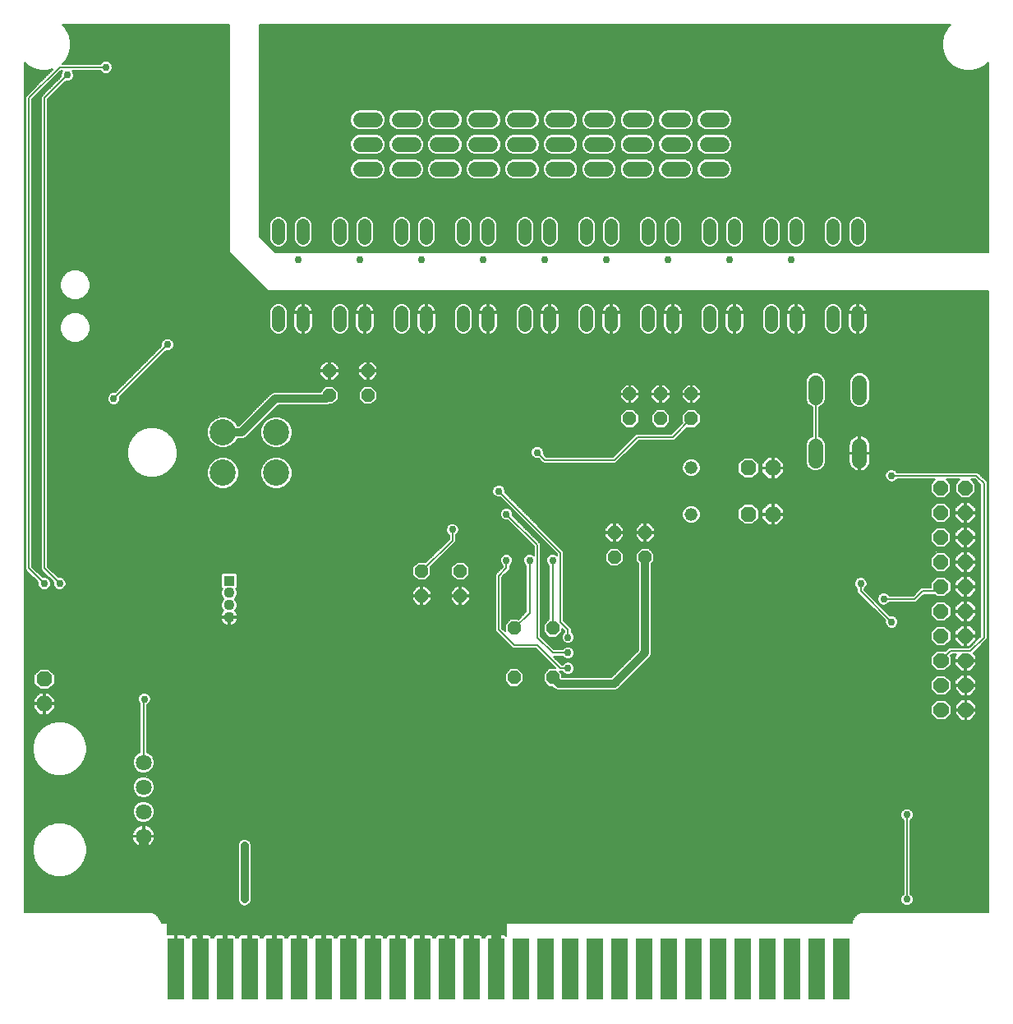
<source format=gbl>
G75*
%MOIN*%
%OFA0B0*%
%FSLAX25Y25*%
%IPPOS*%
%LPD*%
%AMOC8*
5,1,8,0,0,1.08239X$1,22.5*
%
%ADD10C,0.06450*%
%ADD11R,0.06500X0.25000*%
%ADD12OC8,0.06300*%
%ADD13OC8,0.05200*%
%ADD14C,0.06000*%
%ADD15R,0.04362X0.04362*%
%ADD16C,0.04362*%
%ADD17C,0.01200*%
%ADD18C,0.10630*%
%ADD19C,0.05200*%
%ADD20C,0.05200*%
%ADD21C,0.00600*%
%ADD22C,0.02978*%
%ADD23C,0.04000*%
%ADD24C,0.02000*%
%ADD25C,0.03200*%
D10*
X0074478Y0100183D03*
X0074478Y0110183D03*
X0074478Y0120183D03*
X0074478Y0130183D03*
D11*
X0087478Y0046433D03*
X0097478Y0046433D03*
X0107478Y0046433D03*
X0117478Y0046433D03*
X0127478Y0046433D03*
X0137478Y0046433D03*
X0147478Y0046433D03*
X0157478Y0046433D03*
X0167478Y0046433D03*
X0177478Y0046433D03*
X0187478Y0046433D03*
X0197478Y0046433D03*
X0207478Y0046433D03*
X0217478Y0046433D03*
X0227478Y0046433D03*
X0237478Y0046433D03*
X0247478Y0046433D03*
X0257478Y0046433D03*
X0267478Y0046433D03*
X0277478Y0046433D03*
X0287478Y0046433D03*
X0297478Y0046433D03*
X0307478Y0046433D03*
X0317478Y0046433D03*
X0327478Y0046433D03*
X0337478Y0046433D03*
X0347478Y0046433D03*
X0357478Y0046433D03*
D12*
X0329853Y0230808D03*
X0319853Y0230808D03*
X0319853Y0249558D03*
X0329853Y0249558D03*
X0034228Y0163933D03*
X0034228Y0153933D03*
D13*
X0149853Y0278933D03*
X0149853Y0288933D03*
X0165478Y0288933D03*
X0165478Y0278933D03*
X0187353Y0207683D03*
X0187353Y0197683D03*
X0202978Y0197683D03*
X0202978Y0207683D03*
X0224853Y0184558D03*
X0240478Y0184558D03*
X0240478Y0164558D03*
X0224853Y0164558D03*
X0265478Y0213308D03*
X0265478Y0223308D03*
X0277978Y0223308D03*
X0277978Y0213308D03*
X0271728Y0269558D03*
X0271728Y0279558D03*
X0284228Y0279558D03*
X0284228Y0269558D03*
X0296728Y0269558D03*
X0296728Y0279558D03*
D14*
X0347203Y0278108D02*
X0347203Y0284108D01*
X0365003Y0284108D02*
X0365003Y0278108D01*
X0365003Y0258508D02*
X0365003Y0252508D01*
X0347203Y0252508D02*
X0347203Y0258508D01*
X0309103Y0370808D02*
X0303103Y0370808D01*
X0303103Y0380808D02*
X0309103Y0380808D01*
X0309103Y0390808D02*
X0303103Y0390808D01*
X0293478Y0390808D02*
X0287478Y0390808D01*
X0277853Y0390808D02*
X0271853Y0390808D01*
X0262228Y0390808D02*
X0256228Y0390808D01*
X0246603Y0390808D02*
X0240603Y0390808D01*
X0230978Y0390808D02*
X0224978Y0390808D01*
X0224978Y0380808D02*
X0230978Y0380808D01*
X0240603Y0380808D02*
X0246603Y0380808D01*
X0256228Y0380808D02*
X0262228Y0380808D01*
X0271853Y0380808D02*
X0277853Y0380808D01*
X0287478Y0380808D02*
X0293478Y0380808D01*
X0293478Y0370808D02*
X0287478Y0370808D01*
X0277853Y0370808D02*
X0271853Y0370808D01*
X0262228Y0370808D02*
X0256228Y0370808D01*
X0246603Y0370808D02*
X0240603Y0370808D01*
X0230978Y0370808D02*
X0224978Y0370808D01*
X0215353Y0370808D02*
X0209353Y0370808D01*
X0199728Y0370808D02*
X0193728Y0370808D01*
X0184103Y0370808D02*
X0178103Y0370808D01*
X0168478Y0370808D02*
X0162478Y0370808D01*
X0162478Y0380808D02*
X0168478Y0380808D01*
X0178103Y0380808D02*
X0184103Y0380808D01*
X0193728Y0380808D02*
X0199728Y0380808D01*
X0209353Y0380808D02*
X0215353Y0380808D01*
X0215353Y0390808D02*
X0209353Y0390808D01*
X0199728Y0390808D02*
X0193728Y0390808D01*
X0184103Y0390808D02*
X0178103Y0390808D01*
X0168478Y0390808D02*
X0162478Y0390808D01*
D15*
X0109228Y0203815D03*
D16*
X0109228Y0198894D03*
X0109228Y0193972D03*
X0109228Y0189051D03*
D17*
X0397598Y0189623D02*
X0396998Y0189023D01*
X0395589Y0190426D01*
X0395586Y0192413D01*
X0396989Y0193822D01*
X0398976Y0193825D01*
X0400385Y0192422D01*
X0400388Y0190435D01*
X0398985Y0189026D01*
X0396998Y0189023D01*
X0397369Y0189923D01*
X0396489Y0190801D01*
X0396486Y0192042D01*
X0397364Y0192922D01*
X0398605Y0192925D01*
X0399485Y0192047D01*
X0399488Y0190806D01*
X0398610Y0189926D01*
X0397369Y0189923D01*
X0397741Y0190824D01*
X0397388Y0191175D01*
X0397387Y0191670D01*
X0397738Y0192023D01*
X0398233Y0192024D01*
X0398586Y0191673D01*
X0398587Y0191178D01*
X0398236Y0190825D01*
X0397741Y0190824D01*
X0397616Y0179623D02*
X0397016Y0179023D01*
X0395607Y0180426D01*
X0395604Y0182413D01*
X0397007Y0183822D01*
X0398994Y0183825D01*
X0400403Y0182422D01*
X0400406Y0180435D01*
X0399003Y0179026D01*
X0397016Y0179023D01*
X0397387Y0179923D01*
X0396507Y0180801D01*
X0396504Y0182042D01*
X0397382Y0182922D01*
X0398623Y0182925D01*
X0399503Y0182047D01*
X0399506Y0180806D01*
X0398628Y0179926D01*
X0397387Y0179923D01*
X0397759Y0180824D01*
X0397406Y0181175D01*
X0397405Y0181670D01*
X0397756Y0182023D01*
X0398251Y0182024D01*
X0398604Y0181673D01*
X0398605Y0181178D01*
X0398254Y0180825D01*
X0397759Y0180824D01*
X0397633Y0169623D02*
X0397033Y0169023D01*
X0395624Y0170426D01*
X0395621Y0172413D01*
X0397024Y0173822D01*
X0399011Y0173825D01*
X0400420Y0172422D01*
X0400423Y0170435D01*
X0399020Y0169026D01*
X0397033Y0169023D01*
X0397404Y0169923D01*
X0396524Y0170801D01*
X0396521Y0172042D01*
X0397399Y0172922D01*
X0398640Y0172925D01*
X0399520Y0172047D01*
X0399523Y0170806D01*
X0398645Y0169926D01*
X0397404Y0169923D01*
X0397776Y0170824D01*
X0397423Y0171175D01*
X0397422Y0171670D01*
X0397773Y0172023D01*
X0398268Y0172024D01*
X0398621Y0171673D01*
X0398622Y0171178D01*
X0398271Y0170825D01*
X0397776Y0170824D01*
X0397650Y0159623D02*
X0397050Y0159023D01*
X0395641Y0160426D01*
X0395638Y0162413D01*
X0397041Y0163822D01*
X0399028Y0163825D01*
X0400437Y0162422D01*
X0400440Y0160435D01*
X0399037Y0159026D01*
X0397050Y0159023D01*
X0397421Y0159923D01*
X0396541Y0160801D01*
X0396538Y0162042D01*
X0397416Y0162922D01*
X0398657Y0162925D01*
X0399537Y0162047D01*
X0399540Y0160806D01*
X0398662Y0159926D01*
X0397421Y0159923D01*
X0397793Y0160824D01*
X0397440Y0161175D01*
X0397439Y0161670D01*
X0397790Y0162023D01*
X0398285Y0162024D01*
X0398638Y0161673D01*
X0398639Y0161178D01*
X0398288Y0160825D01*
X0397793Y0160824D01*
X0397668Y0149623D02*
X0397068Y0149023D01*
X0395659Y0150426D01*
X0395656Y0152413D01*
X0397059Y0153822D01*
X0399046Y0153825D01*
X0400455Y0152422D01*
X0400458Y0150435D01*
X0399055Y0149026D01*
X0397068Y0149023D01*
X0397439Y0149923D01*
X0396559Y0150801D01*
X0396556Y0152042D01*
X0397434Y0152922D01*
X0398675Y0152925D01*
X0399555Y0152047D01*
X0399558Y0150806D01*
X0398680Y0149926D01*
X0397439Y0149923D01*
X0397811Y0150824D01*
X0397458Y0151175D01*
X0397457Y0151670D01*
X0397808Y0152023D01*
X0398303Y0152024D01*
X0398656Y0151673D01*
X0398657Y0151178D01*
X0398306Y0150825D01*
X0397811Y0150824D01*
X0407668Y0149641D02*
X0407068Y0149041D01*
X0405659Y0150444D01*
X0405656Y0152431D01*
X0407059Y0153840D01*
X0409046Y0153843D01*
X0410455Y0152440D01*
X0410458Y0150453D01*
X0409055Y0149044D01*
X0407068Y0149041D01*
X0407439Y0149941D01*
X0406559Y0150819D01*
X0406556Y0152060D01*
X0407434Y0152940D01*
X0408675Y0152943D01*
X0409555Y0152065D01*
X0409558Y0150824D01*
X0408680Y0149944D01*
X0407439Y0149941D01*
X0407811Y0150842D01*
X0407458Y0151193D01*
X0407457Y0151688D01*
X0407808Y0152041D01*
X0408303Y0152042D01*
X0408656Y0151691D01*
X0408657Y0151196D01*
X0408306Y0150843D01*
X0407811Y0150842D01*
X0407650Y0159641D02*
X0407050Y0159041D01*
X0405641Y0160444D01*
X0405638Y0162431D01*
X0407041Y0163840D01*
X0409028Y0163843D01*
X0410437Y0162440D01*
X0410440Y0160453D01*
X0409037Y0159044D01*
X0407050Y0159041D01*
X0407421Y0159941D01*
X0406541Y0160819D01*
X0406538Y0162060D01*
X0407416Y0162940D01*
X0408657Y0162943D01*
X0409537Y0162065D01*
X0409540Y0160824D01*
X0408662Y0159944D01*
X0407421Y0159941D01*
X0407793Y0160842D01*
X0407440Y0161193D01*
X0407439Y0161688D01*
X0407790Y0162041D01*
X0408285Y0162042D01*
X0408638Y0161691D01*
X0408639Y0161196D01*
X0408288Y0160843D01*
X0407793Y0160842D01*
X0407633Y0169641D02*
X0407033Y0169041D01*
X0405624Y0170444D01*
X0405621Y0172431D01*
X0407024Y0173840D01*
X0409011Y0173843D01*
X0410420Y0172440D01*
X0410423Y0170453D01*
X0409020Y0169044D01*
X0407033Y0169041D01*
X0407404Y0169941D01*
X0406524Y0170819D01*
X0406521Y0172060D01*
X0407399Y0172940D01*
X0408640Y0172943D01*
X0409520Y0172065D01*
X0409523Y0170824D01*
X0408645Y0169944D01*
X0407404Y0169941D01*
X0407776Y0170842D01*
X0407423Y0171193D01*
X0407422Y0171688D01*
X0407773Y0172041D01*
X0408268Y0172042D01*
X0408621Y0171691D01*
X0408622Y0171196D01*
X0408271Y0170843D01*
X0407776Y0170842D01*
X0407616Y0179641D02*
X0407016Y0179041D01*
X0405607Y0180444D01*
X0405604Y0182431D01*
X0407007Y0183840D01*
X0408994Y0183843D01*
X0410403Y0182440D01*
X0410406Y0180453D01*
X0409003Y0179044D01*
X0407016Y0179041D01*
X0407387Y0179941D01*
X0406507Y0180819D01*
X0406504Y0182060D01*
X0407382Y0182940D01*
X0408623Y0182943D01*
X0409503Y0182065D01*
X0409506Y0180824D01*
X0408628Y0179944D01*
X0407387Y0179941D01*
X0407759Y0180842D01*
X0407406Y0181193D01*
X0407405Y0181688D01*
X0407756Y0182041D01*
X0408251Y0182042D01*
X0408604Y0181691D01*
X0408605Y0181196D01*
X0408254Y0180843D01*
X0407759Y0180842D01*
X0407598Y0189641D02*
X0406998Y0189041D01*
X0405589Y0190444D01*
X0405586Y0192431D01*
X0406989Y0193840D01*
X0408976Y0193843D01*
X0410385Y0192440D01*
X0410388Y0190453D01*
X0408985Y0189044D01*
X0406998Y0189041D01*
X0407369Y0189941D01*
X0406489Y0190819D01*
X0406486Y0192060D01*
X0407364Y0192940D01*
X0408605Y0192943D01*
X0409485Y0192065D01*
X0409488Y0190824D01*
X0408610Y0189944D01*
X0407369Y0189941D01*
X0407741Y0190842D01*
X0407388Y0191193D01*
X0407387Y0191688D01*
X0407738Y0192041D01*
X0408233Y0192042D01*
X0408586Y0191691D01*
X0408587Y0191196D01*
X0408236Y0190843D01*
X0407741Y0190842D01*
X0407581Y0199641D02*
X0406981Y0199041D01*
X0405572Y0200444D01*
X0405569Y0202431D01*
X0406972Y0203840D01*
X0408959Y0203843D01*
X0410368Y0202440D01*
X0410371Y0200453D01*
X0408968Y0199044D01*
X0406981Y0199041D01*
X0407352Y0199941D01*
X0406472Y0200819D01*
X0406469Y0202060D01*
X0407347Y0202940D01*
X0408588Y0202943D01*
X0409468Y0202065D01*
X0409471Y0200824D01*
X0408593Y0199944D01*
X0407352Y0199941D01*
X0407724Y0200842D01*
X0407371Y0201193D01*
X0407370Y0201688D01*
X0407721Y0202041D01*
X0408216Y0202042D01*
X0408569Y0201691D01*
X0408570Y0201196D01*
X0408219Y0200843D01*
X0407724Y0200842D01*
X0397581Y0199623D02*
X0396981Y0199023D01*
X0395572Y0200426D01*
X0395569Y0202413D01*
X0396972Y0203822D01*
X0398959Y0203825D01*
X0400368Y0202422D01*
X0400371Y0200435D01*
X0398968Y0199026D01*
X0396981Y0199023D01*
X0397352Y0199923D01*
X0396472Y0200801D01*
X0396469Y0202042D01*
X0397347Y0202922D01*
X0398588Y0202925D01*
X0399468Y0202047D01*
X0399471Y0200806D01*
X0398593Y0199926D01*
X0397352Y0199923D01*
X0397724Y0200824D01*
X0397371Y0201175D01*
X0397370Y0201670D01*
X0397721Y0202023D01*
X0398216Y0202024D01*
X0398569Y0201673D01*
X0398570Y0201178D01*
X0398219Y0200825D01*
X0397724Y0200824D01*
X0397563Y0209623D02*
X0396963Y0209023D01*
X0395554Y0210426D01*
X0395551Y0212413D01*
X0396954Y0213822D01*
X0398941Y0213825D01*
X0400350Y0212422D01*
X0400353Y0210435D01*
X0398950Y0209026D01*
X0396963Y0209023D01*
X0397334Y0209923D01*
X0396454Y0210801D01*
X0396451Y0212042D01*
X0397329Y0212922D01*
X0398570Y0212925D01*
X0399450Y0212047D01*
X0399453Y0210806D01*
X0398575Y0209926D01*
X0397334Y0209923D01*
X0397706Y0210824D01*
X0397353Y0211175D01*
X0397352Y0211670D01*
X0397703Y0212023D01*
X0398198Y0212024D01*
X0398551Y0211673D01*
X0398552Y0211178D01*
X0398201Y0210825D01*
X0397706Y0210824D01*
X0407563Y0209641D02*
X0406963Y0209041D01*
X0405554Y0210444D01*
X0405551Y0212431D01*
X0406954Y0213840D01*
X0408941Y0213843D01*
X0410350Y0212440D01*
X0410353Y0210453D01*
X0408950Y0209044D01*
X0406963Y0209041D01*
X0407334Y0209941D01*
X0406454Y0210819D01*
X0406451Y0212060D01*
X0407329Y0212940D01*
X0408570Y0212943D01*
X0409450Y0212065D01*
X0409453Y0210824D01*
X0408575Y0209944D01*
X0407334Y0209941D01*
X0407706Y0210842D01*
X0407353Y0211193D01*
X0407352Y0211688D01*
X0407703Y0212041D01*
X0408198Y0212042D01*
X0408551Y0211691D01*
X0408552Y0211196D01*
X0408201Y0210843D01*
X0407706Y0210842D01*
X0407546Y0219641D02*
X0406946Y0219041D01*
X0405537Y0220444D01*
X0405534Y0222431D01*
X0406937Y0223840D01*
X0408924Y0223843D01*
X0410333Y0222440D01*
X0410336Y0220453D01*
X0408933Y0219044D01*
X0406946Y0219041D01*
X0407317Y0219941D01*
X0406437Y0220819D01*
X0406434Y0222060D01*
X0407312Y0222940D01*
X0408553Y0222943D01*
X0409433Y0222065D01*
X0409436Y0220824D01*
X0408558Y0219944D01*
X0407317Y0219941D01*
X0407689Y0220842D01*
X0407336Y0221193D01*
X0407335Y0221688D01*
X0407686Y0222041D01*
X0408181Y0222042D01*
X0408534Y0221691D01*
X0408535Y0221196D01*
X0408184Y0220843D01*
X0407689Y0220842D01*
X0397546Y0219623D02*
X0396946Y0219023D01*
X0395537Y0220426D01*
X0395534Y0222413D01*
X0396937Y0223822D01*
X0398924Y0223825D01*
X0400333Y0222422D01*
X0400336Y0220435D01*
X0398933Y0219026D01*
X0396946Y0219023D01*
X0397317Y0219923D01*
X0396437Y0220801D01*
X0396434Y0222042D01*
X0397312Y0222922D01*
X0398553Y0222925D01*
X0399433Y0222047D01*
X0399436Y0220806D01*
X0398558Y0219926D01*
X0397317Y0219923D01*
X0397689Y0220824D01*
X0397336Y0221175D01*
X0397335Y0221670D01*
X0397686Y0222023D01*
X0398181Y0222024D01*
X0398534Y0221673D01*
X0398535Y0221178D01*
X0398184Y0220825D01*
X0397689Y0220824D01*
X0397528Y0229623D02*
X0396928Y0229023D01*
X0395519Y0230426D01*
X0395516Y0232413D01*
X0396919Y0233822D01*
X0398906Y0233825D01*
X0400315Y0232422D01*
X0400318Y0230435D01*
X0398915Y0229026D01*
X0396928Y0229023D01*
X0397299Y0229923D01*
X0396419Y0230801D01*
X0396416Y0232042D01*
X0397294Y0232922D01*
X0398535Y0232925D01*
X0399415Y0232047D01*
X0399418Y0230806D01*
X0398540Y0229926D01*
X0397299Y0229923D01*
X0397671Y0230824D01*
X0397318Y0231175D01*
X0397317Y0231670D01*
X0397668Y0232023D01*
X0398163Y0232024D01*
X0398516Y0231673D01*
X0398517Y0231178D01*
X0398166Y0230825D01*
X0397671Y0230824D01*
X0407528Y0229641D02*
X0406928Y0229041D01*
X0405519Y0230444D01*
X0405516Y0232431D01*
X0406919Y0233840D01*
X0408906Y0233843D01*
X0410315Y0232440D01*
X0410318Y0230453D01*
X0408915Y0229044D01*
X0406928Y0229041D01*
X0407299Y0229941D01*
X0406419Y0230819D01*
X0406416Y0232060D01*
X0407294Y0232940D01*
X0408535Y0232943D01*
X0409415Y0232065D01*
X0409418Y0230824D01*
X0408540Y0229944D01*
X0407299Y0229941D01*
X0407671Y0230842D01*
X0407318Y0231193D01*
X0407317Y0231688D01*
X0407668Y0232041D01*
X0408163Y0232042D01*
X0408516Y0231691D01*
X0408517Y0231196D01*
X0408166Y0230843D01*
X0407671Y0230842D01*
X0407511Y0239641D02*
X0406911Y0239041D01*
X0405502Y0240444D01*
X0405499Y0242431D01*
X0406902Y0243840D01*
X0408889Y0243843D01*
X0410298Y0242440D01*
X0410301Y0240453D01*
X0408898Y0239044D01*
X0406911Y0239041D01*
X0407282Y0239941D01*
X0406402Y0240819D01*
X0406399Y0242060D01*
X0407277Y0242940D01*
X0408518Y0242943D01*
X0409398Y0242065D01*
X0409401Y0240824D01*
X0408523Y0239944D01*
X0407282Y0239941D01*
X0407654Y0240842D01*
X0407301Y0241193D01*
X0407300Y0241688D01*
X0407651Y0242041D01*
X0408146Y0242042D01*
X0408499Y0241691D01*
X0408500Y0241196D01*
X0408149Y0240843D01*
X0407654Y0240842D01*
X0397511Y0239623D02*
X0396911Y0239023D01*
X0395502Y0240426D01*
X0395499Y0242413D01*
X0396902Y0243822D01*
X0398889Y0243825D01*
X0400298Y0242422D01*
X0400301Y0240435D01*
X0398898Y0239026D01*
X0396911Y0239023D01*
X0397282Y0239923D01*
X0396402Y0240801D01*
X0396399Y0242042D01*
X0397277Y0242922D01*
X0398518Y0242925D01*
X0399398Y0242047D01*
X0399401Y0240806D01*
X0398523Y0239926D01*
X0397282Y0239923D01*
X0397654Y0240824D01*
X0397301Y0241175D01*
X0397300Y0241670D01*
X0397651Y0242023D01*
X0398146Y0242024D01*
X0398499Y0241673D01*
X0398500Y0241178D01*
X0398149Y0240825D01*
X0397654Y0240824D01*
D18*
X0128372Y0247540D03*
X0128372Y0264076D03*
X0106719Y0264076D03*
X0106719Y0247540D03*
D19*
X0296728Y0249683D03*
X0296728Y0230683D03*
D20*
X0289228Y0307483D02*
X0289228Y0312683D01*
X0279228Y0312683D02*
X0279228Y0307483D01*
X0264228Y0307483D02*
X0264228Y0312683D01*
X0254228Y0312683D02*
X0254228Y0307483D01*
X0239228Y0307483D02*
X0239228Y0312683D01*
X0229228Y0312683D02*
X0229228Y0307483D01*
X0214228Y0307483D02*
X0214228Y0312683D01*
X0204228Y0312683D02*
X0204228Y0307483D01*
X0189228Y0307483D02*
X0189228Y0312683D01*
X0179228Y0312683D02*
X0179228Y0307483D01*
X0164228Y0307483D02*
X0164228Y0312683D01*
X0154228Y0312683D02*
X0154228Y0307483D01*
X0139228Y0307483D02*
X0139228Y0312683D01*
X0129228Y0312683D02*
X0129228Y0307483D01*
X0129228Y0342683D02*
X0129228Y0347883D01*
X0139228Y0347883D02*
X0139228Y0342683D01*
X0154228Y0342683D02*
X0154228Y0347883D01*
X0164228Y0347883D02*
X0164228Y0342683D01*
X0179228Y0342683D02*
X0179228Y0347883D01*
X0189228Y0347883D02*
X0189228Y0342683D01*
X0204228Y0342683D02*
X0204228Y0347883D01*
X0214228Y0347883D02*
X0214228Y0342683D01*
X0229228Y0342683D02*
X0229228Y0347883D01*
X0239228Y0347883D02*
X0239228Y0342683D01*
X0254228Y0342683D02*
X0254228Y0347883D01*
X0264228Y0347883D02*
X0264228Y0342683D01*
X0279228Y0342683D02*
X0279228Y0347883D01*
X0289228Y0347883D02*
X0289228Y0342683D01*
X0304228Y0342683D02*
X0304228Y0347883D01*
X0314228Y0347883D02*
X0314228Y0342683D01*
X0329228Y0342683D02*
X0329228Y0347883D01*
X0339228Y0347883D02*
X0339228Y0342683D01*
X0354228Y0342683D02*
X0354228Y0347883D01*
X0364228Y0347883D02*
X0364228Y0342683D01*
X0364228Y0312683D02*
X0364228Y0307483D01*
X0354228Y0307483D02*
X0354228Y0312683D01*
X0339228Y0312683D02*
X0339228Y0307483D01*
X0329228Y0307483D02*
X0329228Y0312683D01*
X0314228Y0312683D02*
X0314228Y0307483D01*
X0304228Y0307483D02*
X0304228Y0312683D01*
D21*
X0026328Y0414166D02*
X0026328Y0069242D01*
X0077761Y0069242D01*
X0079452Y0068541D01*
X0080746Y0067247D01*
X0080850Y0066996D01*
X0081336Y0066510D01*
X0081885Y0065183D01*
X0362010Y0065183D01*
X0362010Y0065557D01*
X0362711Y0067247D01*
X0364005Y0068541D01*
X0365695Y0069242D01*
X0417128Y0069242D01*
X0417128Y0321433D01*
X0124853Y0321433D01*
X0109228Y0337058D01*
X0109228Y0429333D01*
X0041496Y0429333D01*
X0042810Y0428018D01*
X0044222Y0425573D01*
X0044953Y0422845D01*
X0044953Y0420021D01*
X0044222Y0417293D01*
X0042810Y0414848D01*
X0041428Y0413465D01*
X0057001Y0413465D01*
X0057028Y0413529D01*
X0057758Y0414259D01*
X0058712Y0414654D01*
X0059745Y0414654D01*
X0060699Y0414259D01*
X0061429Y0413529D01*
X0061824Y0412574D01*
X0061824Y0411542D01*
X0061429Y0410588D01*
X0060699Y0409857D01*
X0059745Y0409462D01*
X0058712Y0409462D01*
X0057758Y0409857D01*
X0057028Y0410588D01*
X0057001Y0410651D01*
X0045557Y0410651D01*
X0045804Y0410404D01*
X0046199Y0409449D01*
X0046199Y0408417D01*
X0045804Y0407463D01*
X0045074Y0406732D01*
X0044120Y0406337D01*
X0043087Y0406337D01*
X0043023Y0406363D01*
X0035635Y0398975D01*
X0035635Y0209516D01*
X0039898Y0205253D01*
X0039962Y0205279D01*
X0040995Y0205279D01*
X0041949Y0204884D01*
X0042679Y0204154D01*
X0043074Y0203199D01*
X0043074Y0202167D01*
X0042679Y0201213D01*
X0041949Y0200482D01*
X0040995Y0200087D01*
X0039962Y0200087D01*
X0039008Y0200482D01*
X0038278Y0201213D01*
X0037882Y0202167D01*
X0037882Y0203199D01*
X0037909Y0203263D01*
X0033646Y0207526D01*
X0032821Y0208350D01*
X0032821Y0400141D01*
X0033646Y0400965D01*
X0041034Y0408353D01*
X0041007Y0408417D01*
X0041007Y0409449D01*
X0041403Y0410404D01*
X0041650Y0410651D01*
X0041061Y0410651D01*
X0029385Y0398975D01*
X0029385Y0209470D01*
X0033616Y0205239D01*
X0033712Y0205279D01*
X0034745Y0205279D01*
X0035699Y0204884D01*
X0036429Y0204154D01*
X0036824Y0203199D01*
X0036824Y0202167D01*
X0036429Y0201213D01*
X0035699Y0200482D01*
X0034745Y0200087D01*
X0033712Y0200087D01*
X0032758Y0200482D01*
X0032028Y0201213D01*
X0031632Y0202167D01*
X0031632Y0203199D01*
X0031645Y0203231D01*
X0027396Y0207480D01*
X0027396Y0207480D01*
X0026571Y0208304D01*
X0026571Y0400141D01*
X0037687Y0411256D01*
X0035640Y0410708D01*
X0032816Y0410708D01*
X0030089Y0411439D01*
X0027643Y0412851D01*
X0026328Y0414166D01*
X0026328Y0413988D02*
X0026506Y0413988D01*
X0026328Y0413389D02*
X0027105Y0413389D01*
X0027747Y0412791D02*
X0026328Y0412791D01*
X0026328Y0412192D02*
X0028784Y0412192D01*
X0029821Y0411594D02*
X0026328Y0411594D01*
X0026328Y0410995D02*
X0031745Y0410995D01*
X0034433Y0408003D02*
X0026328Y0408003D01*
X0026328Y0408601D02*
X0035032Y0408601D01*
X0035630Y0409200D02*
X0026328Y0409200D01*
X0026328Y0409798D02*
X0036229Y0409798D01*
X0036827Y0410397D02*
X0026328Y0410397D01*
X0026328Y0407404D02*
X0033834Y0407404D01*
X0033236Y0406806D02*
X0026328Y0406806D01*
X0026328Y0406207D02*
X0032637Y0406207D01*
X0032039Y0405609D02*
X0026328Y0405609D01*
X0026328Y0405010D02*
X0031440Y0405010D01*
X0030842Y0404412D02*
X0026328Y0404412D01*
X0026328Y0403813D02*
X0030243Y0403813D01*
X0029645Y0403215D02*
X0026328Y0403215D01*
X0026328Y0402616D02*
X0029046Y0402616D01*
X0028448Y0402018D02*
X0026328Y0402018D01*
X0026328Y0401419D02*
X0027849Y0401419D01*
X0027251Y0400821D02*
X0026328Y0400821D01*
X0026328Y0400222D02*
X0026652Y0400222D01*
X0026571Y0399623D02*
X0026328Y0399623D01*
X0026328Y0399025D02*
X0026571Y0399025D01*
X0026571Y0398426D02*
X0026328Y0398426D01*
X0026328Y0397828D02*
X0026571Y0397828D01*
X0026571Y0397229D02*
X0026328Y0397229D01*
X0026328Y0396631D02*
X0026571Y0396631D01*
X0026571Y0396032D02*
X0026328Y0396032D01*
X0026328Y0395434D02*
X0026571Y0395434D01*
X0026571Y0394835D02*
X0026328Y0394835D01*
X0026328Y0394237D02*
X0026571Y0394237D01*
X0026571Y0393638D02*
X0026328Y0393638D01*
X0026328Y0393040D02*
X0026571Y0393040D01*
X0026571Y0392441D02*
X0026328Y0392441D01*
X0026328Y0391843D02*
X0026571Y0391843D01*
X0026571Y0391244D02*
X0026328Y0391244D01*
X0026328Y0390646D02*
X0026571Y0390646D01*
X0026571Y0390047D02*
X0026328Y0390047D01*
X0026328Y0389449D02*
X0026571Y0389449D01*
X0026571Y0388850D02*
X0026328Y0388850D01*
X0026328Y0388252D02*
X0026571Y0388252D01*
X0026571Y0387653D02*
X0026328Y0387653D01*
X0026328Y0387055D02*
X0026571Y0387055D01*
X0026571Y0386456D02*
X0026328Y0386456D01*
X0026328Y0385858D02*
X0026571Y0385858D01*
X0026571Y0385259D02*
X0026328Y0385259D01*
X0026328Y0384661D02*
X0026571Y0384661D01*
X0026571Y0384062D02*
X0026328Y0384062D01*
X0026328Y0383464D02*
X0026571Y0383464D01*
X0026571Y0382865D02*
X0026328Y0382865D01*
X0026328Y0382267D02*
X0026571Y0382267D01*
X0026571Y0381668D02*
X0026328Y0381668D01*
X0026328Y0381070D02*
X0026571Y0381070D01*
X0026571Y0380471D02*
X0026328Y0380471D01*
X0026328Y0379873D02*
X0026571Y0379873D01*
X0026571Y0379274D02*
X0026328Y0379274D01*
X0026328Y0378676D02*
X0026571Y0378676D01*
X0026571Y0378077D02*
X0026328Y0378077D01*
X0026328Y0377479D02*
X0026571Y0377479D01*
X0026571Y0376880D02*
X0026328Y0376880D01*
X0026328Y0376282D02*
X0026571Y0376282D01*
X0026571Y0375683D02*
X0026328Y0375683D01*
X0026328Y0375085D02*
X0026571Y0375085D01*
X0026571Y0374486D02*
X0026328Y0374486D01*
X0026328Y0373887D02*
X0026571Y0373887D01*
X0026571Y0373289D02*
X0026328Y0373289D01*
X0026328Y0372690D02*
X0026571Y0372690D01*
X0026571Y0372092D02*
X0026328Y0372092D01*
X0026328Y0371493D02*
X0026571Y0371493D01*
X0026571Y0370895D02*
X0026328Y0370895D01*
X0026328Y0370296D02*
X0026571Y0370296D01*
X0026571Y0369698D02*
X0026328Y0369698D01*
X0026328Y0369099D02*
X0026571Y0369099D01*
X0026571Y0368501D02*
X0026328Y0368501D01*
X0026328Y0367902D02*
X0026571Y0367902D01*
X0026571Y0367304D02*
X0026328Y0367304D01*
X0026328Y0366705D02*
X0026571Y0366705D01*
X0026571Y0366107D02*
X0026328Y0366107D01*
X0026328Y0365508D02*
X0026571Y0365508D01*
X0026571Y0364910D02*
X0026328Y0364910D01*
X0026328Y0364311D02*
X0026571Y0364311D01*
X0026571Y0363713D02*
X0026328Y0363713D01*
X0026328Y0363114D02*
X0026571Y0363114D01*
X0026571Y0362516D02*
X0026328Y0362516D01*
X0026328Y0361917D02*
X0026571Y0361917D01*
X0026571Y0361319D02*
X0026328Y0361319D01*
X0026328Y0360720D02*
X0026571Y0360720D01*
X0026571Y0360122D02*
X0026328Y0360122D01*
X0026328Y0359523D02*
X0026571Y0359523D01*
X0026571Y0358925D02*
X0026328Y0358925D01*
X0026328Y0358326D02*
X0026571Y0358326D01*
X0026571Y0357728D02*
X0026328Y0357728D01*
X0026328Y0357129D02*
X0026571Y0357129D01*
X0026571Y0356531D02*
X0026328Y0356531D01*
X0026328Y0355932D02*
X0026571Y0355932D01*
X0026571Y0355334D02*
X0026328Y0355334D01*
X0026328Y0354735D02*
X0026571Y0354735D01*
X0026571Y0354137D02*
X0026328Y0354137D01*
X0026328Y0353538D02*
X0026571Y0353538D01*
X0026571Y0352940D02*
X0026328Y0352940D01*
X0026328Y0352341D02*
X0026571Y0352341D01*
X0026571Y0351743D02*
X0026328Y0351743D01*
X0026328Y0351144D02*
X0026571Y0351144D01*
X0026571Y0350546D02*
X0026328Y0350546D01*
X0026328Y0349947D02*
X0026571Y0349947D01*
X0026571Y0349349D02*
X0026328Y0349349D01*
X0026328Y0348750D02*
X0026571Y0348750D01*
X0026571Y0348152D02*
X0026328Y0348152D01*
X0026328Y0347553D02*
X0026571Y0347553D01*
X0026571Y0346954D02*
X0026328Y0346954D01*
X0026328Y0346356D02*
X0026571Y0346356D01*
X0026571Y0345757D02*
X0026328Y0345757D01*
X0026328Y0345159D02*
X0026571Y0345159D01*
X0026571Y0344560D02*
X0026328Y0344560D01*
X0026328Y0343962D02*
X0026571Y0343962D01*
X0026571Y0343363D02*
X0026328Y0343363D01*
X0026328Y0342765D02*
X0026571Y0342765D01*
X0026571Y0342166D02*
X0026328Y0342166D01*
X0026328Y0341568D02*
X0026571Y0341568D01*
X0026571Y0340969D02*
X0026328Y0340969D01*
X0026328Y0340371D02*
X0026571Y0340371D01*
X0026571Y0339772D02*
X0026328Y0339772D01*
X0026328Y0339174D02*
X0026571Y0339174D01*
X0026571Y0338575D02*
X0026328Y0338575D01*
X0026328Y0337977D02*
X0026571Y0337977D01*
X0026571Y0337378D02*
X0026328Y0337378D01*
X0026328Y0336780D02*
X0026571Y0336780D01*
X0026571Y0336181D02*
X0026328Y0336181D01*
X0026328Y0335583D02*
X0026571Y0335583D01*
X0026571Y0334984D02*
X0026328Y0334984D01*
X0026328Y0334386D02*
X0026571Y0334386D01*
X0026571Y0333787D02*
X0026328Y0333787D01*
X0026328Y0333189D02*
X0026571Y0333189D01*
X0026571Y0332590D02*
X0026328Y0332590D01*
X0026328Y0331992D02*
X0026571Y0331992D01*
X0026571Y0331393D02*
X0026328Y0331393D01*
X0026328Y0330795D02*
X0026571Y0330795D01*
X0026571Y0330196D02*
X0026328Y0330196D01*
X0026328Y0329598D02*
X0026571Y0329598D01*
X0026571Y0328999D02*
X0026328Y0328999D01*
X0026328Y0328401D02*
X0026571Y0328401D01*
X0026571Y0327802D02*
X0026328Y0327802D01*
X0026328Y0327204D02*
X0026571Y0327204D01*
X0026571Y0326605D02*
X0026328Y0326605D01*
X0026328Y0326007D02*
X0026571Y0326007D01*
X0026571Y0325408D02*
X0026328Y0325408D01*
X0026328Y0324810D02*
X0026571Y0324810D01*
X0026571Y0324211D02*
X0026328Y0324211D01*
X0026328Y0323613D02*
X0026571Y0323613D01*
X0026571Y0323014D02*
X0026328Y0323014D01*
X0026328Y0322416D02*
X0026571Y0322416D01*
X0026571Y0321817D02*
X0026328Y0321817D01*
X0026328Y0321219D02*
X0026571Y0321219D01*
X0026571Y0320620D02*
X0026328Y0320620D01*
X0026328Y0320021D02*
X0026571Y0320021D01*
X0026571Y0319423D02*
X0026328Y0319423D01*
X0026328Y0318824D02*
X0026571Y0318824D01*
X0026571Y0318226D02*
X0026328Y0318226D01*
X0026328Y0317627D02*
X0026571Y0317627D01*
X0026571Y0317029D02*
X0026328Y0317029D01*
X0026328Y0316430D02*
X0026571Y0316430D01*
X0026571Y0315832D02*
X0026328Y0315832D01*
X0026328Y0315233D02*
X0026571Y0315233D01*
X0026571Y0314635D02*
X0026328Y0314635D01*
X0026328Y0314036D02*
X0026571Y0314036D01*
X0026571Y0313438D02*
X0026328Y0313438D01*
X0026328Y0312839D02*
X0026571Y0312839D01*
X0026571Y0312241D02*
X0026328Y0312241D01*
X0026328Y0311642D02*
X0026571Y0311642D01*
X0026571Y0311044D02*
X0026328Y0311044D01*
X0026328Y0310445D02*
X0026571Y0310445D01*
X0026571Y0309847D02*
X0026328Y0309847D01*
X0026328Y0309248D02*
X0026571Y0309248D01*
X0026571Y0308650D02*
X0026328Y0308650D01*
X0026328Y0308051D02*
X0026571Y0308051D01*
X0026571Y0307453D02*
X0026328Y0307453D01*
X0026328Y0306854D02*
X0026571Y0306854D01*
X0026571Y0306256D02*
X0026328Y0306256D01*
X0026328Y0305657D02*
X0026571Y0305657D01*
X0026571Y0305059D02*
X0026328Y0305059D01*
X0026328Y0304460D02*
X0026571Y0304460D01*
X0026571Y0303862D02*
X0026328Y0303862D01*
X0026328Y0303263D02*
X0026571Y0303263D01*
X0026571Y0302665D02*
X0026328Y0302665D01*
X0026328Y0302066D02*
X0026571Y0302066D01*
X0026571Y0301468D02*
X0026328Y0301468D01*
X0026328Y0300869D02*
X0026571Y0300869D01*
X0026571Y0300271D02*
X0026328Y0300271D01*
X0026328Y0299672D02*
X0026571Y0299672D01*
X0026571Y0299074D02*
X0026328Y0299074D01*
X0026328Y0298475D02*
X0026571Y0298475D01*
X0026571Y0297877D02*
X0026328Y0297877D01*
X0026328Y0297278D02*
X0026571Y0297278D01*
X0026571Y0296680D02*
X0026328Y0296680D01*
X0026328Y0296081D02*
X0026571Y0296081D01*
X0026571Y0295483D02*
X0026328Y0295483D01*
X0026328Y0294884D02*
X0026571Y0294884D01*
X0026571Y0294285D02*
X0026328Y0294285D01*
X0026328Y0293687D02*
X0026571Y0293687D01*
X0026571Y0293088D02*
X0026328Y0293088D01*
X0026328Y0292490D02*
X0026571Y0292490D01*
X0026571Y0291891D02*
X0026328Y0291891D01*
X0026328Y0291293D02*
X0026571Y0291293D01*
X0026571Y0290694D02*
X0026328Y0290694D01*
X0026328Y0290096D02*
X0026571Y0290096D01*
X0026571Y0289497D02*
X0026328Y0289497D01*
X0026328Y0288899D02*
X0026571Y0288899D01*
X0026571Y0288300D02*
X0026328Y0288300D01*
X0026328Y0287702D02*
X0026571Y0287702D01*
X0026571Y0287103D02*
X0026328Y0287103D01*
X0026328Y0286505D02*
X0026571Y0286505D01*
X0026571Y0285906D02*
X0026328Y0285906D01*
X0026328Y0285308D02*
X0026571Y0285308D01*
X0026571Y0284709D02*
X0026328Y0284709D01*
X0026328Y0284111D02*
X0026571Y0284111D01*
X0026571Y0283512D02*
X0026328Y0283512D01*
X0026328Y0282914D02*
X0026571Y0282914D01*
X0026571Y0282315D02*
X0026328Y0282315D01*
X0026328Y0281717D02*
X0026571Y0281717D01*
X0026571Y0281118D02*
X0026328Y0281118D01*
X0026328Y0280520D02*
X0026571Y0280520D01*
X0026571Y0279921D02*
X0026328Y0279921D01*
X0026328Y0279323D02*
X0026571Y0279323D01*
X0026571Y0278724D02*
X0026328Y0278724D01*
X0026328Y0278126D02*
X0026571Y0278126D01*
X0026571Y0277527D02*
X0026328Y0277527D01*
X0026328Y0276929D02*
X0026571Y0276929D01*
X0026571Y0276330D02*
X0026328Y0276330D01*
X0026328Y0275732D02*
X0026571Y0275732D01*
X0026571Y0275133D02*
X0026328Y0275133D01*
X0026328Y0274535D02*
X0026571Y0274535D01*
X0026571Y0273936D02*
X0026328Y0273936D01*
X0026328Y0273338D02*
X0026571Y0273338D01*
X0026571Y0272739D02*
X0026328Y0272739D01*
X0026328Y0272141D02*
X0026571Y0272141D01*
X0026571Y0271542D02*
X0026328Y0271542D01*
X0026328Y0270944D02*
X0026571Y0270944D01*
X0026571Y0270345D02*
X0026328Y0270345D01*
X0026328Y0269747D02*
X0026571Y0269747D01*
X0026571Y0269148D02*
X0026328Y0269148D01*
X0026328Y0268550D02*
X0026571Y0268550D01*
X0026571Y0267951D02*
X0026328Y0267951D01*
X0026328Y0267352D02*
X0026571Y0267352D01*
X0026571Y0266754D02*
X0026328Y0266754D01*
X0026328Y0266155D02*
X0026571Y0266155D01*
X0026571Y0265557D02*
X0026328Y0265557D01*
X0026328Y0264958D02*
X0026571Y0264958D01*
X0026571Y0264360D02*
X0026328Y0264360D01*
X0026328Y0263761D02*
X0026571Y0263761D01*
X0026571Y0263163D02*
X0026328Y0263163D01*
X0026328Y0262564D02*
X0026571Y0262564D01*
X0026571Y0261966D02*
X0026328Y0261966D01*
X0026328Y0261367D02*
X0026571Y0261367D01*
X0026571Y0260769D02*
X0026328Y0260769D01*
X0026328Y0260170D02*
X0026571Y0260170D01*
X0026571Y0259572D02*
X0026328Y0259572D01*
X0026328Y0258973D02*
X0026571Y0258973D01*
X0026571Y0258375D02*
X0026328Y0258375D01*
X0026328Y0257776D02*
X0026571Y0257776D01*
X0026571Y0257178D02*
X0026328Y0257178D01*
X0026328Y0256579D02*
X0026571Y0256579D01*
X0026571Y0255981D02*
X0026328Y0255981D01*
X0026328Y0255382D02*
X0026571Y0255382D01*
X0026571Y0254784D02*
X0026328Y0254784D01*
X0026328Y0254185D02*
X0026571Y0254185D01*
X0026571Y0253587D02*
X0026328Y0253587D01*
X0026328Y0252988D02*
X0026571Y0252988D01*
X0026571Y0252390D02*
X0026328Y0252390D01*
X0026328Y0251791D02*
X0026571Y0251791D01*
X0026571Y0251193D02*
X0026328Y0251193D01*
X0026328Y0250594D02*
X0026571Y0250594D01*
X0026571Y0249996D02*
X0026328Y0249996D01*
X0026328Y0249397D02*
X0026571Y0249397D01*
X0026571Y0248799D02*
X0026328Y0248799D01*
X0026328Y0248200D02*
X0026571Y0248200D01*
X0026571Y0247602D02*
X0026328Y0247602D01*
X0026328Y0247003D02*
X0026571Y0247003D01*
X0026571Y0246405D02*
X0026328Y0246405D01*
X0026328Y0245806D02*
X0026571Y0245806D01*
X0026571Y0245208D02*
X0026328Y0245208D01*
X0026328Y0244609D02*
X0026571Y0244609D01*
X0026571Y0244011D02*
X0026328Y0244011D01*
X0026328Y0243412D02*
X0026571Y0243412D01*
X0026571Y0242814D02*
X0026328Y0242814D01*
X0026328Y0242215D02*
X0026571Y0242215D01*
X0026571Y0241616D02*
X0026328Y0241616D01*
X0026328Y0241018D02*
X0026571Y0241018D01*
X0026571Y0240419D02*
X0026328Y0240419D01*
X0026328Y0239821D02*
X0026571Y0239821D01*
X0026571Y0239222D02*
X0026328Y0239222D01*
X0026328Y0238624D02*
X0026571Y0238624D01*
X0026571Y0238025D02*
X0026328Y0238025D01*
X0026328Y0237427D02*
X0026571Y0237427D01*
X0026571Y0236828D02*
X0026328Y0236828D01*
X0026328Y0236230D02*
X0026571Y0236230D01*
X0026571Y0235631D02*
X0026328Y0235631D01*
X0026328Y0235033D02*
X0026571Y0235033D01*
X0026571Y0234434D02*
X0026328Y0234434D01*
X0026328Y0233836D02*
X0026571Y0233836D01*
X0026571Y0233237D02*
X0026328Y0233237D01*
X0026328Y0232639D02*
X0026571Y0232639D01*
X0026571Y0232040D02*
X0026328Y0232040D01*
X0026328Y0231442D02*
X0026571Y0231442D01*
X0026571Y0230843D02*
X0026328Y0230843D01*
X0026328Y0230245D02*
X0026571Y0230245D01*
X0026571Y0229646D02*
X0026328Y0229646D01*
X0026328Y0229048D02*
X0026571Y0229048D01*
X0026571Y0228449D02*
X0026328Y0228449D01*
X0026328Y0227851D02*
X0026571Y0227851D01*
X0026571Y0227252D02*
X0026328Y0227252D01*
X0026328Y0226654D02*
X0026571Y0226654D01*
X0026571Y0226055D02*
X0026328Y0226055D01*
X0026328Y0225457D02*
X0026571Y0225457D01*
X0026571Y0224858D02*
X0026328Y0224858D01*
X0026328Y0224260D02*
X0026571Y0224260D01*
X0026571Y0223661D02*
X0026328Y0223661D01*
X0026328Y0223063D02*
X0026571Y0223063D01*
X0026571Y0222464D02*
X0026328Y0222464D01*
X0026328Y0221866D02*
X0026571Y0221866D01*
X0026571Y0221267D02*
X0026328Y0221267D01*
X0026328Y0220669D02*
X0026571Y0220669D01*
X0026571Y0220070D02*
X0026328Y0220070D01*
X0026328Y0219472D02*
X0026571Y0219472D01*
X0026571Y0218873D02*
X0026328Y0218873D01*
X0026328Y0218275D02*
X0026571Y0218275D01*
X0026571Y0217676D02*
X0026328Y0217676D01*
X0026328Y0217078D02*
X0026571Y0217078D01*
X0026571Y0216479D02*
X0026328Y0216479D01*
X0026328Y0215881D02*
X0026571Y0215881D01*
X0026571Y0215282D02*
X0026328Y0215282D01*
X0026328Y0214683D02*
X0026571Y0214683D01*
X0026571Y0214085D02*
X0026328Y0214085D01*
X0026328Y0213486D02*
X0026571Y0213486D01*
X0026571Y0212888D02*
X0026328Y0212888D01*
X0026328Y0212289D02*
X0026571Y0212289D01*
X0026571Y0211691D02*
X0026328Y0211691D01*
X0026328Y0211092D02*
X0026571Y0211092D01*
X0026571Y0210494D02*
X0026328Y0210494D01*
X0026328Y0209895D02*
X0026571Y0209895D01*
X0026571Y0209297D02*
X0026328Y0209297D01*
X0026328Y0208698D02*
X0026571Y0208698D01*
X0026776Y0208100D02*
X0026328Y0208100D01*
X0026328Y0207501D02*
X0027374Y0207501D01*
X0027973Y0206903D02*
X0026328Y0206903D01*
X0026328Y0206304D02*
X0028571Y0206304D01*
X0029170Y0205706D02*
X0026328Y0205706D01*
X0026328Y0205107D02*
X0029768Y0205107D01*
X0030367Y0204509D02*
X0026328Y0204509D01*
X0026328Y0203910D02*
X0030965Y0203910D01*
X0031564Y0203312D02*
X0026328Y0203312D01*
X0026328Y0202713D02*
X0031632Y0202713D01*
X0031654Y0202115D02*
X0026328Y0202115D01*
X0026328Y0201516D02*
X0031902Y0201516D01*
X0032322Y0200918D02*
X0026328Y0200918D01*
X0026328Y0200319D02*
X0033151Y0200319D01*
X0035305Y0200319D02*
X0039401Y0200319D01*
X0038572Y0200918D02*
X0036134Y0200918D01*
X0036555Y0201516D02*
X0038152Y0201516D01*
X0037904Y0202115D02*
X0036803Y0202115D01*
X0036824Y0202713D02*
X0037882Y0202713D01*
X0037860Y0203312D02*
X0036778Y0203312D01*
X0036530Y0203910D02*
X0037261Y0203910D01*
X0036663Y0204509D02*
X0036074Y0204509D01*
X0036064Y0205107D02*
X0035160Y0205107D01*
X0035466Y0205706D02*
X0033150Y0205706D01*
X0032551Y0206304D02*
X0034867Y0206304D01*
X0034269Y0206903D02*
X0031953Y0206903D01*
X0031354Y0207501D02*
X0033670Y0207501D01*
X0033072Y0208100D02*
X0030756Y0208100D01*
X0030157Y0208698D02*
X0032821Y0208698D01*
X0032821Y0209297D02*
X0029559Y0209297D01*
X0029385Y0209895D02*
X0032821Y0209895D01*
X0032821Y0210494D02*
X0029385Y0210494D01*
X0029385Y0211092D02*
X0032821Y0211092D01*
X0032821Y0211691D02*
X0029385Y0211691D01*
X0029385Y0212289D02*
X0032821Y0212289D01*
X0032821Y0212888D02*
X0029385Y0212888D01*
X0029385Y0213486D02*
X0032821Y0213486D01*
X0032821Y0214085D02*
X0029385Y0214085D01*
X0029385Y0214683D02*
X0032821Y0214683D01*
X0032821Y0215282D02*
X0029385Y0215282D01*
X0029385Y0215881D02*
X0032821Y0215881D01*
X0032821Y0216479D02*
X0029385Y0216479D01*
X0029385Y0217078D02*
X0032821Y0217078D01*
X0032821Y0217676D02*
X0029385Y0217676D01*
X0029385Y0218275D02*
X0032821Y0218275D01*
X0032821Y0218873D02*
X0029385Y0218873D01*
X0029385Y0219472D02*
X0032821Y0219472D01*
X0032821Y0220070D02*
X0029385Y0220070D01*
X0029385Y0220669D02*
X0032821Y0220669D01*
X0032821Y0221267D02*
X0029385Y0221267D01*
X0029385Y0221866D02*
X0032821Y0221866D01*
X0032821Y0222464D02*
X0029385Y0222464D01*
X0029385Y0223063D02*
X0032821Y0223063D01*
X0032821Y0223661D02*
X0029385Y0223661D01*
X0029385Y0224260D02*
X0032821Y0224260D01*
X0032821Y0224858D02*
X0029385Y0224858D01*
X0029385Y0225457D02*
X0032821Y0225457D01*
X0032821Y0226055D02*
X0029385Y0226055D01*
X0029385Y0226654D02*
X0032821Y0226654D01*
X0032821Y0227252D02*
X0029385Y0227252D01*
X0029385Y0227851D02*
X0032821Y0227851D01*
X0032821Y0228449D02*
X0029385Y0228449D01*
X0029385Y0229048D02*
X0032821Y0229048D01*
X0032821Y0229646D02*
X0029385Y0229646D01*
X0029385Y0230245D02*
X0032821Y0230245D01*
X0032821Y0230843D02*
X0029385Y0230843D01*
X0029385Y0231442D02*
X0032821Y0231442D01*
X0032821Y0232040D02*
X0029385Y0232040D01*
X0029385Y0232639D02*
X0032821Y0232639D01*
X0032821Y0233237D02*
X0029385Y0233237D01*
X0029385Y0233836D02*
X0032821Y0233836D01*
X0032821Y0234434D02*
X0029385Y0234434D01*
X0029385Y0235033D02*
X0032821Y0235033D01*
X0032821Y0235631D02*
X0029385Y0235631D01*
X0029385Y0236230D02*
X0032821Y0236230D01*
X0032821Y0236828D02*
X0029385Y0236828D01*
X0029385Y0237427D02*
X0032821Y0237427D01*
X0032821Y0238025D02*
X0029385Y0238025D01*
X0029385Y0238624D02*
X0032821Y0238624D01*
X0032821Y0239222D02*
X0029385Y0239222D01*
X0029385Y0239821D02*
X0032821Y0239821D01*
X0032821Y0240419D02*
X0029385Y0240419D01*
X0029385Y0241018D02*
X0032821Y0241018D01*
X0032821Y0241616D02*
X0029385Y0241616D01*
X0029385Y0242215D02*
X0032821Y0242215D01*
X0032821Y0242814D02*
X0029385Y0242814D01*
X0029385Y0243412D02*
X0032821Y0243412D01*
X0032821Y0244011D02*
X0029385Y0244011D01*
X0029385Y0244609D02*
X0032821Y0244609D01*
X0032821Y0245208D02*
X0029385Y0245208D01*
X0029385Y0245806D02*
X0032821Y0245806D01*
X0032821Y0246405D02*
X0029385Y0246405D01*
X0029385Y0247003D02*
X0032821Y0247003D01*
X0032821Y0247602D02*
X0029385Y0247602D01*
X0029385Y0248200D02*
X0032821Y0248200D01*
X0032821Y0248799D02*
X0029385Y0248799D01*
X0029385Y0249397D02*
X0032821Y0249397D01*
X0032821Y0249996D02*
X0029385Y0249996D01*
X0029385Y0250594D02*
X0032821Y0250594D01*
X0032821Y0251193D02*
X0029385Y0251193D01*
X0029385Y0251791D02*
X0032821Y0251791D01*
X0032821Y0252390D02*
X0029385Y0252390D01*
X0029385Y0252988D02*
X0032821Y0252988D01*
X0032821Y0253587D02*
X0029385Y0253587D01*
X0029385Y0254185D02*
X0032821Y0254185D01*
X0032821Y0254784D02*
X0029385Y0254784D01*
X0029385Y0255382D02*
X0032821Y0255382D01*
X0032821Y0255981D02*
X0029385Y0255981D01*
X0029385Y0256579D02*
X0032821Y0256579D01*
X0032821Y0257178D02*
X0029385Y0257178D01*
X0029385Y0257776D02*
X0032821Y0257776D01*
X0032821Y0258375D02*
X0029385Y0258375D01*
X0029385Y0258973D02*
X0032821Y0258973D01*
X0032821Y0259572D02*
X0029385Y0259572D01*
X0029385Y0260170D02*
X0032821Y0260170D01*
X0032821Y0260769D02*
X0029385Y0260769D01*
X0029385Y0261367D02*
X0032821Y0261367D01*
X0032821Y0261966D02*
X0029385Y0261966D01*
X0029385Y0262564D02*
X0032821Y0262564D01*
X0032821Y0263163D02*
X0029385Y0263163D01*
X0029385Y0263761D02*
X0032821Y0263761D01*
X0032821Y0264360D02*
X0029385Y0264360D01*
X0029385Y0264958D02*
X0032821Y0264958D01*
X0032821Y0265557D02*
X0029385Y0265557D01*
X0029385Y0266155D02*
X0032821Y0266155D01*
X0032821Y0266754D02*
X0029385Y0266754D01*
X0029385Y0267352D02*
X0032821Y0267352D01*
X0032821Y0267951D02*
X0029385Y0267951D01*
X0029385Y0268550D02*
X0032821Y0268550D01*
X0032821Y0269148D02*
X0029385Y0269148D01*
X0029385Y0269747D02*
X0032821Y0269747D01*
X0032821Y0270345D02*
X0029385Y0270345D01*
X0029385Y0270944D02*
X0032821Y0270944D01*
X0032821Y0271542D02*
X0029385Y0271542D01*
X0029385Y0272141D02*
X0032821Y0272141D01*
X0032821Y0272739D02*
X0029385Y0272739D01*
X0029385Y0273338D02*
X0032821Y0273338D01*
X0032821Y0273936D02*
X0029385Y0273936D01*
X0029385Y0274535D02*
X0032821Y0274535D01*
X0032821Y0275133D02*
X0029385Y0275133D01*
X0029385Y0275732D02*
X0032821Y0275732D01*
X0032821Y0276330D02*
X0029385Y0276330D01*
X0029385Y0276929D02*
X0032821Y0276929D01*
X0032821Y0277527D02*
X0029385Y0277527D01*
X0029385Y0278126D02*
X0032821Y0278126D01*
X0032821Y0278724D02*
X0029385Y0278724D01*
X0029385Y0279323D02*
X0032821Y0279323D01*
X0032821Y0279921D02*
X0029385Y0279921D01*
X0029385Y0280520D02*
X0032821Y0280520D01*
X0032821Y0281118D02*
X0029385Y0281118D01*
X0029385Y0281717D02*
X0032821Y0281717D01*
X0032821Y0282315D02*
X0029385Y0282315D01*
X0029385Y0282914D02*
X0032821Y0282914D01*
X0032821Y0283512D02*
X0029385Y0283512D01*
X0029385Y0284111D02*
X0032821Y0284111D01*
X0032821Y0284709D02*
X0029385Y0284709D01*
X0029385Y0285308D02*
X0032821Y0285308D01*
X0032821Y0285906D02*
X0029385Y0285906D01*
X0029385Y0286505D02*
X0032821Y0286505D01*
X0032821Y0287103D02*
X0029385Y0287103D01*
X0029385Y0287702D02*
X0032821Y0287702D01*
X0032821Y0288300D02*
X0029385Y0288300D01*
X0029385Y0288899D02*
X0032821Y0288899D01*
X0032821Y0289497D02*
X0029385Y0289497D01*
X0029385Y0290096D02*
X0032821Y0290096D01*
X0032821Y0290694D02*
X0029385Y0290694D01*
X0029385Y0291293D02*
X0032821Y0291293D01*
X0032821Y0291891D02*
X0029385Y0291891D01*
X0029385Y0292490D02*
X0032821Y0292490D01*
X0032821Y0293088D02*
X0029385Y0293088D01*
X0029385Y0293687D02*
X0032821Y0293687D01*
X0032821Y0294285D02*
X0029385Y0294285D01*
X0029385Y0294884D02*
X0032821Y0294884D01*
X0032821Y0295483D02*
X0029385Y0295483D01*
X0029385Y0296081D02*
X0032821Y0296081D01*
X0032821Y0296680D02*
X0029385Y0296680D01*
X0029385Y0297278D02*
X0032821Y0297278D01*
X0032821Y0297877D02*
X0029385Y0297877D01*
X0029385Y0298475D02*
X0032821Y0298475D01*
X0032821Y0299074D02*
X0029385Y0299074D01*
X0029385Y0299672D02*
X0032821Y0299672D01*
X0032821Y0300271D02*
X0029385Y0300271D01*
X0029385Y0300869D02*
X0032821Y0300869D01*
X0032821Y0301468D02*
X0029385Y0301468D01*
X0029385Y0302066D02*
X0032821Y0302066D01*
X0032821Y0302665D02*
X0029385Y0302665D01*
X0029385Y0303263D02*
X0032821Y0303263D01*
X0032821Y0303862D02*
X0029385Y0303862D01*
X0029385Y0304460D02*
X0032821Y0304460D01*
X0032821Y0305059D02*
X0029385Y0305059D01*
X0029385Y0305657D02*
X0032821Y0305657D01*
X0032821Y0306256D02*
X0029385Y0306256D01*
X0029385Y0306854D02*
X0032821Y0306854D01*
X0032821Y0307453D02*
X0029385Y0307453D01*
X0029385Y0308051D02*
X0032821Y0308051D01*
X0032821Y0308650D02*
X0029385Y0308650D01*
X0029385Y0309248D02*
X0032821Y0309248D01*
X0032821Y0309847D02*
X0029385Y0309847D01*
X0029385Y0310445D02*
X0032821Y0310445D01*
X0032821Y0311044D02*
X0029385Y0311044D01*
X0029385Y0311642D02*
X0032821Y0311642D01*
X0032821Y0312241D02*
X0029385Y0312241D01*
X0029385Y0312839D02*
X0032821Y0312839D01*
X0032821Y0313438D02*
X0029385Y0313438D01*
X0029385Y0314036D02*
X0032821Y0314036D01*
X0032821Y0314635D02*
X0029385Y0314635D01*
X0029385Y0315233D02*
X0032821Y0315233D01*
X0032821Y0315832D02*
X0029385Y0315832D01*
X0029385Y0316430D02*
X0032821Y0316430D01*
X0032821Y0317029D02*
X0029385Y0317029D01*
X0029385Y0317627D02*
X0032821Y0317627D01*
X0032821Y0318226D02*
X0029385Y0318226D01*
X0029385Y0318824D02*
X0032821Y0318824D01*
X0032821Y0319423D02*
X0029385Y0319423D01*
X0029385Y0320021D02*
X0032821Y0320021D01*
X0032821Y0320620D02*
X0029385Y0320620D01*
X0029385Y0321219D02*
X0032821Y0321219D01*
X0032821Y0321817D02*
X0029385Y0321817D01*
X0029385Y0322416D02*
X0032821Y0322416D01*
X0032821Y0323014D02*
X0029385Y0323014D01*
X0029385Y0323613D02*
X0032821Y0323613D01*
X0032821Y0324211D02*
X0029385Y0324211D01*
X0029385Y0324810D02*
X0032821Y0324810D01*
X0032821Y0325408D02*
X0029385Y0325408D01*
X0029385Y0326007D02*
X0032821Y0326007D01*
X0032821Y0326605D02*
X0029385Y0326605D01*
X0029385Y0327204D02*
X0032821Y0327204D01*
X0032821Y0327802D02*
X0029385Y0327802D01*
X0029385Y0328401D02*
X0032821Y0328401D01*
X0032821Y0328999D02*
X0029385Y0328999D01*
X0029385Y0329598D02*
X0032821Y0329598D01*
X0032821Y0330196D02*
X0029385Y0330196D01*
X0029385Y0330795D02*
X0032821Y0330795D01*
X0032821Y0331393D02*
X0029385Y0331393D01*
X0029385Y0331992D02*
X0032821Y0331992D01*
X0032821Y0332590D02*
X0029385Y0332590D01*
X0029385Y0333189D02*
X0032821Y0333189D01*
X0032821Y0333787D02*
X0029385Y0333787D01*
X0029385Y0334386D02*
X0032821Y0334386D01*
X0032821Y0334984D02*
X0029385Y0334984D01*
X0029385Y0335583D02*
X0032821Y0335583D01*
X0032821Y0336181D02*
X0029385Y0336181D01*
X0029385Y0336780D02*
X0032821Y0336780D01*
X0032821Y0337378D02*
X0029385Y0337378D01*
X0029385Y0337977D02*
X0032821Y0337977D01*
X0032821Y0338575D02*
X0029385Y0338575D01*
X0029385Y0339174D02*
X0032821Y0339174D01*
X0032821Y0339772D02*
X0029385Y0339772D01*
X0029385Y0340371D02*
X0032821Y0340371D01*
X0032821Y0340969D02*
X0029385Y0340969D01*
X0029385Y0341568D02*
X0032821Y0341568D01*
X0032821Y0342166D02*
X0029385Y0342166D01*
X0029385Y0342765D02*
X0032821Y0342765D01*
X0032821Y0343363D02*
X0029385Y0343363D01*
X0029385Y0343962D02*
X0032821Y0343962D01*
X0032821Y0344560D02*
X0029385Y0344560D01*
X0029385Y0345159D02*
X0032821Y0345159D01*
X0032821Y0345757D02*
X0029385Y0345757D01*
X0029385Y0346356D02*
X0032821Y0346356D01*
X0032821Y0346954D02*
X0029385Y0346954D01*
X0029385Y0347553D02*
X0032821Y0347553D01*
X0032821Y0348152D02*
X0029385Y0348152D01*
X0029385Y0348750D02*
X0032821Y0348750D01*
X0032821Y0349349D02*
X0029385Y0349349D01*
X0029385Y0349947D02*
X0032821Y0349947D01*
X0032821Y0350546D02*
X0029385Y0350546D01*
X0029385Y0351144D02*
X0032821Y0351144D01*
X0032821Y0351743D02*
X0029385Y0351743D01*
X0029385Y0352341D02*
X0032821Y0352341D01*
X0032821Y0352940D02*
X0029385Y0352940D01*
X0029385Y0353538D02*
X0032821Y0353538D01*
X0032821Y0354137D02*
X0029385Y0354137D01*
X0029385Y0354735D02*
X0032821Y0354735D01*
X0032821Y0355334D02*
X0029385Y0355334D01*
X0029385Y0355932D02*
X0032821Y0355932D01*
X0032821Y0356531D02*
X0029385Y0356531D01*
X0029385Y0357129D02*
X0032821Y0357129D01*
X0032821Y0357728D02*
X0029385Y0357728D01*
X0029385Y0358326D02*
X0032821Y0358326D01*
X0032821Y0358925D02*
X0029385Y0358925D01*
X0029385Y0359523D02*
X0032821Y0359523D01*
X0032821Y0360122D02*
X0029385Y0360122D01*
X0029385Y0360720D02*
X0032821Y0360720D01*
X0032821Y0361319D02*
X0029385Y0361319D01*
X0029385Y0361917D02*
X0032821Y0361917D01*
X0032821Y0362516D02*
X0029385Y0362516D01*
X0029385Y0363114D02*
X0032821Y0363114D01*
X0032821Y0363713D02*
X0029385Y0363713D01*
X0029385Y0364311D02*
X0032821Y0364311D01*
X0032821Y0364910D02*
X0029385Y0364910D01*
X0029385Y0365508D02*
X0032821Y0365508D01*
X0032821Y0366107D02*
X0029385Y0366107D01*
X0029385Y0366705D02*
X0032821Y0366705D01*
X0032821Y0367304D02*
X0029385Y0367304D01*
X0029385Y0367902D02*
X0032821Y0367902D01*
X0032821Y0368501D02*
X0029385Y0368501D01*
X0029385Y0369099D02*
X0032821Y0369099D01*
X0032821Y0369698D02*
X0029385Y0369698D01*
X0029385Y0370296D02*
X0032821Y0370296D01*
X0032821Y0370895D02*
X0029385Y0370895D01*
X0029385Y0371493D02*
X0032821Y0371493D01*
X0032821Y0372092D02*
X0029385Y0372092D01*
X0029385Y0372690D02*
X0032821Y0372690D01*
X0032821Y0373289D02*
X0029385Y0373289D01*
X0029385Y0373887D02*
X0032821Y0373887D01*
X0032821Y0374486D02*
X0029385Y0374486D01*
X0029385Y0375085D02*
X0032821Y0375085D01*
X0032821Y0375683D02*
X0029385Y0375683D01*
X0029385Y0376282D02*
X0032821Y0376282D01*
X0032821Y0376880D02*
X0029385Y0376880D01*
X0029385Y0377479D02*
X0032821Y0377479D01*
X0032821Y0378077D02*
X0029385Y0378077D01*
X0029385Y0378676D02*
X0032821Y0378676D01*
X0032821Y0379274D02*
X0029385Y0379274D01*
X0029385Y0379873D02*
X0032821Y0379873D01*
X0032821Y0380471D02*
X0029385Y0380471D01*
X0029385Y0381070D02*
X0032821Y0381070D01*
X0032821Y0381668D02*
X0029385Y0381668D01*
X0029385Y0382267D02*
X0032821Y0382267D01*
X0032821Y0382865D02*
X0029385Y0382865D01*
X0029385Y0383464D02*
X0032821Y0383464D01*
X0032821Y0384062D02*
X0029385Y0384062D01*
X0029385Y0384661D02*
X0032821Y0384661D01*
X0032821Y0385259D02*
X0029385Y0385259D01*
X0029385Y0385858D02*
X0032821Y0385858D01*
X0032821Y0386456D02*
X0029385Y0386456D01*
X0029385Y0387055D02*
X0032821Y0387055D01*
X0032821Y0387653D02*
X0029385Y0387653D01*
X0029385Y0388252D02*
X0032821Y0388252D01*
X0032821Y0388850D02*
X0029385Y0388850D01*
X0029385Y0389449D02*
X0032821Y0389449D01*
X0032821Y0390047D02*
X0029385Y0390047D01*
X0029385Y0390646D02*
X0032821Y0390646D01*
X0032821Y0391244D02*
X0029385Y0391244D01*
X0029385Y0391843D02*
X0032821Y0391843D01*
X0032821Y0392441D02*
X0029385Y0392441D01*
X0029385Y0393040D02*
X0032821Y0393040D01*
X0032821Y0393638D02*
X0029385Y0393638D01*
X0029385Y0394237D02*
X0032821Y0394237D01*
X0032821Y0394835D02*
X0029385Y0394835D01*
X0029385Y0395434D02*
X0032821Y0395434D01*
X0032821Y0396032D02*
X0029385Y0396032D01*
X0029385Y0396631D02*
X0032821Y0396631D01*
X0032821Y0397229D02*
X0029385Y0397229D01*
X0029385Y0397828D02*
X0032821Y0397828D01*
X0032821Y0398426D02*
X0029385Y0398426D01*
X0029435Y0399025D02*
X0032821Y0399025D01*
X0032821Y0399623D02*
X0030034Y0399623D01*
X0030632Y0400222D02*
X0032902Y0400222D01*
X0033501Y0400821D02*
X0031231Y0400821D01*
X0031829Y0401419D02*
X0034099Y0401419D01*
X0034698Y0402018D02*
X0032428Y0402018D01*
X0033026Y0402616D02*
X0035296Y0402616D01*
X0035895Y0403215D02*
X0033625Y0403215D01*
X0034223Y0403813D02*
X0036493Y0403813D01*
X0037092Y0404412D02*
X0034822Y0404412D01*
X0035420Y0405010D02*
X0037690Y0405010D01*
X0038289Y0405609D02*
X0036019Y0405609D01*
X0036617Y0406207D02*
X0038887Y0406207D01*
X0039486Y0406806D02*
X0037216Y0406806D01*
X0037814Y0407404D02*
X0040084Y0407404D01*
X0040683Y0408003D02*
X0038413Y0408003D01*
X0039011Y0408601D02*
X0041007Y0408601D01*
X0041007Y0409200D02*
X0039610Y0409200D01*
X0040208Y0409798D02*
X0041152Y0409798D01*
X0041400Y0410397D02*
X0040807Y0410397D01*
X0040478Y0412058D02*
X0059228Y0412058D01*
X0061598Y0410995D02*
X0109228Y0410995D01*
X0109228Y0410397D02*
X0061238Y0410397D01*
X0060556Y0409798D02*
X0109228Y0409798D01*
X0109228Y0409200D02*
X0046199Y0409200D01*
X0046199Y0408601D02*
X0109228Y0408601D01*
X0109228Y0408003D02*
X0046028Y0408003D01*
X0045746Y0407404D02*
X0109228Y0407404D01*
X0109228Y0406806D02*
X0045147Y0406806D01*
X0042867Y0406207D02*
X0109228Y0406207D01*
X0109228Y0405609D02*
X0042269Y0405609D01*
X0041670Y0405010D02*
X0109228Y0405010D01*
X0109228Y0404412D02*
X0041072Y0404412D01*
X0040473Y0403813D02*
X0109228Y0403813D01*
X0109228Y0403215D02*
X0039875Y0403215D01*
X0039276Y0402616D02*
X0109228Y0402616D01*
X0109228Y0402018D02*
X0038678Y0402018D01*
X0038079Y0401419D02*
X0109228Y0401419D01*
X0109228Y0400821D02*
X0037481Y0400821D01*
X0036882Y0400222D02*
X0109228Y0400222D01*
X0109228Y0399623D02*
X0036284Y0399623D01*
X0035685Y0399025D02*
X0109228Y0399025D01*
X0109228Y0398426D02*
X0035635Y0398426D01*
X0035635Y0397828D02*
X0109228Y0397828D01*
X0109228Y0397229D02*
X0035635Y0397229D01*
X0035635Y0396631D02*
X0109228Y0396631D01*
X0109228Y0396032D02*
X0035635Y0396032D01*
X0035635Y0395434D02*
X0109228Y0395434D01*
X0109228Y0394835D02*
X0035635Y0394835D01*
X0035635Y0394237D02*
X0109228Y0394237D01*
X0109228Y0393638D02*
X0035635Y0393638D01*
X0035635Y0393040D02*
X0109228Y0393040D01*
X0109228Y0392441D02*
X0035635Y0392441D01*
X0035635Y0391843D02*
X0109228Y0391843D01*
X0109228Y0391244D02*
X0035635Y0391244D01*
X0035635Y0390646D02*
X0109228Y0390646D01*
X0109228Y0390047D02*
X0035635Y0390047D01*
X0035635Y0389449D02*
X0109228Y0389449D01*
X0109228Y0388850D02*
X0035635Y0388850D01*
X0035635Y0388252D02*
X0109228Y0388252D01*
X0109228Y0387653D02*
X0035635Y0387653D01*
X0035635Y0387055D02*
X0109228Y0387055D01*
X0109228Y0386456D02*
X0035635Y0386456D01*
X0035635Y0385858D02*
X0109228Y0385858D01*
X0109228Y0385259D02*
X0035635Y0385259D01*
X0035635Y0384661D02*
X0109228Y0384661D01*
X0109228Y0384062D02*
X0035635Y0384062D01*
X0035635Y0383464D02*
X0109228Y0383464D01*
X0109228Y0382865D02*
X0035635Y0382865D01*
X0035635Y0382267D02*
X0109228Y0382267D01*
X0109228Y0381668D02*
X0035635Y0381668D01*
X0035635Y0381070D02*
X0109228Y0381070D01*
X0109228Y0380471D02*
X0035635Y0380471D01*
X0035635Y0379873D02*
X0109228Y0379873D01*
X0109228Y0379274D02*
X0035635Y0379274D01*
X0035635Y0378676D02*
X0109228Y0378676D01*
X0109228Y0378077D02*
X0035635Y0378077D01*
X0035635Y0377479D02*
X0109228Y0377479D01*
X0109228Y0376880D02*
X0035635Y0376880D01*
X0035635Y0376282D02*
X0109228Y0376282D01*
X0109228Y0375683D02*
X0035635Y0375683D01*
X0035635Y0375085D02*
X0109228Y0375085D01*
X0109228Y0374486D02*
X0035635Y0374486D01*
X0035635Y0373887D02*
X0109228Y0373887D01*
X0109228Y0373289D02*
X0035635Y0373289D01*
X0035635Y0372690D02*
X0109228Y0372690D01*
X0109228Y0372092D02*
X0035635Y0372092D01*
X0035635Y0371493D02*
X0109228Y0371493D01*
X0109228Y0370895D02*
X0035635Y0370895D01*
X0035635Y0370296D02*
X0109228Y0370296D01*
X0109228Y0369698D02*
X0035635Y0369698D01*
X0035635Y0369099D02*
X0109228Y0369099D01*
X0109228Y0368501D02*
X0035635Y0368501D01*
X0035635Y0367902D02*
X0109228Y0367902D01*
X0109228Y0367304D02*
X0035635Y0367304D01*
X0035635Y0366705D02*
X0109228Y0366705D01*
X0109228Y0366107D02*
X0035635Y0366107D01*
X0035635Y0365508D02*
X0109228Y0365508D01*
X0109228Y0364910D02*
X0035635Y0364910D01*
X0035635Y0364311D02*
X0109228Y0364311D01*
X0109228Y0363713D02*
X0035635Y0363713D01*
X0035635Y0363114D02*
X0109228Y0363114D01*
X0109228Y0362516D02*
X0035635Y0362516D01*
X0035635Y0361917D02*
X0109228Y0361917D01*
X0109228Y0361319D02*
X0035635Y0361319D01*
X0035635Y0360720D02*
X0109228Y0360720D01*
X0109228Y0360122D02*
X0035635Y0360122D01*
X0035635Y0359523D02*
X0109228Y0359523D01*
X0109228Y0358925D02*
X0035635Y0358925D01*
X0035635Y0358326D02*
X0109228Y0358326D01*
X0109228Y0357728D02*
X0035635Y0357728D01*
X0035635Y0357129D02*
X0109228Y0357129D01*
X0109228Y0356531D02*
X0035635Y0356531D01*
X0035635Y0355932D02*
X0109228Y0355932D01*
X0109228Y0355334D02*
X0035635Y0355334D01*
X0035635Y0354735D02*
X0109228Y0354735D01*
X0109228Y0354137D02*
X0035635Y0354137D01*
X0035635Y0353538D02*
X0109228Y0353538D01*
X0109228Y0352940D02*
X0035635Y0352940D01*
X0035635Y0352341D02*
X0109228Y0352341D01*
X0109228Y0351743D02*
X0035635Y0351743D01*
X0035635Y0351144D02*
X0109228Y0351144D01*
X0109228Y0350546D02*
X0035635Y0350546D01*
X0035635Y0349947D02*
X0109228Y0349947D01*
X0109228Y0349349D02*
X0035635Y0349349D01*
X0035635Y0348750D02*
X0109228Y0348750D01*
X0109228Y0348152D02*
X0035635Y0348152D01*
X0035635Y0347553D02*
X0109228Y0347553D01*
X0109228Y0346954D02*
X0035635Y0346954D01*
X0035635Y0346356D02*
X0109228Y0346356D01*
X0109228Y0345757D02*
X0035635Y0345757D01*
X0035635Y0345159D02*
X0109228Y0345159D01*
X0109228Y0344560D02*
X0035635Y0344560D01*
X0035635Y0343962D02*
X0109228Y0343962D01*
X0109228Y0343363D02*
X0035635Y0343363D01*
X0035635Y0342765D02*
X0109228Y0342765D01*
X0109228Y0342166D02*
X0035635Y0342166D01*
X0035635Y0341568D02*
X0109228Y0341568D01*
X0109228Y0340969D02*
X0035635Y0340969D01*
X0035635Y0340371D02*
X0109228Y0340371D01*
X0109228Y0339772D02*
X0035635Y0339772D01*
X0035635Y0339174D02*
X0109228Y0339174D01*
X0109228Y0338575D02*
X0035635Y0338575D01*
X0035635Y0337977D02*
X0109228Y0337977D01*
X0109228Y0337378D02*
X0035635Y0337378D01*
X0035635Y0336780D02*
X0109507Y0336780D01*
X0110105Y0336181D02*
X0035635Y0336181D01*
X0035635Y0335583D02*
X0110704Y0335583D01*
X0111302Y0334984D02*
X0035635Y0334984D01*
X0035635Y0334386D02*
X0111901Y0334386D01*
X0112499Y0333787D02*
X0035635Y0333787D01*
X0035635Y0333189D02*
X0113098Y0333189D01*
X0113696Y0332590D02*
X0035635Y0332590D01*
X0035635Y0331992D02*
X0114295Y0331992D01*
X0114893Y0331393D02*
X0035635Y0331393D01*
X0035635Y0330795D02*
X0115492Y0330795D01*
X0116090Y0330196D02*
X0035635Y0330196D01*
X0035635Y0329598D02*
X0044752Y0329598D01*
X0045521Y0329916D02*
X0043289Y0328992D01*
X0041581Y0327284D01*
X0040657Y0325052D01*
X0040657Y0322637D01*
X0041581Y0320405D01*
X0043289Y0318697D01*
X0045521Y0317773D01*
X0047936Y0317773D01*
X0050168Y0318697D01*
X0051876Y0320405D01*
X0052800Y0322637D01*
X0052800Y0325052D01*
X0051876Y0327284D01*
X0050168Y0328992D01*
X0047936Y0329916D01*
X0045521Y0329916D01*
X0043307Y0328999D02*
X0035635Y0328999D01*
X0035635Y0328401D02*
X0042698Y0328401D01*
X0042099Y0327802D02*
X0035635Y0327802D01*
X0035635Y0327204D02*
X0041548Y0327204D01*
X0041300Y0326605D02*
X0035635Y0326605D01*
X0035635Y0326007D02*
X0041052Y0326007D01*
X0040804Y0325408D02*
X0035635Y0325408D01*
X0035635Y0324810D02*
X0040657Y0324810D01*
X0040657Y0324211D02*
X0035635Y0324211D01*
X0035635Y0323613D02*
X0040657Y0323613D01*
X0040657Y0323014D02*
X0035635Y0323014D01*
X0035635Y0322416D02*
X0040748Y0322416D01*
X0040996Y0321817D02*
X0035635Y0321817D01*
X0035635Y0321219D02*
X0041244Y0321219D01*
X0041492Y0320620D02*
X0035635Y0320620D01*
X0035635Y0320021D02*
X0041965Y0320021D01*
X0042563Y0319423D02*
X0035635Y0319423D01*
X0035635Y0318824D02*
X0043162Y0318824D01*
X0044427Y0318226D02*
X0035635Y0318226D01*
X0035635Y0317627D02*
X0417128Y0317627D01*
X0417128Y0317029D02*
X0035635Y0317029D01*
X0035635Y0316430D02*
X0138084Y0316430D01*
X0138091Y0316433D02*
X0137381Y0316139D01*
X0136742Y0315712D01*
X0136199Y0315169D01*
X0135772Y0314530D01*
X0135478Y0313821D01*
X0135328Y0313067D01*
X0135328Y0312983D01*
X0138928Y0312983D01*
X0138928Y0312383D01*
X0135328Y0312383D01*
X0135328Y0307099D01*
X0135478Y0306345D01*
X0135772Y0305636D01*
X0136199Y0304997D01*
X0136742Y0304454D01*
X0137381Y0304027D01*
X0138091Y0303733D01*
X0138844Y0303583D01*
X0138928Y0303583D01*
X0138928Y0312383D01*
X0139528Y0312383D01*
X0139528Y0303583D01*
X0139612Y0303583D01*
X0140366Y0303733D01*
X0141076Y0304027D01*
X0141714Y0304454D01*
X0142258Y0304997D01*
X0142684Y0305636D01*
X0142978Y0306345D01*
X0143128Y0307099D01*
X0143128Y0312383D01*
X0139528Y0312383D01*
X0139528Y0312983D01*
X0138928Y0312983D01*
X0138928Y0316583D01*
X0138844Y0316583D01*
X0138091Y0316433D01*
X0138928Y0316430D02*
X0139528Y0316430D01*
X0139528Y0316583D02*
X0139528Y0312983D01*
X0143128Y0312983D01*
X0143128Y0313067D01*
X0142978Y0313821D01*
X0142684Y0314530D01*
X0142258Y0315169D01*
X0141714Y0315712D01*
X0141076Y0316139D01*
X0140366Y0316433D01*
X0139612Y0316583D01*
X0139528Y0316583D01*
X0139528Y0315832D02*
X0138928Y0315832D01*
X0138928Y0315233D02*
X0139528Y0315233D01*
X0139528Y0314635D02*
X0138928Y0314635D01*
X0138928Y0314036D02*
X0139528Y0314036D01*
X0139528Y0313438D02*
X0138928Y0313438D01*
X0138928Y0312839D02*
X0132935Y0312839D01*
X0132935Y0313420D02*
X0132371Y0314783D01*
X0131328Y0315826D01*
X0129966Y0316390D01*
X0128491Y0316390D01*
X0127128Y0315826D01*
X0126086Y0314783D01*
X0125521Y0313420D01*
X0125521Y0306746D01*
X0126086Y0305383D01*
X0127128Y0304340D01*
X0128491Y0303776D01*
X0129966Y0303776D01*
X0131328Y0304340D01*
X0132371Y0305383D01*
X0132935Y0306746D01*
X0132935Y0313420D01*
X0132928Y0313438D02*
X0135402Y0313438D01*
X0135568Y0314036D02*
X0132680Y0314036D01*
X0132432Y0314635D02*
X0135842Y0314635D01*
X0136263Y0315233D02*
X0131921Y0315233D01*
X0131313Y0315832D02*
X0136921Y0315832D01*
X0140373Y0316430D02*
X0163084Y0316430D01*
X0163091Y0316433D02*
X0162381Y0316139D01*
X0161742Y0315712D01*
X0161199Y0315169D01*
X0160772Y0314530D01*
X0160478Y0313821D01*
X0160328Y0313067D01*
X0160328Y0312983D01*
X0163928Y0312983D01*
X0163928Y0312383D01*
X0160328Y0312383D01*
X0160328Y0307099D01*
X0160478Y0306345D01*
X0160772Y0305636D01*
X0161199Y0304997D01*
X0161742Y0304454D01*
X0162381Y0304027D01*
X0163091Y0303733D01*
X0163844Y0303583D01*
X0163928Y0303583D01*
X0163928Y0312383D01*
X0164528Y0312383D01*
X0164528Y0303583D01*
X0164612Y0303583D01*
X0165366Y0303733D01*
X0166076Y0304027D01*
X0166714Y0304454D01*
X0167258Y0304997D01*
X0167684Y0305636D01*
X0167978Y0306345D01*
X0168128Y0307099D01*
X0168128Y0312383D01*
X0164528Y0312383D01*
X0164528Y0312983D01*
X0163928Y0312983D01*
X0163928Y0316583D01*
X0163844Y0316583D01*
X0163091Y0316433D01*
X0163928Y0316430D02*
X0164528Y0316430D01*
X0164528Y0316583D02*
X0164528Y0312983D01*
X0168128Y0312983D01*
X0168128Y0313067D01*
X0167978Y0313821D01*
X0167684Y0314530D01*
X0167258Y0315169D01*
X0166714Y0315712D01*
X0166076Y0316139D01*
X0165366Y0316433D01*
X0164612Y0316583D01*
X0164528Y0316583D01*
X0164528Y0315832D02*
X0163928Y0315832D01*
X0163928Y0315233D02*
X0164528Y0315233D01*
X0164528Y0314635D02*
X0163928Y0314635D01*
X0163928Y0314036D02*
X0164528Y0314036D01*
X0164528Y0313438D02*
X0163928Y0313438D01*
X0163928Y0312839D02*
X0157935Y0312839D01*
X0157935Y0313420D02*
X0157371Y0314783D01*
X0156328Y0315826D01*
X0154966Y0316390D01*
X0153491Y0316390D01*
X0152128Y0315826D01*
X0151086Y0314783D01*
X0150521Y0313420D01*
X0150521Y0306746D01*
X0151086Y0305383D01*
X0152128Y0304340D01*
X0153491Y0303776D01*
X0154966Y0303776D01*
X0156328Y0304340D01*
X0157371Y0305383D01*
X0157935Y0306746D01*
X0157935Y0313420D01*
X0157928Y0313438D02*
X0160402Y0313438D01*
X0160568Y0314036D02*
X0157680Y0314036D01*
X0157432Y0314635D02*
X0160842Y0314635D01*
X0161263Y0315233D02*
X0156921Y0315233D01*
X0156313Y0315832D02*
X0161921Y0315832D01*
X0165373Y0316430D02*
X0188084Y0316430D01*
X0188091Y0316433D02*
X0187381Y0316139D01*
X0186742Y0315712D01*
X0186199Y0315169D01*
X0185772Y0314530D01*
X0185478Y0313821D01*
X0185328Y0313067D01*
X0185328Y0312983D01*
X0188928Y0312983D01*
X0188928Y0312383D01*
X0185328Y0312383D01*
X0185328Y0307099D01*
X0185478Y0306345D01*
X0185772Y0305636D01*
X0186199Y0304997D01*
X0186742Y0304454D01*
X0187381Y0304027D01*
X0188091Y0303733D01*
X0188844Y0303583D01*
X0188928Y0303583D01*
X0188928Y0312383D01*
X0189528Y0312383D01*
X0189528Y0303583D01*
X0189612Y0303583D01*
X0190366Y0303733D01*
X0191076Y0304027D01*
X0191714Y0304454D01*
X0192258Y0304997D01*
X0192684Y0305636D01*
X0192978Y0306345D01*
X0193128Y0307099D01*
X0193128Y0312383D01*
X0189528Y0312383D01*
X0189528Y0312983D01*
X0188928Y0312983D01*
X0188928Y0316583D01*
X0188844Y0316583D01*
X0188091Y0316433D01*
X0188928Y0316430D02*
X0189528Y0316430D01*
X0189528Y0316583D02*
X0189528Y0312983D01*
X0193128Y0312983D01*
X0193128Y0313067D01*
X0192978Y0313821D01*
X0192684Y0314530D01*
X0192258Y0315169D01*
X0191714Y0315712D01*
X0191076Y0316139D01*
X0190366Y0316433D01*
X0189612Y0316583D01*
X0189528Y0316583D01*
X0189528Y0315832D02*
X0188928Y0315832D01*
X0188928Y0315233D02*
X0189528Y0315233D01*
X0189528Y0314635D02*
X0188928Y0314635D01*
X0188928Y0314036D02*
X0189528Y0314036D01*
X0189528Y0313438D02*
X0188928Y0313438D01*
X0188928Y0312839D02*
X0182935Y0312839D01*
X0182935Y0313420D02*
X0182371Y0314783D01*
X0181328Y0315826D01*
X0179966Y0316390D01*
X0178491Y0316390D01*
X0177128Y0315826D01*
X0176086Y0314783D01*
X0175521Y0313420D01*
X0175521Y0306746D01*
X0176086Y0305383D01*
X0177128Y0304340D01*
X0178491Y0303776D01*
X0179966Y0303776D01*
X0181328Y0304340D01*
X0182371Y0305383D01*
X0182935Y0306746D01*
X0182935Y0313420D01*
X0182928Y0313438D02*
X0185402Y0313438D01*
X0185568Y0314036D02*
X0182680Y0314036D01*
X0182432Y0314635D02*
X0185842Y0314635D01*
X0186263Y0315233D02*
X0181921Y0315233D01*
X0181313Y0315832D02*
X0186921Y0315832D01*
X0190373Y0316430D02*
X0213084Y0316430D01*
X0213091Y0316433D02*
X0212381Y0316139D01*
X0211742Y0315712D01*
X0211199Y0315169D01*
X0210772Y0314530D01*
X0210478Y0313821D01*
X0210328Y0313067D01*
X0210328Y0312983D01*
X0213928Y0312983D01*
X0213928Y0312383D01*
X0210328Y0312383D01*
X0210328Y0307099D01*
X0210478Y0306345D01*
X0210772Y0305636D01*
X0211199Y0304997D01*
X0211742Y0304454D01*
X0212381Y0304027D01*
X0213091Y0303733D01*
X0213844Y0303583D01*
X0213928Y0303583D01*
X0213928Y0312383D01*
X0214528Y0312383D01*
X0214528Y0303583D01*
X0214612Y0303583D01*
X0215366Y0303733D01*
X0216076Y0304027D01*
X0216714Y0304454D01*
X0217258Y0304997D01*
X0217684Y0305636D01*
X0217978Y0306345D01*
X0218128Y0307099D01*
X0218128Y0312383D01*
X0214528Y0312383D01*
X0214528Y0312983D01*
X0213928Y0312983D01*
X0213928Y0316583D01*
X0213844Y0316583D01*
X0213091Y0316433D01*
X0213928Y0316430D02*
X0214528Y0316430D01*
X0214528Y0316583D02*
X0214528Y0312983D01*
X0218128Y0312983D01*
X0218128Y0313067D01*
X0217978Y0313821D01*
X0217684Y0314530D01*
X0217258Y0315169D01*
X0216714Y0315712D01*
X0216076Y0316139D01*
X0215366Y0316433D01*
X0214612Y0316583D01*
X0214528Y0316583D01*
X0214528Y0315832D02*
X0213928Y0315832D01*
X0213928Y0315233D02*
X0214528Y0315233D01*
X0214528Y0314635D02*
X0213928Y0314635D01*
X0213928Y0314036D02*
X0214528Y0314036D01*
X0214528Y0313438D02*
X0213928Y0313438D01*
X0213928Y0312839D02*
X0207935Y0312839D01*
X0207935Y0313420D02*
X0207371Y0314783D01*
X0206328Y0315826D01*
X0204966Y0316390D01*
X0203491Y0316390D01*
X0202128Y0315826D01*
X0201086Y0314783D01*
X0200521Y0313420D01*
X0200521Y0306746D01*
X0201086Y0305383D01*
X0202128Y0304340D01*
X0203491Y0303776D01*
X0204966Y0303776D01*
X0206328Y0304340D01*
X0207371Y0305383D01*
X0207935Y0306746D01*
X0207935Y0313420D01*
X0207928Y0313438D02*
X0210402Y0313438D01*
X0210568Y0314036D02*
X0207680Y0314036D01*
X0207432Y0314635D02*
X0210842Y0314635D01*
X0211263Y0315233D02*
X0206921Y0315233D01*
X0206313Y0315832D02*
X0211921Y0315832D01*
X0215373Y0316430D02*
X0238084Y0316430D01*
X0238091Y0316433D02*
X0237381Y0316139D01*
X0236742Y0315712D01*
X0236199Y0315169D01*
X0235772Y0314530D01*
X0235478Y0313821D01*
X0235328Y0313067D01*
X0235328Y0312983D01*
X0238928Y0312983D01*
X0238928Y0312383D01*
X0235328Y0312383D01*
X0235328Y0307099D01*
X0235478Y0306345D01*
X0235772Y0305636D01*
X0236199Y0304997D01*
X0236742Y0304454D01*
X0237381Y0304027D01*
X0238091Y0303733D01*
X0238844Y0303583D01*
X0238928Y0303583D01*
X0238928Y0312383D01*
X0239528Y0312383D01*
X0239528Y0303583D01*
X0239612Y0303583D01*
X0240366Y0303733D01*
X0241076Y0304027D01*
X0241714Y0304454D01*
X0242258Y0304997D01*
X0242684Y0305636D01*
X0242978Y0306345D01*
X0243128Y0307099D01*
X0243128Y0312383D01*
X0239528Y0312383D01*
X0239528Y0312983D01*
X0238928Y0312983D01*
X0238928Y0316583D01*
X0238844Y0316583D01*
X0238091Y0316433D01*
X0238928Y0316430D02*
X0239528Y0316430D01*
X0239528Y0316583D02*
X0239528Y0312983D01*
X0243128Y0312983D01*
X0243128Y0313067D01*
X0242978Y0313821D01*
X0242684Y0314530D01*
X0242258Y0315169D01*
X0241714Y0315712D01*
X0241076Y0316139D01*
X0240366Y0316433D01*
X0239612Y0316583D01*
X0239528Y0316583D01*
X0239528Y0315832D02*
X0238928Y0315832D01*
X0238928Y0315233D02*
X0239528Y0315233D01*
X0239528Y0314635D02*
X0238928Y0314635D01*
X0238928Y0314036D02*
X0239528Y0314036D01*
X0239528Y0313438D02*
X0238928Y0313438D01*
X0238928Y0312839D02*
X0232935Y0312839D01*
X0232935Y0313420D02*
X0232371Y0314783D01*
X0231328Y0315826D01*
X0229966Y0316390D01*
X0228491Y0316390D01*
X0227128Y0315826D01*
X0226086Y0314783D01*
X0225521Y0313420D01*
X0225521Y0306746D01*
X0226086Y0305383D01*
X0227128Y0304340D01*
X0228491Y0303776D01*
X0229966Y0303776D01*
X0231328Y0304340D01*
X0232371Y0305383D01*
X0232935Y0306746D01*
X0232935Y0313420D01*
X0232928Y0313438D02*
X0235402Y0313438D01*
X0235568Y0314036D02*
X0232680Y0314036D01*
X0232432Y0314635D02*
X0235842Y0314635D01*
X0236263Y0315233D02*
X0231921Y0315233D01*
X0231313Y0315832D02*
X0236921Y0315832D01*
X0240373Y0316430D02*
X0263084Y0316430D01*
X0263091Y0316433D02*
X0262381Y0316139D01*
X0261742Y0315712D01*
X0261199Y0315169D01*
X0260772Y0314530D01*
X0260478Y0313821D01*
X0260328Y0313067D01*
X0260328Y0312983D01*
X0263928Y0312983D01*
X0263928Y0312383D01*
X0260328Y0312383D01*
X0260328Y0307099D01*
X0260478Y0306345D01*
X0260772Y0305636D01*
X0261199Y0304997D01*
X0261742Y0304454D01*
X0262381Y0304027D01*
X0263091Y0303733D01*
X0263844Y0303583D01*
X0263928Y0303583D01*
X0263928Y0312383D01*
X0264528Y0312383D01*
X0264528Y0303583D01*
X0264612Y0303583D01*
X0265366Y0303733D01*
X0266076Y0304027D01*
X0266714Y0304454D01*
X0267258Y0304997D01*
X0267684Y0305636D01*
X0267978Y0306345D01*
X0268128Y0307099D01*
X0268128Y0312383D01*
X0264528Y0312383D01*
X0264528Y0312983D01*
X0263928Y0312983D01*
X0263928Y0316583D01*
X0263844Y0316583D01*
X0263091Y0316433D01*
X0263928Y0316430D02*
X0264528Y0316430D01*
X0264528Y0316583D02*
X0264528Y0312983D01*
X0268128Y0312983D01*
X0268128Y0313067D01*
X0267978Y0313821D01*
X0267684Y0314530D01*
X0267258Y0315169D01*
X0266714Y0315712D01*
X0266076Y0316139D01*
X0265366Y0316433D01*
X0264612Y0316583D01*
X0264528Y0316583D01*
X0264528Y0315832D02*
X0263928Y0315832D01*
X0263928Y0315233D02*
X0264528Y0315233D01*
X0264528Y0314635D02*
X0263928Y0314635D01*
X0263928Y0314036D02*
X0264528Y0314036D01*
X0264528Y0313438D02*
X0263928Y0313438D01*
X0263928Y0312839D02*
X0257935Y0312839D01*
X0257935Y0313420D02*
X0257371Y0314783D01*
X0256328Y0315826D01*
X0254966Y0316390D01*
X0253491Y0316390D01*
X0252128Y0315826D01*
X0251086Y0314783D01*
X0250521Y0313420D01*
X0250521Y0306746D01*
X0251086Y0305383D01*
X0252128Y0304340D01*
X0253491Y0303776D01*
X0254966Y0303776D01*
X0256328Y0304340D01*
X0257371Y0305383D01*
X0257935Y0306746D01*
X0257935Y0313420D01*
X0257928Y0313438D02*
X0260402Y0313438D01*
X0260568Y0314036D02*
X0257680Y0314036D01*
X0257432Y0314635D02*
X0260842Y0314635D01*
X0261263Y0315233D02*
X0256921Y0315233D01*
X0256313Y0315832D02*
X0261921Y0315832D01*
X0265373Y0316430D02*
X0288084Y0316430D01*
X0288091Y0316433D02*
X0287381Y0316139D01*
X0286742Y0315712D01*
X0286199Y0315169D01*
X0285772Y0314530D01*
X0285478Y0313821D01*
X0285328Y0313067D01*
X0285328Y0312983D01*
X0288928Y0312983D01*
X0288928Y0312383D01*
X0285328Y0312383D01*
X0285328Y0307099D01*
X0285478Y0306345D01*
X0285772Y0305636D01*
X0286199Y0304997D01*
X0286742Y0304454D01*
X0287381Y0304027D01*
X0288091Y0303733D01*
X0288844Y0303583D01*
X0288928Y0303583D01*
X0288928Y0312383D01*
X0289528Y0312383D01*
X0289528Y0303583D01*
X0289612Y0303583D01*
X0290366Y0303733D01*
X0291076Y0304027D01*
X0291714Y0304454D01*
X0292258Y0304997D01*
X0292684Y0305636D01*
X0292978Y0306345D01*
X0293128Y0307099D01*
X0293128Y0312383D01*
X0289528Y0312383D01*
X0289528Y0312983D01*
X0288928Y0312983D01*
X0288928Y0316583D01*
X0288844Y0316583D01*
X0288091Y0316433D01*
X0288928Y0316430D02*
X0289528Y0316430D01*
X0289528Y0316583D02*
X0289528Y0312983D01*
X0293128Y0312983D01*
X0293128Y0313067D01*
X0292978Y0313821D01*
X0292684Y0314530D01*
X0292258Y0315169D01*
X0291714Y0315712D01*
X0291076Y0316139D01*
X0290366Y0316433D01*
X0289612Y0316583D01*
X0289528Y0316583D01*
X0289528Y0315832D02*
X0288928Y0315832D01*
X0288928Y0315233D02*
X0289528Y0315233D01*
X0289528Y0314635D02*
X0288928Y0314635D01*
X0288928Y0314036D02*
X0289528Y0314036D01*
X0289528Y0313438D02*
X0288928Y0313438D01*
X0288928Y0312839D02*
X0282935Y0312839D01*
X0282935Y0313420D02*
X0282371Y0314783D01*
X0281328Y0315826D01*
X0279966Y0316390D01*
X0278491Y0316390D01*
X0277128Y0315826D01*
X0276086Y0314783D01*
X0275521Y0313420D01*
X0275521Y0306746D01*
X0276086Y0305383D01*
X0277128Y0304340D01*
X0278491Y0303776D01*
X0279966Y0303776D01*
X0281328Y0304340D01*
X0282371Y0305383D01*
X0282935Y0306746D01*
X0282935Y0313420D01*
X0282928Y0313438D02*
X0285402Y0313438D01*
X0285568Y0314036D02*
X0282680Y0314036D01*
X0282432Y0314635D02*
X0285842Y0314635D01*
X0286263Y0315233D02*
X0281921Y0315233D01*
X0281313Y0315832D02*
X0286921Y0315832D01*
X0290373Y0316430D02*
X0313084Y0316430D01*
X0313091Y0316433D02*
X0312381Y0316139D01*
X0311742Y0315712D01*
X0311199Y0315169D01*
X0310772Y0314530D01*
X0310478Y0313821D01*
X0310328Y0313067D01*
X0310328Y0312983D01*
X0313928Y0312983D01*
X0313928Y0312383D01*
X0310328Y0312383D01*
X0310328Y0307099D01*
X0310478Y0306345D01*
X0310772Y0305636D01*
X0311199Y0304997D01*
X0311742Y0304454D01*
X0312381Y0304027D01*
X0313091Y0303733D01*
X0313844Y0303583D01*
X0313928Y0303583D01*
X0313928Y0312383D01*
X0314528Y0312383D01*
X0314528Y0303583D01*
X0314612Y0303583D01*
X0315366Y0303733D01*
X0316076Y0304027D01*
X0316714Y0304454D01*
X0317258Y0304997D01*
X0317684Y0305636D01*
X0317978Y0306345D01*
X0318128Y0307099D01*
X0318128Y0312383D01*
X0314528Y0312383D01*
X0314528Y0312983D01*
X0313928Y0312983D01*
X0313928Y0316583D01*
X0313844Y0316583D01*
X0313091Y0316433D01*
X0313928Y0316430D02*
X0314528Y0316430D01*
X0314528Y0316583D02*
X0314528Y0312983D01*
X0318128Y0312983D01*
X0318128Y0313067D01*
X0317978Y0313821D01*
X0317684Y0314530D01*
X0317258Y0315169D01*
X0316714Y0315712D01*
X0316076Y0316139D01*
X0315366Y0316433D01*
X0314612Y0316583D01*
X0314528Y0316583D01*
X0314528Y0315832D02*
X0313928Y0315832D01*
X0313928Y0315233D02*
X0314528Y0315233D01*
X0314528Y0314635D02*
X0313928Y0314635D01*
X0313928Y0314036D02*
X0314528Y0314036D01*
X0314528Y0313438D02*
X0313928Y0313438D01*
X0313928Y0312839D02*
X0307935Y0312839D01*
X0307935Y0313420D02*
X0307371Y0314783D01*
X0306328Y0315826D01*
X0304966Y0316390D01*
X0303491Y0316390D01*
X0302128Y0315826D01*
X0301086Y0314783D01*
X0300521Y0313420D01*
X0300521Y0306746D01*
X0301086Y0305383D01*
X0302128Y0304340D01*
X0303491Y0303776D01*
X0304966Y0303776D01*
X0306328Y0304340D01*
X0307371Y0305383D01*
X0307935Y0306746D01*
X0307935Y0313420D01*
X0307928Y0313438D02*
X0310402Y0313438D01*
X0310568Y0314036D02*
X0307680Y0314036D01*
X0307432Y0314635D02*
X0310842Y0314635D01*
X0311263Y0315233D02*
X0306921Y0315233D01*
X0306313Y0315832D02*
X0311921Y0315832D01*
X0315373Y0316430D02*
X0338084Y0316430D01*
X0338091Y0316433D02*
X0337381Y0316139D01*
X0336742Y0315712D01*
X0336199Y0315169D01*
X0335772Y0314530D01*
X0335478Y0313821D01*
X0335328Y0313067D01*
X0335328Y0312983D01*
X0338928Y0312983D01*
X0338928Y0312383D01*
X0335328Y0312383D01*
X0335328Y0307099D01*
X0335478Y0306345D01*
X0335772Y0305636D01*
X0336199Y0304997D01*
X0336742Y0304454D01*
X0337381Y0304027D01*
X0338091Y0303733D01*
X0338844Y0303583D01*
X0338928Y0303583D01*
X0338928Y0312383D01*
X0339528Y0312383D01*
X0339528Y0303583D01*
X0339612Y0303583D01*
X0340366Y0303733D01*
X0341076Y0304027D01*
X0341714Y0304454D01*
X0342258Y0304997D01*
X0342684Y0305636D01*
X0342978Y0306345D01*
X0343128Y0307099D01*
X0343128Y0312383D01*
X0339528Y0312383D01*
X0339528Y0312983D01*
X0338928Y0312983D01*
X0338928Y0316583D01*
X0338844Y0316583D01*
X0338091Y0316433D01*
X0338928Y0316430D02*
X0339528Y0316430D01*
X0339528Y0316583D02*
X0339528Y0312983D01*
X0343128Y0312983D01*
X0343128Y0313067D01*
X0342978Y0313821D01*
X0342684Y0314530D01*
X0342258Y0315169D01*
X0341714Y0315712D01*
X0341076Y0316139D01*
X0340366Y0316433D01*
X0339612Y0316583D01*
X0339528Y0316583D01*
X0339528Y0315832D02*
X0338928Y0315832D01*
X0338928Y0315233D02*
X0339528Y0315233D01*
X0339528Y0314635D02*
X0338928Y0314635D01*
X0338928Y0314036D02*
X0339528Y0314036D01*
X0339528Y0313438D02*
X0338928Y0313438D01*
X0338928Y0312839D02*
X0332935Y0312839D01*
X0332935Y0313420D02*
X0332371Y0314783D01*
X0331328Y0315826D01*
X0329966Y0316390D01*
X0328491Y0316390D01*
X0327128Y0315826D01*
X0326086Y0314783D01*
X0325521Y0313420D01*
X0325521Y0306746D01*
X0326086Y0305383D01*
X0327128Y0304340D01*
X0328491Y0303776D01*
X0329966Y0303776D01*
X0331328Y0304340D01*
X0332371Y0305383D01*
X0332935Y0306746D01*
X0332935Y0313420D01*
X0332928Y0313438D02*
X0335402Y0313438D01*
X0335568Y0314036D02*
X0332680Y0314036D01*
X0332432Y0314635D02*
X0335842Y0314635D01*
X0336263Y0315233D02*
X0331921Y0315233D01*
X0331313Y0315832D02*
X0336921Y0315832D01*
X0340373Y0316430D02*
X0363084Y0316430D01*
X0363091Y0316433D02*
X0362381Y0316139D01*
X0361742Y0315712D01*
X0361199Y0315169D01*
X0360772Y0314530D01*
X0360478Y0313821D01*
X0360328Y0313067D01*
X0360328Y0312983D01*
X0363928Y0312983D01*
X0363928Y0312383D01*
X0360328Y0312383D01*
X0360328Y0307099D01*
X0360478Y0306345D01*
X0360772Y0305636D01*
X0361199Y0304997D01*
X0361742Y0304454D01*
X0362381Y0304027D01*
X0363091Y0303733D01*
X0363844Y0303583D01*
X0363928Y0303583D01*
X0363928Y0312383D01*
X0364528Y0312383D01*
X0364528Y0303583D01*
X0364612Y0303583D01*
X0365366Y0303733D01*
X0366076Y0304027D01*
X0366714Y0304454D01*
X0367258Y0304997D01*
X0367684Y0305636D01*
X0367978Y0306345D01*
X0368128Y0307099D01*
X0368128Y0312383D01*
X0364528Y0312383D01*
X0364528Y0312983D01*
X0363928Y0312983D01*
X0363928Y0316583D01*
X0363844Y0316583D01*
X0363091Y0316433D01*
X0363928Y0316430D02*
X0364528Y0316430D01*
X0364528Y0316583D02*
X0364528Y0312983D01*
X0368128Y0312983D01*
X0368128Y0313067D01*
X0367978Y0313821D01*
X0367684Y0314530D01*
X0367258Y0315169D01*
X0366714Y0315712D01*
X0366076Y0316139D01*
X0365366Y0316433D01*
X0364612Y0316583D01*
X0364528Y0316583D01*
X0364528Y0315832D02*
X0363928Y0315832D01*
X0363928Y0315233D02*
X0364528Y0315233D01*
X0364528Y0314635D02*
X0363928Y0314635D01*
X0363928Y0314036D02*
X0364528Y0314036D01*
X0364528Y0313438D02*
X0363928Y0313438D01*
X0363928Y0312839D02*
X0357935Y0312839D01*
X0357935Y0313420D02*
X0357371Y0314783D01*
X0356328Y0315826D01*
X0354966Y0316390D01*
X0353491Y0316390D01*
X0352128Y0315826D01*
X0351086Y0314783D01*
X0350521Y0313420D01*
X0350521Y0306746D01*
X0351086Y0305383D01*
X0352128Y0304340D01*
X0353491Y0303776D01*
X0354966Y0303776D01*
X0356328Y0304340D01*
X0357371Y0305383D01*
X0357935Y0306746D01*
X0357935Y0313420D01*
X0357928Y0313438D02*
X0360402Y0313438D01*
X0360568Y0314036D02*
X0357680Y0314036D01*
X0357432Y0314635D02*
X0360842Y0314635D01*
X0361263Y0315233D02*
X0356921Y0315233D01*
X0356313Y0315832D02*
X0361921Y0315832D01*
X0365373Y0316430D02*
X0417128Y0316430D01*
X0417128Y0315832D02*
X0366536Y0315832D01*
X0367193Y0315233D02*
X0417128Y0315233D01*
X0417128Y0314635D02*
X0367615Y0314635D01*
X0367889Y0314036D02*
X0417128Y0314036D01*
X0417128Y0313438D02*
X0368055Y0313438D01*
X0368128Y0312241D02*
X0417128Y0312241D01*
X0417128Y0312839D02*
X0364528Y0312839D01*
X0364528Y0312241D02*
X0363928Y0312241D01*
X0363928Y0311642D02*
X0364528Y0311642D01*
X0364528Y0311044D02*
X0363928Y0311044D01*
X0363928Y0310445D02*
X0364528Y0310445D01*
X0364528Y0309847D02*
X0363928Y0309847D01*
X0363928Y0309248D02*
X0364528Y0309248D01*
X0364528Y0308650D02*
X0363928Y0308650D01*
X0363928Y0308051D02*
X0364528Y0308051D01*
X0364528Y0307453D02*
X0363928Y0307453D01*
X0363928Y0306854D02*
X0364528Y0306854D01*
X0364528Y0306256D02*
X0363928Y0306256D01*
X0363928Y0305657D02*
X0364528Y0305657D01*
X0364528Y0305059D02*
X0363928Y0305059D01*
X0363928Y0304460D02*
X0364528Y0304460D01*
X0364528Y0303862D02*
X0363928Y0303862D01*
X0362780Y0303862D02*
X0355173Y0303862D01*
X0356448Y0304460D02*
X0361736Y0304460D01*
X0361158Y0305059D02*
X0357047Y0305059D01*
X0357485Y0305657D02*
X0360763Y0305657D01*
X0360515Y0306256D02*
X0357732Y0306256D01*
X0357935Y0306854D02*
X0360377Y0306854D01*
X0360328Y0307453D02*
X0357935Y0307453D01*
X0357935Y0308051D02*
X0360328Y0308051D01*
X0360328Y0308650D02*
X0357935Y0308650D01*
X0357935Y0309248D02*
X0360328Y0309248D01*
X0360328Y0309847D02*
X0357935Y0309847D01*
X0357935Y0310445D02*
X0360328Y0310445D01*
X0360328Y0311044D02*
X0357935Y0311044D01*
X0357935Y0311642D02*
X0360328Y0311642D01*
X0360328Y0312241D02*
X0357935Y0312241D01*
X0366721Y0304460D02*
X0417128Y0304460D01*
X0417128Y0303862D02*
X0365677Y0303862D01*
X0367299Y0305059D02*
X0417128Y0305059D01*
X0417128Y0305657D02*
X0367693Y0305657D01*
X0367941Y0306256D02*
X0417128Y0306256D01*
X0417128Y0306854D02*
X0368080Y0306854D01*
X0368128Y0307453D02*
X0417128Y0307453D01*
X0417128Y0308051D02*
X0368128Y0308051D01*
X0368128Y0308650D02*
X0417128Y0308650D01*
X0417128Y0309248D02*
X0368128Y0309248D01*
X0368128Y0309847D02*
X0417128Y0309847D01*
X0417128Y0310445D02*
X0368128Y0310445D01*
X0368128Y0311044D02*
X0417128Y0311044D01*
X0417128Y0311642D02*
X0368128Y0311642D01*
X0353284Y0303862D02*
X0340677Y0303862D01*
X0339528Y0303862D02*
X0338928Y0303862D01*
X0338928Y0304460D02*
X0339528Y0304460D01*
X0339528Y0305059D02*
X0338928Y0305059D01*
X0338928Y0305657D02*
X0339528Y0305657D01*
X0339528Y0306256D02*
X0338928Y0306256D01*
X0338928Y0306854D02*
X0339528Y0306854D01*
X0339528Y0307453D02*
X0338928Y0307453D01*
X0338928Y0308051D02*
X0339528Y0308051D01*
X0339528Y0308650D02*
X0338928Y0308650D01*
X0338928Y0309248D02*
X0339528Y0309248D01*
X0339528Y0309847D02*
X0338928Y0309847D01*
X0338928Y0310445D02*
X0339528Y0310445D01*
X0339528Y0311044D02*
X0338928Y0311044D01*
X0338928Y0311642D02*
X0339528Y0311642D01*
X0339528Y0312241D02*
X0338928Y0312241D01*
X0339528Y0312839D02*
X0350521Y0312839D01*
X0350521Y0312241D02*
X0343128Y0312241D01*
X0343128Y0311642D02*
X0350521Y0311642D01*
X0350521Y0311044D02*
X0343128Y0311044D01*
X0343128Y0310445D02*
X0350521Y0310445D01*
X0350521Y0309847D02*
X0343128Y0309847D01*
X0343128Y0309248D02*
X0350521Y0309248D01*
X0350521Y0308650D02*
X0343128Y0308650D01*
X0343128Y0308051D02*
X0350521Y0308051D01*
X0350521Y0307453D02*
X0343128Y0307453D01*
X0343080Y0306854D02*
X0350521Y0306854D01*
X0350724Y0306256D02*
X0342941Y0306256D01*
X0342693Y0305657D02*
X0350972Y0305657D01*
X0351410Y0305059D02*
X0342299Y0305059D01*
X0341721Y0304460D02*
X0352009Y0304460D01*
X0350528Y0313438D02*
X0343055Y0313438D01*
X0342889Y0314036D02*
X0350776Y0314036D01*
X0351024Y0314635D02*
X0342615Y0314635D01*
X0342193Y0315233D02*
X0351536Y0315233D01*
X0352143Y0315832D02*
X0341536Y0315832D01*
X0335328Y0312241D02*
X0332935Y0312241D01*
X0332935Y0311642D02*
X0335328Y0311642D01*
X0335328Y0311044D02*
X0332935Y0311044D01*
X0332935Y0310445D02*
X0335328Y0310445D01*
X0335328Y0309847D02*
X0332935Y0309847D01*
X0332935Y0309248D02*
X0335328Y0309248D01*
X0335328Y0308650D02*
X0332935Y0308650D01*
X0332935Y0308051D02*
X0335328Y0308051D01*
X0335328Y0307453D02*
X0332935Y0307453D01*
X0332935Y0306854D02*
X0335377Y0306854D01*
X0335515Y0306256D02*
X0332732Y0306256D01*
X0332485Y0305657D02*
X0335763Y0305657D01*
X0336158Y0305059D02*
X0332047Y0305059D01*
X0331448Y0304460D02*
X0336736Y0304460D01*
X0337780Y0303862D02*
X0330173Y0303862D01*
X0328284Y0303862D02*
X0315677Y0303862D01*
X0314528Y0303862D02*
X0313928Y0303862D01*
X0313928Y0304460D02*
X0314528Y0304460D01*
X0314528Y0305059D02*
X0313928Y0305059D01*
X0313928Y0305657D02*
X0314528Y0305657D01*
X0314528Y0306256D02*
X0313928Y0306256D01*
X0313928Y0306854D02*
X0314528Y0306854D01*
X0314528Y0307453D02*
X0313928Y0307453D01*
X0313928Y0308051D02*
X0314528Y0308051D01*
X0314528Y0308650D02*
X0313928Y0308650D01*
X0313928Y0309248D02*
X0314528Y0309248D01*
X0314528Y0309847D02*
X0313928Y0309847D01*
X0313928Y0310445D02*
X0314528Y0310445D01*
X0314528Y0311044D02*
X0313928Y0311044D01*
X0313928Y0311642D02*
X0314528Y0311642D01*
X0314528Y0312241D02*
X0313928Y0312241D01*
X0314528Y0312839D02*
X0325521Y0312839D01*
X0325521Y0312241D02*
X0318128Y0312241D01*
X0318128Y0311642D02*
X0325521Y0311642D01*
X0325521Y0311044D02*
X0318128Y0311044D01*
X0318128Y0310445D02*
X0325521Y0310445D01*
X0325521Y0309847D02*
X0318128Y0309847D01*
X0318128Y0309248D02*
X0325521Y0309248D01*
X0325521Y0308650D02*
X0318128Y0308650D01*
X0318128Y0308051D02*
X0325521Y0308051D01*
X0325521Y0307453D02*
X0318128Y0307453D01*
X0318080Y0306854D02*
X0325521Y0306854D01*
X0325724Y0306256D02*
X0317941Y0306256D01*
X0317693Y0305657D02*
X0325972Y0305657D01*
X0326410Y0305059D02*
X0317299Y0305059D01*
X0316721Y0304460D02*
X0327009Y0304460D01*
X0325528Y0313438D02*
X0318055Y0313438D01*
X0317889Y0314036D02*
X0325776Y0314036D01*
X0326024Y0314635D02*
X0317615Y0314635D01*
X0317193Y0315233D02*
X0326536Y0315233D01*
X0327143Y0315832D02*
X0316536Y0315832D01*
X0310328Y0312241D02*
X0307935Y0312241D01*
X0307935Y0311642D02*
X0310328Y0311642D01*
X0310328Y0311044D02*
X0307935Y0311044D01*
X0307935Y0310445D02*
X0310328Y0310445D01*
X0310328Y0309847D02*
X0307935Y0309847D01*
X0307935Y0309248D02*
X0310328Y0309248D01*
X0310328Y0308650D02*
X0307935Y0308650D01*
X0307935Y0308051D02*
X0310328Y0308051D01*
X0310328Y0307453D02*
X0307935Y0307453D01*
X0307935Y0306854D02*
X0310377Y0306854D01*
X0310515Y0306256D02*
X0307732Y0306256D01*
X0307485Y0305657D02*
X0310763Y0305657D01*
X0311158Y0305059D02*
X0307047Y0305059D01*
X0306448Y0304460D02*
X0311736Y0304460D01*
X0312780Y0303862D02*
X0305173Y0303862D01*
X0303284Y0303862D02*
X0290677Y0303862D01*
X0289528Y0303862D02*
X0288928Y0303862D01*
X0288928Y0304460D02*
X0289528Y0304460D01*
X0289528Y0305059D02*
X0288928Y0305059D01*
X0288928Y0305657D02*
X0289528Y0305657D01*
X0289528Y0306256D02*
X0288928Y0306256D01*
X0288928Y0306854D02*
X0289528Y0306854D01*
X0289528Y0307453D02*
X0288928Y0307453D01*
X0288928Y0308051D02*
X0289528Y0308051D01*
X0289528Y0308650D02*
X0288928Y0308650D01*
X0288928Y0309248D02*
X0289528Y0309248D01*
X0289528Y0309847D02*
X0288928Y0309847D01*
X0288928Y0310445D02*
X0289528Y0310445D01*
X0289528Y0311044D02*
X0288928Y0311044D01*
X0288928Y0311642D02*
X0289528Y0311642D01*
X0289528Y0312241D02*
X0288928Y0312241D01*
X0289528Y0312839D02*
X0300521Y0312839D01*
X0300521Y0312241D02*
X0293128Y0312241D01*
X0293128Y0311642D02*
X0300521Y0311642D01*
X0300521Y0311044D02*
X0293128Y0311044D01*
X0293128Y0310445D02*
X0300521Y0310445D01*
X0300521Y0309847D02*
X0293128Y0309847D01*
X0293128Y0309248D02*
X0300521Y0309248D01*
X0300521Y0308650D02*
X0293128Y0308650D01*
X0293128Y0308051D02*
X0300521Y0308051D01*
X0300521Y0307453D02*
X0293128Y0307453D01*
X0293080Y0306854D02*
X0300521Y0306854D01*
X0300724Y0306256D02*
X0292941Y0306256D01*
X0292693Y0305657D02*
X0300972Y0305657D01*
X0301410Y0305059D02*
X0292299Y0305059D01*
X0291721Y0304460D02*
X0302009Y0304460D01*
X0300528Y0313438D02*
X0293055Y0313438D01*
X0292889Y0314036D02*
X0300776Y0314036D01*
X0301024Y0314635D02*
X0292615Y0314635D01*
X0292193Y0315233D02*
X0301536Y0315233D01*
X0302143Y0315832D02*
X0291536Y0315832D01*
X0285328Y0312241D02*
X0282935Y0312241D01*
X0282935Y0311642D02*
X0285328Y0311642D01*
X0285328Y0311044D02*
X0282935Y0311044D01*
X0282935Y0310445D02*
X0285328Y0310445D01*
X0285328Y0309847D02*
X0282935Y0309847D01*
X0282935Y0309248D02*
X0285328Y0309248D01*
X0285328Y0308650D02*
X0282935Y0308650D01*
X0282935Y0308051D02*
X0285328Y0308051D01*
X0285328Y0307453D02*
X0282935Y0307453D01*
X0282935Y0306854D02*
X0285377Y0306854D01*
X0285515Y0306256D02*
X0282732Y0306256D01*
X0282485Y0305657D02*
X0285763Y0305657D01*
X0286158Y0305059D02*
X0282047Y0305059D01*
X0281448Y0304460D02*
X0286736Y0304460D01*
X0287780Y0303862D02*
X0280173Y0303862D01*
X0278284Y0303862D02*
X0265677Y0303862D01*
X0264528Y0303862D02*
X0263928Y0303862D01*
X0263928Y0304460D02*
X0264528Y0304460D01*
X0264528Y0305059D02*
X0263928Y0305059D01*
X0263928Y0305657D02*
X0264528Y0305657D01*
X0264528Y0306256D02*
X0263928Y0306256D01*
X0263928Y0306854D02*
X0264528Y0306854D01*
X0264528Y0307453D02*
X0263928Y0307453D01*
X0263928Y0308051D02*
X0264528Y0308051D01*
X0264528Y0308650D02*
X0263928Y0308650D01*
X0263928Y0309248D02*
X0264528Y0309248D01*
X0264528Y0309847D02*
X0263928Y0309847D01*
X0263928Y0310445D02*
X0264528Y0310445D01*
X0264528Y0311044D02*
X0263928Y0311044D01*
X0263928Y0311642D02*
X0264528Y0311642D01*
X0264528Y0312241D02*
X0263928Y0312241D01*
X0264528Y0312839D02*
X0275521Y0312839D01*
X0275521Y0312241D02*
X0268128Y0312241D01*
X0268128Y0311642D02*
X0275521Y0311642D01*
X0275521Y0311044D02*
X0268128Y0311044D01*
X0268128Y0310445D02*
X0275521Y0310445D01*
X0275521Y0309847D02*
X0268128Y0309847D01*
X0268128Y0309248D02*
X0275521Y0309248D01*
X0275521Y0308650D02*
X0268128Y0308650D01*
X0268128Y0308051D02*
X0275521Y0308051D01*
X0275521Y0307453D02*
X0268128Y0307453D01*
X0268080Y0306854D02*
X0275521Y0306854D01*
X0275724Y0306256D02*
X0267941Y0306256D01*
X0267693Y0305657D02*
X0275972Y0305657D01*
X0276410Y0305059D02*
X0267299Y0305059D01*
X0266721Y0304460D02*
X0277009Y0304460D01*
X0275528Y0313438D02*
X0268055Y0313438D01*
X0267889Y0314036D02*
X0275776Y0314036D01*
X0276024Y0314635D02*
X0267615Y0314635D01*
X0267193Y0315233D02*
X0276536Y0315233D01*
X0277143Y0315832D02*
X0266536Y0315832D01*
X0260328Y0312241D02*
X0257935Y0312241D01*
X0257935Y0311642D02*
X0260328Y0311642D01*
X0260328Y0311044D02*
X0257935Y0311044D01*
X0257935Y0310445D02*
X0260328Y0310445D01*
X0260328Y0309847D02*
X0257935Y0309847D01*
X0257935Y0309248D02*
X0260328Y0309248D01*
X0260328Y0308650D02*
X0257935Y0308650D01*
X0257935Y0308051D02*
X0260328Y0308051D01*
X0260328Y0307453D02*
X0257935Y0307453D01*
X0257935Y0306854D02*
X0260377Y0306854D01*
X0260515Y0306256D02*
X0257732Y0306256D01*
X0257485Y0305657D02*
X0260763Y0305657D01*
X0261158Y0305059D02*
X0257047Y0305059D01*
X0256448Y0304460D02*
X0261736Y0304460D01*
X0262780Y0303862D02*
X0255173Y0303862D01*
X0253284Y0303862D02*
X0240677Y0303862D01*
X0239528Y0303862D02*
X0238928Y0303862D01*
X0238928Y0304460D02*
X0239528Y0304460D01*
X0239528Y0305059D02*
X0238928Y0305059D01*
X0238928Y0305657D02*
X0239528Y0305657D01*
X0239528Y0306256D02*
X0238928Y0306256D01*
X0238928Y0306854D02*
X0239528Y0306854D01*
X0239528Y0307453D02*
X0238928Y0307453D01*
X0238928Y0308051D02*
X0239528Y0308051D01*
X0239528Y0308650D02*
X0238928Y0308650D01*
X0238928Y0309248D02*
X0239528Y0309248D01*
X0239528Y0309847D02*
X0238928Y0309847D01*
X0238928Y0310445D02*
X0239528Y0310445D01*
X0239528Y0311044D02*
X0238928Y0311044D01*
X0238928Y0311642D02*
X0239528Y0311642D01*
X0239528Y0312241D02*
X0238928Y0312241D01*
X0239528Y0312839D02*
X0250521Y0312839D01*
X0250521Y0312241D02*
X0243128Y0312241D01*
X0243128Y0311642D02*
X0250521Y0311642D01*
X0250521Y0311044D02*
X0243128Y0311044D01*
X0243128Y0310445D02*
X0250521Y0310445D01*
X0250521Y0309847D02*
X0243128Y0309847D01*
X0243128Y0309248D02*
X0250521Y0309248D01*
X0250521Y0308650D02*
X0243128Y0308650D01*
X0243128Y0308051D02*
X0250521Y0308051D01*
X0250521Y0307453D02*
X0243128Y0307453D01*
X0243080Y0306854D02*
X0250521Y0306854D01*
X0250724Y0306256D02*
X0242941Y0306256D01*
X0242693Y0305657D02*
X0250972Y0305657D01*
X0251410Y0305059D02*
X0242299Y0305059D01*
X0241721Y0304460D02*
X0252009Y0304460D01*
X0250528Y0313438D02*
X0243055Y0313438D01*
X0242889Y0314036D02*
X0250776Y0314036D01*
X0251024Y0314635D02*
X0242615Y0314635D01*
X0242193Y0315233D02*
X0251536Y0315233D01*
X0252143Y0315832D02*
X0241536Y0315832D01*
X0235328Y0312241D02*
X0232935Y0312241D01*
X0232935Y0311642D02*
X0235328Y0311642D01*
X0235328Y0311044D02*
X0232935Y0311044D01*
X0232935Y0310445D02*
X0235328Y0310445D01*
X0235328Y0309847D02*
X0232935Y0309847D01*
X0232935Y0309248D02*
X0235328Y0309248D01*
X0235328Y0308650D02*
X0232935Y0308650D01*
X0232935Y0308051D02*
X0235328Y0308051D01*
X0235328Y0307453D02*
X0232935Y0307453D01*
X0232935Y0306854D02*
X0235377Y0306854D01*
X0235515Y0306256D02*
X0232732Y0306256D01*
X0232485Y0305657D02*
X0235763Y0305657D01*
X0236158Y0305059D02*
X0232047Y0305059D01*
X0231448Y0304460D02*
X0236736Y0304460D01*
X0237780Y0303862D02*
X0230173Y0303862D01*
X0228284Y0303862D02*
X0215677Y0303862D01*
X0214528Y0303862D02*
X0213928Y0303862D01*
X0213928Y0304460D02*
X0214528Y0304460D01*
X0214528Y0305059D02*
X0213928Y0305059D01*
X0213928Y0305657D02*
X0214528Y0305657D01*
X0214528Y0306256D02*
X0213928Y0306256D01*
X0213928Y0306854D02*
X0214528Y0306854D01*
X0214528Y0307453D02*
X0213928Y0307453D01*
X0213928Y0308051D02*
X0214528Y0308051D01*
X0214528Y0308650D02*
X0213928Y0308650D01*
X0213928Y0309248D02*
X0214528Y0309248D01*
X0214528Y0309847D02*
X0213928Y0309847D01*
X0213928Y0310445D02*
X0214528Y0310445D01*
X0214528Y0311044D02*
X0213928Y0311044D01*
X0213928Y0311642D02*
X0214528Y0311642D01*
X0214528Y0312241D02*
X0213928Y0312241D01*
X0214528Y0312839D02*
X0225521Y0312839D01*
X0225521Y0312241D02*
X0218128Y0312241D01*
X0218128Y0311642D02*
X0225521Y0311642D01*
X0225521Y0311044D02*
X0218128Y0311044D01*
X0218128Y0310445D02*
X0225521Y0310445D01*
X0225521Y0309847D02*
X0218128Y0309847D01*
X0218128Y0309248D02*
X0225521Y0309248D01*
X0225521Y0308650D02*
X0218128Y0308650D01*
X0218128Y0308051D02*
X0225521Y0308051D01*
X0225521Y0307453D02*
X0218128Y0307453D01*
X0218080Y0306854D02*
X0225521Y0306854D01*
X0225724Y0306256D02*
X0217941Y0306256D01*
X0217693Y0305657D02*
X0225972Y0305657D01*
X0226410Y0305059D02*
X0217299Y0305059D01*
X0216721Y0304460D02*
X0227009Y0304460D01*
X0225528Y0313438D02*
X0218055Y0313438D01*
X0217889Y0314036D02*
X0225776Y0314036D01*
X0226024Y0314635D02*
X0217615Y0314635D01*
X0217193Y0315233D02*
X0226536Y0315233D01*
X0227143Y0315832D02*
X0216536Y0315832D01*
X0210328Y0312241D02*
X0207935Y0312241D01*
X0207935Y0311642D02*
X0210328Y0311642D01*
X0210328Y0311044D02*
X0207935Y0311044D01*
X0207935Y0310445D02*
X0210328Y0310445D01*
X0210328Y0309847D02*
X0207935Y0309847D01*
X0207935Y0309248D02*
X0210328Y0309248D01*
X0210328Y0308650D02*
X0207935Y0308650D01*
X0207935Y0308051D02*
X0210328Y0308051D01*
X0210328Y0307453D02*
X0207935Y0307453D01*
X0207935Y0306854D02*
X0210377Y0306854D01*
X0210515Y0306256D02*
X0207732Y0306256D01*
X0207485Y0305657D02*
X0210763Y0305657D01*
X0211158Y0305059D02*
X0207047Y0305059D01*
X0206448Y0304460D02*
X0211736Y0304460D01*
X0212780Y0303862D02*
X0205173Y0303862D01*
X0203284Y0303862D02*
X0190677Y0303862D01*
X0189528Y0303862D02*
X0188928Y0303862D01*
X0188928Y0304460D02*
X0189528Y0304460D01*
X0189528Y0305059D02*
X0188928Y0305059D01*
X0188928Y0305657D02*
X0189528Y0305657D01*
X0189528Y0306256D02*
X0188928Y0306256D01*
X0188928Y0306854D02*
X0189528Y0306854D01*
X0189528Y0307453D02*
X0188928Y0307453D01*
X0188928Y0308051D02*
X0189528Y0308051D01*
X0189528Y0308650D02*
X0188928Y0308650D01*
X0188928Y0309248D02*
X0189528Y0309248D01*
X0189528Y0309847D02*
X0188928Y0309847D01*
X0188928Y0310445D02*
X0189528Y0310445D01*
X0189528Y0311044D02*
X0188928Y0311044D01*
X0188928Y0311642D02*
X0189528Y0311642D01*
X0189528Y0312241D02*
X0188928Y0312241D01*
X0189528Y0312839D02*
X0200521Y0312839D01*
X0200521Y0312241D02*
X0193128Y0312241D01*
X0193128Y0311642D02*
X0200521Y0311642D01*
X0200521Y0311044D02*
X0193128Y0311044D01*
X0193128Y0310445D02*
X0200521Y0310445D01*
X0200521Y0309847D02*
X0193128Y0309847D01*
X0193128Y0309248D02*
X0200521Y0309248D01*
X0200521Y0308650D02*
X0193128Y0308650D01*
X0193128Y0308051D02*
X0200521Y0308051D01*
X0200521Y0307453D02*
X0193128Y0307453D01*
X0193080Y0306854D02*
X0200521Y0306854D01*
X0200724Y0306256D02*
X0192941Y0306256D01*
X0192693Y0305657D02*
X0200972Y0305657D01*
X0201410Y0305059D02*
X0192299Y0305059D01*
X0191721Y0304460D02*
X0202009Y0304460D01*
X0200528Y0313438D02*
X0193055Y0313438D01*
X0192889Y0314036D02*
X0200776Y0314036D01*
X0201024Y0314635D02*
X0192615Y0314635D01*
X0192193Y0315233D02*
X0201536Y0315233D01*
X0202143Y0315832D02*
X0191536Y0315832D01*
X0185328Y0312241D02*
X0182935Y0312241D01*
X0182935Y0311642D02*
X0185328Y0311642D01*
X0185328Y0311044D02*
X0182935Y0311044D01*
X0182935Y0310445D02*
X0185328Y0310445D01*
X0185328Y0309847D02*
X0182935Y0309847D01*
X0182935Y0309248D02*
X0185328Y0309248D01*
X0185328Y0308650D02*
X0182935Y0308650D01*
X0182935Y0308051D02*
X0185328Y0308051D01*
X0185328Y0307453D02*
X0182935Y0307453D01*
X0182935Y0306854D02*
X0185377Y0306854D01*
X0185515Y0306256D02*
X0182732Y0306256D01*
X0182485Y0305657D02*
X0185763Y0305657D01*
X0186158Y0305059D02*
X0182047Y0305059D01*
X0181448Y0304460D02*
X0186736Y0304460D01*
X0187780Y0303862D02*
X0180173Y0303862D01*
X0178284Y0303862D02*
X0165677Y0303862D01*
X0164528Y0303862D02*
X0163928Y0303862D01*
X0163928Y0304460D02*
X0164528Y0304460D01*
X0164528Y0305059D02*
X0163928Y0305059D01*
X0163928Y0305657D02*
X0164528Y0305657D01*
X0164528Y0306256D02*
X0163928Y0306256D01*
X0163928Y0306854D02*
X0164528Y0306854D01*
X0164528Y0307453D02*
X0163928Y0307453D01*
X0163928Y0308051D02*
X0164528Y0308051D01*
X0164528Y0308650D02*
X0163928Y0308650D01*
X0163928Y0309248D02*
X0164528Y0309248D01*
X0164528Y0309847D02*
X0163928Y0309847D01*
X0163928Y0310445D02*
X0164528Y0310445D01*
X0164528Y0311044D02*
X0163928Y0311044D01*
X0163928Y0311642D02*
X0164528Y0311642D01*
X0164528Y0312241D02*
X0163928Y0312241D01*
X0164528Y0312839D02*
X0175521Y0312839D01*
X0175521Y0312241D02*
X0168128Y0312241D01*
X0168128Y0311642D02*
X0175521Y0311642D01*
X0175521Y0311044D02*
X0168128Y0311044D01*
X0168128Y0310445D02*
X0175521Y0310445D01*
X0175521Y0309847D02*
X0168128Y0309847D01*
X0168128Y0309248D02*
X0175521Y0309248D01*
X0175521Y0308650D02*
X0168128Y0308650D01*
X0168128Y0308051D02*
X0175521Y0308051D01*
X0175521Y0307453D02*
X0168128Y0307453D01*
X0168080Y0306854D02*
X0175521Y0306854D01*
X0175724Y0306256D02*
X0167941Y0306256D01*
X0167693Y0305657D02*
X0175972Y0305657D01*
X0176410Y0305059D02*
X0167299Y0305059D01*
X0166721Y0304460D02*
X0177009Y0304460D01*
X0175528Y0313438D02*
X0168055Y0313438D01*
X0167889Y0314036D02*
X0175776Y0314036D01*
X0176024Y0314635D02*
X0167615Y0314635D01*
X0167193Y0315233D02*
X0176536Y0315233D01*
X0177143Y0315832D02*
X0166536Y0315832D01*
X0160328Y0312241D02*
X0157935Y0312241D01*
X0157935Y0311642D02*
X0160328Y0311642D01*
X0160328Y0311044D02*
X0157935Y0311044D01*
X0157935Y0310445D02*
X0160328Y0310445D01*
X0160328Y0309847D02*
X0157935Y0309847D01*
X0157935Y0309248D02*
X0160328Y0309248D01*
X0160328Y0308650D02*
X0157935Y0308650D01*
X0157935Y0308051D02*
X0160328Y0308051D01*
X0160328Y0307453D02*
X0157935Y0307453D01*
X0157935Y0306854D02*
X0160377Y0306854D01*
X0160515Y0306256D02*
X0157732Y0306256D01*
X0157485Y0305657D02*
X0160763Y0305657D01*
X0161158Y0305059D02*
X0157047Y0305059D01*
X0156448Y0304460D02*
X0161736Y0304460D01*
X0162780Y0303862D02*
X0155173Y0303862D01*
X0153284Y0303862D02*
X0140677Y0303862D01*
X0139528Y0303862D02*
X0138928Y0303862D01*
X0138928Y0304460D02*
X0139528Y0304460D01*
X0139528Y0305059D02*
X0138928Y0305059D01*
X0138928Y0305657D02*
X0139528Y0305657D01*
X0139528Y0306256D02*
X0138928Y0306256D01*
X0138928Y0306854D02*
X0139528Y0306854D01*
X0139528Y0307453D02*
X0138928Y0307453D01*
X0138928Y0308051D02*
X0139528Y0308051D01*
X0139528Y0308650D02*
X0138928Y0308650D01*
X0138928Y0309248D02*
X0139528Y0309248D01*
X0139528Y0309847D02*
X0138928Y0309847D01*
X0138928Y0310445D02*
X0139528Y0310445D01*
X0139528Y0311044D02*
X0138928Y0311044D01*
X0138928Y0311642D02*
X0139528Y0311642D01*
X0139528Y0312241D02*
X0138928Y0312241D01*
X0139528Y0312839D02*
X0150521Y0312839D01*
X0150521Y0312241D02*
X0143128Y0312241D01*
X0143128Y0311642D02*
X0150521Y0311642D01*
X0150521Y0311044D02*
X0143128Y0311044D01*
X0143128Y0310445D02*
X0150521Y0310445D01*
X0150521Y0309847D02*
X0143128Y0309847D01*
X0143128Y0309248D02*
X0150521Y0309248D01*
X0150521Y0308650D02*
X0143128Y0308650D01*
X0143128Y0308051D02*
X0150521Y0308051D01*
X0150521Y0307453D02*
X0143128Y0307453D01*
X0143080Y0306854D02*
X0150521Y0306854D01*
X0150724Y0306256D02*
X0142941Y0306256D01*
X0142693Y0305657D02*
X0150972Y0305657D01*
X0151410Y0305059D02*
X0142299Y0305059D01*
X0141721Y0304460D02*
X0152009Y0304460D01*
X0150528Y0313438D02*
X0143055Y0313438D01*
X0142889Y0314036D02*
X0150776Y0314036D01*
X0151024Y0314635D02*
X0142615Y0314635D01*
X0142193Y0315233D02*
X0151536Y0315233D01*
X0152143Y0315832D02*
X0141536Y0315832D01*
X0135328Y0312241D02*
X0132935Y0312241D01*
X0132935Y0311642D02*
X0135328Y0311642D01*
X0135328Y0311044D02*
X0132935Y0311044D01*
X0132935Y0310445D02*
X0135328Y0310445D01*
X0135328Y0309847D02*
X0132935Y0309847D01*
X0132935Y0309248D02*
X0135328Y0309248D01*
X0135328Y0308650D02*
X0132935Y0308650D01*
X0132935Y0308051D02*
X0135328Y0308051D01*
X0135328Y0307453D02*
X0132935Y0307453D01*
X0132935Y0306854D02*
X0135377Y0306854D01*
X0135515Y0306256D02*
X0132732Y0306256D01*
X0132485Y0305657D02*
X0135763Y0305657D01*
X0136158Y0305059D02*
X0132047Y0305059D01*
X0131448Y0304460D02*
X0136736Y0304460D01*
X0137780Y0303862D02*
X0130173Y0303862D01*
X0128284Y0303862D02*
X0052198Y0303862D01*
X0052446Y0304460D02*
X0127009Y0304460D01*
X0126410Y0305059D02*
X0052694Y0305059D01*
X0052800Y0305314D02*
X0051876Y0303082D01*
X0050168Y0301374D01*
X0047936Y0300450D01*
X0045521Y0300450D01*
X0043289Y0301374D01*
X0041581Y0303082D01*
X0040657Y0305314D01*
X0040657Y0307729D01*
X0041581Y0309961D01*
X0043289Y0311669D01*
X0045521Y0312593D01*
X0047936Y0312593D01*
X0050168Y0311669D01*
X0051876Y0309961D01*
X0052800Y0307729D01*
X0052800Y0305314D01*
X0052800Y0305657D02*
X0125972Y0305657D01*
X0125724Y0306256D02*
X0052800Y0306256D01*
X0052800Y0306854D02*
X0125521Y0306854D01*
X0125521Y0307453D02*
X0052800Y0307453D01*
X0052667Y0308051D02*
X0125521Y0308051D01*
X0125521Y0308650D02*
X0052419Y0308650D01*
X0052171Y0309248D02*
X0125521Y0309248D01*
X0125521Y0309847D02*
X0051923Y0309847D01*
X0051391Y0310445D02*
X0125521Y0310445D01*
X0125521Y0311044D02*
X0050793Y0311044D01*
X0050194Y0311642D02*
X0125521Y0311642D01*
X0125521Y0312241D02*
X0048787Y0312241D01*
X0044670Y0312241D02*
X0035635Y0312241D01*
X0035635Y0312839D02*
X0125521Y0312839D01*
X0125528Y0313438D02*
X0035635Y0313438D01*
X0035635Y0314036D02*
X0125776Y0314036D01*
X0126024Y0314635D02*
X0035635Y0314635D01*
X0035635Y0315233D02*
X0126536Y0315233D01*
X0127143Y0315832D02*
X0035635Y0315832D01*
X0035635Y0311642D02*
X0043262Y0311642D01*
X0042664Y0311044D02*
X0035635Y0311044D01*
X0035635Y0310445D02*
X0042065Y0310445D01*
X0041534Y0309847D02*
X0035635Y0309847D01*
X0035635Y0309248D02*
X0041286Y0309248D01*
X0041038Y0308650D02*
X0035635Y0308650D01*
X0035635Y0308051D02*
X0040790Y0308051D01*
X0040657Y0307453D02*
X0035635Y0307453D01*
X0035635Y0306854D02*
X0040657Y0306854D01*
X0040657Y0306256D02*
X0035635Y0306256D01*
X0035635Y0305657D02*
X0040657Y0305657D01*
X0040762Y0305059D02*
X0035635Y0305059D01*
X0035635Y0304460D02*
X0041010Y0304460D01*
X0041258Y0303862D02*
X0035635Y0303862D01*
X0035635Y0303263D02*
X0041506Y0303263D01*
X0041999Y0302665D02*
X0035635Y0302665D01*
X0035635Y0302066D02*
X0042597Y0302066D01*
X0043196Y0301468D02*
X0035635Y0301468D01*
X0035635Y0300869D02*
X0044509Y0300869D01*
X0048948Y0300869D02*
X0081961Y0300869D01*
X0082028Y0301029D02*
X0081632Y0300074D01*
X0081632Y0299042D01*
X0081659Y0298978D01*
X0062933Y0280253D01*
X0062870Y0280279D01*
X0061837Y0280279D01*
X0060883Y0279884D01*
X0060153Y0279154D01*
X0059757Y0278199D01*
X0059757Y0277167D01*
X0060153Y0276213D01*
X0060883Y0275482D01*
X0061837Y0275087D01*
X0062870Y0275087D01*
X0063824Y0275482D01*
X0064554Y0276213D01*
X0064949Y0277167D01*
X0064949Y0278199D01*
X0064923Y0278263D01*
X0083648Y0296988D01*
X0083712Y0296962D01*
X0084745Y0296962D01*
X0085699Y0297357D01*
X0086429Y0298088D01*
X0086824Y0299042D01*
X0086824Y0300074D01*
X0086429Y0301029D01*
X0085699Y0301759D01*
X0084745Y0302154D01*
X0083712Y0302154D01*
X0082758Y0301759D01*
X0082028Y0301029D01*
X0082467Y0301468D02*
X0050261Y0301468D01*
X0050859Y0302066D02*
X0083500Y0302066D01*
X0084957Y0302066D02*
X0417128Y0302066D01*
X0417128Y0301468D02*
X0085990Y0301468D01*
X0086495Y0300869D02*
X0417128Y0300869D01*
X0417128Y0300271D02*
X0086743Y0300271D01*
X0086824Y0299672D02*
X0417128Y0299672D01*
X0417128Y0299074D02*
X0086824Y0299074D01*
X0086590Y0298475D02*
X0417128Y0298475D01*
X0417128Y0297877D02*
X0086218Y0297877D01*
X0085508Y0297278D02*
X0417128Y0297278D01*
X0417128Y0296680D02*
X0083340Y0296680D01*
X0082741Y0296081D02*
X0417128Y0296081D01*
X0417128Y0295483D02*
X0082143Y0295483D01*
X0081544Y0294884D02*
X0417128Y0294884D01*
X0417128Y0294285D02*
X0080946Y0294285D01*
X0080347Y0293687D02*
X0417128Y0293687D01*
X0417128Y0293088D02*
X0079749Y0293088D01*
X0079150Y0292490D02*
X0147895Y0292490D01*
X0148238Y0292833D02*
X0145953Y0290548D01*
X0145953Y0289233D01*
X0149553Y0289233D01*
X0149553Y0288633D01*
X0145953Y0288633D01*
X0145953Y0287318D01*
X0148238Y0285033D01*
X0149553Y0285033D01*
X0149553Y0288633D01*
X0150153Y0288633D01*
X0150153Y0285033D01*
X0151469Y0285033D01*
X0153753Y0287318D01*
X0153753Y0288633D01*
X0150153Y0288633D01*
X0150153Y0289233D01*
X0149553Y0289233D01*
X0149553Y0292833D01*
X0148238Y0292833D01*
X0147296Y0291891D02*
X0078552Y0291891D01*
X0077953Y0291293D02*
X0146698Y0291293D01*
X0146099Y0290694D02*
X0077355Y0290694D01*
X0076756Y0290096D02*
X0145953Y0290096D01*
X0145953Y0289497D02*
X0076158Y0289497D01*
X0075559Y0288899D02*
X0149553Y0288899D01*
X0149553Y0289497D02*
X0150153Y0289497D01*
X0150153Y0289233D02*
X0150153Y0292833D01*
X0151469Y0292833D01*
X0153753Y0290548D01*
X0153753Y0289233D01*
X0150153Y0289233D01*
X0150153Y0288899D02*
X0165178Y0288899D01*
X0165178Y0288633D02*
X0161578Y0288633D01*
X0161578Y0287318D01*
X0163863Y0285033D01*
X0165178Y0285033D01*
X0165178Y0288633D01*
X0165178Y0289233D01*
X0161578Y0289233D01*
X0161578Y0290548D01*
X0163863Y0292833D01*
X0165178Y0292833D01*
X0165178Y0289233D01*
X0165778Y0289233D01*
X0165778Y0292833D01*
X0167094Y0292833D01*
X0169378Y0290548D01*
X0169378Y0289233D01*
X0165778Y0289233D01*
X0165778Y0288633D01*
X0165778Y0285033D01*
X0167094Y0285033D01*
X0169378Y0287318D01*
X0169378Y0288633D01*
X0165778Y0288633D01*
X0165178Y0288633D01*
X0165178Y0288300D02*
X0165778Y0288300D01*
X0165778Y0287702D02*
X0165178Y0287702D01*
X0165178Y0287103D02*
X0165778Y0287103D01*
X0165778Y0286505D02*
X0165178Y0286505D01*
X0165178Y0285906D02*
X0165778Y0285906D01*
X0165778Y0285308D02*
X0165178Y0285308D01*
X0163588Y0285308D02*
X0151744Y0285308D01*
X0152342Y0285906D02*
X0162990Y0285906D01*
X0162391Y0286505D02*
X0152941Y0286505D01*
X0153539Y0287103D02*
X0161793Y0287103D01*
X0161578Y0287702D02*
X0153753Y0287702D01*
X0153753Y0288300D02*
X0161578Y0288300D01*
X0161578Y0289497D02*
X0153753Y0289497D01*
X0153753Y0290096D02*
X0161578Y0290096D01*
X0161724Y0290694D02*
X0153607Y0290694D01*
X0153009Y0291293D02*
X0162323Y0291293D01*
X0162921Y0291891D02*
X0152410Y0291891D01*
X0151812Y0292490D02*
X0163520Y0292490D01*
X0165178Y0292490D02*
X0165778Y0292490D01*
X0165778Y0291891D02*
X0165178Y0291891D01*
X0165178Y0291293D02*
X0165778Y0291293D01*
X0165778Y0290694D02*
X0165178Y0290694D01*
X0165178Y0290096D02*
X0165778Y0290096D01*
X0165778Y0289497D02*
X0165178Y0289497D01*
X0165778Y0288899D02*
X0417128Y0288899D01*
X0417128Y0289497D02*
X0169378Y0289497D01*
X0169378Y0290096D02*
X0417128Y0290096D01*
X0417128Y0290694D02*
X0169232Y0290694D01*
X0168634Y0291293D02*
X0417128Y0291293D01*
X0417128Y0291891D02*
X0168035Y0291891D01*
X0167437Y0292490D02*
X0417128Y0292490D01*
X0417128Y0288300D02*
X0169378Y0288300D01*
X0169378Y0287702D02*
X0345147Y0287702D01*
X0344877Y0287590D02*
X0343722Y0286435D01*
X0343096Y0284925D01*
X0343096Y0277291D01*
X0343722Y0275782D01*
X0344877Y0274626D01*
X0345796Y0274245D01*
X0345796Y0262371D01*
X0344877Y0261990D01*
X0343722Y0260835D01*
X0343096Y0259325D01*
X0343096Y0251691D01*
X0343722Y0250182D01*
X0344877Y0249026D01*
X0346386Y0248401D01*
X0348020Y0248401D01*
X0349530Y0249026D01*
X0350685Y0250182D01*
X0351310Y0251691D01*
X0351310Y0259325D01*
X0350685Y0260835D01*
X0349530Y0261990D01*
X0348610Y0262371D01*
X0348610Y0274245D01*
X0349530Y0274626D01*
X0350685Y0275782D01*
X0351310Y0277291D01*
X0351310Y0284925D01*
X0350685Y0286435D01*
X0349530Y0287590D01*
X0348020Y0288215D01*
X0346386Y0288215D01*
X0344877Y0287590D01*
X0344390Y0287103D02*
X0169164Y0287103D01*
X0168566Y0286505D02*
X0343792Y0286505D01*
X0343503Y0285906D02*
X0167967Y0285906D01*
X0167369Y0285308D02*
X0343255Y0285308D01*
X0343096Y0284709D02*
X0071369Y0284709D01*
X0070771Y0284111D02*
X0343096Y0284111D01*
X0343096Y0283512D02*
X0070172Y0283512D01*
X0069574Y0282914D02*
X0269569Y0282914D01*
X0270113Y0283458D02*
X0267828Y0281173D01*
X0267828Y0279858D01*
X0271428Y0279858D01*
X0271428Y0279258D01*
X0267828Y0279258D01*
X0267828Y0277943D01*
X0270113Y0275658D01*
X0271428Y0275658D01*
X0271428Y0279258D01*
X0272028Y0279258D01*
X0272028Y0275658D01*
X0273344Y0275658D01*
X0275628Y0277943D01*
X0275628Y0279258D01*
X0272028Y0279258D01*
X0272028Y0279858D01*
X0271428Y0279858D01*
X0271428Y0283458D01*
X0270113Y0283458D01*
X0271428Y0282914D02*
X0272028Y0282914D01*
X0272028Y0283458D02*
X0272028Y0279858D01*
X0275628Y0279858D01*
X0275628Y0281173D01*
X0273344Y0283458D01*
X0272028Y0283458D01*
X0272028Y0282315D02*
X0271428Y0282315D01*
X0271428Y0281717D02*
X0272028Y0281717D01*
X0272028Y0281118D02*
X0271428Y0281118D01*
X0271428Y0280520D02*
X0272028Y0280520D01*
X0272028Y0279921D02*
X0271428Y0279921D01*
X0271428Y0279323D02*
X0169185Y0279323D01*
X0169185Y0279921D02*
X0267828Y0279921D01*
X0267828Y0280520D02*
X0169134Y0280520D01*
X0169185Y0280469D02*
X0167014Y0282640D01*
X0163943Y0282640D01*
X0161771Y0280469D01*
X0161771Y0277398D01*
X0163943Y0275226D01*
X0167014Y0275226D01*
X0169185Y0277398D01*
X0169185Y0280469D01*
X0168536Y0281118D02*
X0267828Y0281118D01*
X0268372Y0281717D02*
X0167937Y0281717D01*
X0167339Y0282315D02*
X0268970Y0282315D01*
X0267828Y0278724D02*
X0169185Y0278724D01*
X0169185Y0278126D02*
X0267828Y0278126D01*
X0268244Y0277527D02*
X0169185Y0277527D01*
X0168717Y0276929D02*
X0268842Y0276929D01*
X0269441Y0276330D02*
X0168118Y0276330D01*
X0167520Y0275732D02*
X0270039Y0275732D01*
X0271428Y0275732D02*
X0272028Y0275732D01*
X0272028Y0276330D02*
X0271428Y0276330D01*
X0271428Y0276929D02*
X0272028Y0276929D01*
X0272028Y0277527D02*
X0271428Y0277527D01*
X0271428Y0278126D02*
X0272028Y0278126D01*
X0272028Y0278724D02*
X0271428Y0278724D01*
X0272028Y0279323D02*
X0283928Y0279323D01*
X0283928Y0279258D02*
X0280328Y0279258D01*
X0280328Y0277943D01*
X0282613Y0275658D01*
X0283928Y0275658D01*
X0283928Y0279258D01*
X0283928Y0279858D01*
X0280328Y0279858D01*
X0280328Y0281173D01*
X0282613Y0283458D01*
X0283928Y0283458D01*
X0283928Y0279858D01*
X0284528Y0279858D01*
X0284528Y0283458D01*
X0285844Y0283458D01*
X0288128Y0281173D01*
X0288128Y0279858D01*
X0284528Y0279858D01*
X0284528Y0279258D01*
X0284528Y0275658D01*
X0285844Y0275658D01*
X0288128Y0277943D01*
X0288128Y0279258D01*
X0284528Y0279258D01*
X0283928Y0279258D01*
X0283928Y0278724D02*
X0284528Y0278724D01*
X0284528Y0278126D02*
X0283928Y0278126D01*
X0283928Y0277527D02*
X0284528Y0277527D01*
X0284528Y0276929D02*
X0283928Y0276929D01*
X0283928Y0276330D02*
X0284528Y0276330D01*
X0284528Y0275732D02*
X0283928Y0275732D01*
X0282539Y0275732D02*
X0273417Y0275732D01*
X0274016Y0276330D02*
X0281941Y0276330D01*
X0281342Y0276929D02*
X0274614Y0276929D01*
X0275213Y0277527D02*
X0280744Y0277527D01*
X0280328Y0278126D02*
X0275628Y0278126D01*
X0275628Y0278724D02*
X0280328Y0278724D01*
X0280328Y0279921D02*
X0275628Y0279921D01*
X0275628Y0280520D02*
X0280328Y0280520D01*
X0280328Y0281118D02*
X0275628Y0281118D01*
X0275085Y0281717D02*
X0280872Y0281717D01*
X0281470Y0282315D02*
X0274487Y0282315D01*
X0273888Y0282914D02*
X0282069Y0282914D01*
X0283928Y0282914D02*
X0284528Y0282914D01*
X0284528Y0282315D02*
X0283928Y0282315D01*
X0283928Y0281717D02*
X0284528Y0281717D01*
X0284528Y0281118D02*
X0283928Y0281118D01*
X0283928Y0280520D02*
X0284528Y0280520D01*
X0284528Y0279921D02*
X0283928Y0279921D01*
X0284528Y0279323D02*
X0296428Y0279323D01*
X0296428Y0279258D02*
X0292828Y0279258D01*
X0292828Y0277943D01*
X0295113Y0275658D01*
X0296428Y0275658D01*
X0296428Y0279258D01*
X0296428Y0279858D01*
X0292828Y0279858D01*
X0292828Y0281173D01*
X0295113Y0283458D01*
X0296428Y0283458D01*
X0296428Y0279858D01*
X0297028Y0279858D01*
X0297028Y0283458D01*
X0298344Y0283458D01*
X0300628Y0281173D01*
X0300628Y0279858D01*
X0297028Y0279858D01*
X0297028Y0279258D01*
X0297028Y0275658D01*
X0298344Y0275658D01*
X0300628Y0277943D01*
X0300628Y0279258D01*
X0297028Y0279258D01*
X0296428Y0279258D01*
X0296428Y0278724D02*
X0297028Y0278724D01*
X0297028Y0278126D02*
X0296428Y0278126D01*
X0296428Y0277527D02*
X0297028Y0277527D01*
X0297028Y0276929D02*
X0296428Y0276929D01*
X0296428Y0276330D02*
X0297028Y0276330D01*
X0297028Y0275732D02*
X0296428Y0275732D01*
X0295039Y0275732D02*
X0285917Y0275732D01*
X0286516Y0276330D02*
X0294441Y0276330D01*
X0293842Y0276929D02*
X0287114Y0276929D01*
X0287713Y0277527D02*
X0293244Y0277527D01*
X0292828Y0278126D02*
X0288128Y0278126D01*
X0288128Y0278724D02*
X0292828Y0278724D01*
X0292828Y0279921D02*
X0288128Y0279921D01*
X0288128Y0280520D02*
X0292828Y0280520D01*
X0292828Y0281118D02*
X0288128Y0281118D01*
X0287585Y0281717D02*
X0293372Y0281717D01*
X0293970Y0282315D02*
X0286987Y0282315D01*
X0286388Y0282914D02*
X0294569Y0282914D01*
X0296428Y0282914D02*
X0297028Y0282914D01*
X0297028Y0282315D02*
X0296428Y0282315D01*
X0296428Y0281717D02*
X0297028Y0281717D01*
X0297028Y0281118D02*
X0296428Y0281118D01*
X0296428Y0280520D02*
X0297028Y0280520D01*
X0297028Y0279921D02*
X0296428Y0279921D01*
X0297028Y0279323D02*
X0343096Y0279323D01*
X0343096Y0279921D02*
X0300628Y0279921D01*
X0300628Y0280520D02*
X0343096Y0280520D01*
X0343096Y0281118D02*
X0300628Y0281118D01*
X0300085Y0281717D02*
X0343096Y0281717D01*
X0343096Y0282315D02*
X0299487Y0282315D01*
X0298888Y0282914D02*
X0343096Y0282914D01*
X0343096Y0278724D02*
X0300628Y0278724D01*
X0300628Y0278126D02*
X0343096Y0278126D01*
X0343096Y0277527D02*
X0300213Y0277527D01*
X0299614Y0276929D02*
X0343246Y0276929D01*
X0343494Y0276330D02*
X0299016Y0276330D01*
X0298417Y0275732D02*
X0343771Y0275732D01*
X0344370Y0275133D02*
X0149521Y0275133D01*
X0149745Y0275226D02*
X0151389Y0275226D01*
X0153560Y0277398D01*
X0153560Y0280469D01*
X0151389Y0282640D01*
X0148318Y0282640D01*
X0146146Y0280469D01*
X0146146Y0280390D01*
X0127440Y0280390D01*
X0126445Y0279978D01*
X0125683Y0279217D01*
X0113250Y0266783D01*
X0112548Y0266783D01*
X0112163Y0267714D01*
X0110356Y0269520D01*
X0107996Y0270498D01*
X0105441Y0270498D01*
X0103081Y0269520D01*
X0101274Y0267714D01*
X0100296Y0265353D01*
X0100296Y0262798D01*
X0101274Y0260438D01*
X0103081Y0258631D01*
X0105441Y0257654D01*
X0107996Y0257654D01*
X0110356Y0258631D01*
X0112163Y0260438D01*
X0112548Y0261369D01*
X0114910Y0261369D01*
X0115905Y0261781D01*
X0129100Y0274976D01*
X0149142Y0274976D01*
X0149745Y0275226D01*
X0151895Y0275732D02*
X0163437Y0275732D01*
X0162839Y0276330D02*
X0152493Y0276330D01*
X0153092Y0276929D02*
X0162240Y0276929D01*
X0161771Y0277527D02*
X0153560Y0277527D01*
X0153560Y0278126D02*
X0161771Y0278126D01*
X0161771Y0278724D02*
X0153560Y0278724D01*
X0153560Y0279323D02*
X0161771Y0279323D01*
X0161771Y0279921D02*
X0153560Y0279921D01*
X0153509Y0280520D02*
X0161822Y0280520D01*
X0162421Y0281118D02*
X0152911Y0281118D01*
X0152312Y0281717D02*
X0163019Y0281717D01*
X0163618Y0282315D02*
X0151714Y0282315D01*
X0150153Y0285308D02*
X0149553Y0285308D01*
X0149553Y0285906D02*
X0150153Y0285906D01*
X0150153Y0286505D02*
X0149553Y0286505D01*
X0149553Y0287103D02*
X0150153Y0287103D01*
X0150153Y0287702D02*
X0149553Y0287702D01*
X0149553Y0288300D02*
X0150153Y0288300D01*
X0150153Y0290096D02*
X0149553Y0290096D01*
X0149553Y0290694D02*
X0150153Y0290694D01*
X0150153Y0291293D02*
X0149553Y0291293D01*
X0149553Y0291891D02*
X0150153Y0291891D01*
X0150153Y0292490D02*
X0149553Y0292490D01*
X0145953Y0288300D02*
X0074961Y0288300D01*
X0074362Y0287702D02*
X0145953Y0287702D01*
X0146168Y0287103D02*
X0073764Y0287103D01*
X0073165Y0286505D02*
X0146766Y0286505D01*
X0147365Y0285906D02*
X0072567Y0285906D01*
X0071968Y0285308D02*
X0147963Y0285308D01*
X0147993Y0282315D02*
X0068975Y0282315D01*
X0068377Y0281717D02*
X0147394Y0281717D01*
X0146796Y0281118D02*
X0067778Y0281118D01*
X0067180Y0280520D02*
X0146197Y0280520D01*
X0133579Y0267951D02*
X0268093Y0267951D01*
X0268021Y0268023D02*
X0270193Y0265851D01*
X0273264Y0265851D01*
X0275435Y0268023D01*
X0275435Y0271094D01*
X0273264Y0273265D01*
X0270193Y0273265D01*
X0268021Y0271094D01*
X0268021Y0268023D01*
X0268021Y0268550D02*
X0132980Y0268550D01*
X0132382Y0269148D02*
X0268021Y0269148D01*
X0268021Y0269747D02*
X0131463Y0269747D01*
X0132010Y0269520D02*
X0129649Y0270498D01*
X0127095Y0270498D01*
X0124734Y0269520D01*
X0122928Y0267714D01*
X0121950Y0265353D01*
X0121950Y0262798D01*
X0122928Y0260438D01*
X0124734Y0258631D01*
X0127095Y0257654D01*
X0129649Y0257654D01*
X0132010Y0258631D01*
X0133816Y0260438D01*
X0134794Y0262798D01*
X0134794Y0265353D01*
X0133816Y0267714D01*
X0132010Y0269520D01*
X0130018Y0270345D02*
X0268021Y0270345D01*
X0268021Y0270944D02*
X0125067Y0270944D01*
X0125666Y0271542D02*
X0268470Y0271542D01*
X0269068Y0272141D02*
X0126264Y0272141D01*
X0126863Y0272739D02*
X0269667Y0272739D01*
X0273790Y0272739D02*
X0282167Y0272739D01*
X0282693Y0273265D02*
X0280521Y0271094D01*
X0280521Y0268023D01*
X0282693Y0265851D01*
X0285764Y0265851D01*
X0287935Y0268023D01*
X0287935Y0271094D01*
X0285764Y0273265D01*
X0282693Y0273265D01*
X0281568Y0272141D02*
X0274388Y0272141D01*
X0274987Y0271542D02*
X0280970Y0271542D01*
X0280521Y0270944D02*
X0275435Y0270944D01*
X0275435Y0270345D02*
X0280521Y0270345D01*
X0280521Y0269747D02*
X0275435Y0269747D01*
X0275435Y0269148D02*
X0280521Y0269148D01*
X0280521Y0268550D02*
X0275435Y0268550D01*
X0275364Y0267951D02*
X0280593Y0267951D01*
X0281191Y0267352D02*
X0274765Y0267352D01*
X0274167Y0266754D02*
X0281790Y0266754D01*
X0282388Y0266155D02*
X0273568Y0266155D01*
X0274271Y0263465D02*
X0273446Y0262641D01*
X0264896Y0254090D01*
X0237936Y0254090D01*
X0236798Y0255228D01*
X0236824Y0255292D01*
X0236824Y0256324D01*
X0236429Y0257279D01*
X0235699Y0258009D01*
X0234745Y0258404D01*
X0233712Y0258404D01*
X0232758Y0258009D01*
X0232028Y0257279D01*
X0231632Y0256324D01*
X0231632Y0255292D01*
X0232028Y0254338D01*
X0232758Y0253607D01*
X0233712Y0253212D01*
X0234745Y0253212D01*
X0234808Y0253238D01*
X0235946Y0252100D01*
X0236771Y0251276D01*
X0266061Y0251276D01*
X0275436Y0260651D01*
X0289811Y0260651D01*
X0295102Y0265942D01*
X0295193Y0265851D01*
X0298264Y0265851D01*
X0300435Y0268023D01*
X0300435Y0271094D01*
X0298264Y0273265D01*
X0295193Y0273265D01*
X0293021Y0271094D01*
X0293021Y0268023D01*
X0293112Y0267932D01*
X0288646Y0263465D01*
X0274271Y0263465D01*
X0273968Y0263163D02*
X0134794Y0263163D01*
X0134794Y0263761D02*
X0288942Y0263761D01*
X0289540Y0264360D02*
X0134794Y0264360D01*
X0134794Y0264958D02*
X0290139Y0264958D01*
X0290737Y0265557D02*
X0134710Y0265557D01*
X0134462Y0266155D02*
X0269888Y0266155D01*
X0269290Y0266754D02*
X0134214Y0266754D01*
X0133966Y0267352D02*
X0268691Y0267352D01*
X0273370Y0262564D02*
X0134697Y0262564D01*
X0134449Y0261966D02*
X0272771Y0261966D01*
X0272173Y0261367D02*
X0134201Y0261367D01*
X0133953Y0260769D02*
X0271574Y0260769D01*
X0270976Y0260170D02*
X0133549Y0260170D01*
X0132950Y0259572D02*
X0270377Y0259572D01*
X0269779Y0258973D02*
X0132352Y0258973D01*
X0131390Y0258375D02*
X0233641Y0258375D01*
X0234815Y0258375D02*
X0269180Y0258375D01*
X0268582Y0257776D02*
X0235931Y0257776D01*
X0236471Y0257178D02*
X0267983Y0257178D01*
X0267385Y0256579D02*
X0236719Y0256579D01*
X0236824Y0255981D02*
X0266786Y0255981D01*
X0266188Y0255382D02*
X0236824Y0255382D01*
X0237243Y0254784D02*
X0265589Y0254784D01*
X0264991Y0254185D02*
X0237841Y0254185D01*
X0237353Y0252683D02*
X0265478Y0252683D01*
X0274853Y0262058D01*
X0289228Y0262058D01*
X0296728Y0269558D01*
X0294068Y0272141D02*
X0286888Y0272141D01*
X0286290Y0272739D02*
X0294667Y0272739D01*
X0293470Y0271542D02*
X0287487Y0271542D01*
X0287935Y0270944D02*
X0293021Y0270944D01*
X0293021Y0270345D02*
X0287935Y0270345D01*
X0287935Y0269747D02*
X0293021Y0269747D01*
X0293021Y0269148D02*
X0287935Y0269148D01*
X0287935Y0268550D02*
X0293021Y0268550D01*
X0293093Y0267951D02*
X0287864Y0267951D01*
X0287265Y0267352D02*
X0292533Y0267352D01*
X0291934Y0266754D02*
X0286667Y0266754D01*
X0286068Y0266155D02*
X0291336Y0266155D01*
X0293520Y0264360D02*
X0345796Y0264360D01*
X0345796Y0264958D02*
X0294119Y0264958D01*
X0294717Y0265557D02*
X0345796Y0265557D01*
X0345796Y0266155D02*
X0298568Y0266155D01*
X0299167Y0266754D02*
X0345796Y0266754D01*
X0345796Y0267352D02*
X0299765Y0267352D01*
X0300364Y0267951D02*
X0345796Y0267951D01*
X0345796Y0268550D02*
X0300435Y0268550D01*
X0300435Y0269148D02*
X0345796Y0269148D01*
X0345796Y0269747D02*
X0300435Y0269747D01*
X0300435Y0270345D02*
X0345796Y0270345D01*
X0345796Y0270944D02*
X0300435Y0270944D01*
X0299987Y0271542D02*
X0345796Y0271542D01*
X0345796Y0272141D02*
X0299388Y0272141D01*
X0298790Y0272739D02*
X0345796Y0272739D01*
X0345796Y0273338D02*
X0127461Y0273338D01*
X0128060Y0273936D02*
X0345796Y0273936D01*
X0345098Y0274535D02*
X0128658Y0274535D01*
X0126726Y0270345D02*
X0124469Y0270345D01*
X0123870Y0269747D02*
X0125281Y0269747D01*
X0124362Y0269148D02*
X0123272Y0269148D01*
X0123764Y0268550D02*
X0122673Y0268550D01*
X0123165Y0267951D02*
X0122075Y0267951D01*
X0121476Y0267352D02*
X0122778Y0267352D01*
X0122530Y0266754D02*
X0120878Y0266754D01*
X0120279Y0266155D02*
X0122282Y0266155D01*
X0122034Y0265557D02*
X0119681Y0265557D01*
X0119082Y0264958D02*
X0121950Y0264958D01*
X0121950Y0264360D02*
X0118484Y0264360D01*
X0117885Y0263761D02*
X0121950Y0263761D01*
X0121950Y0263163D02*
X0117287Y0263163D01*
X0116688Y0262564D02*
X0122047Y0262564D01*
X0122295Y0261966D02*
X0116090Y0261966D01*
X0112548Y0261367D02*
X0122543Y0261367D01*
X0122791Y0260769D02*
X0112300Y0260769D01*
X0111895Y0260170D02*
X0123195Y0260170D01*
X0123794Y0259572D02*
X0111297Y0259572D01*
X0110698Y0258973D02*
X0124392Y0258973D01*
X0125354Y0258375D02*
X0109737Y0258375D01*
X0108292Y0257776D02*
X0126799Y0257776D01*
X0129945Y0257776D02*
X0232525Y0257776D01*
X0231986Y0257178D02*
X0088177Y0257178D01*
X0088184Y0257152D02*
X0087488Y0259747D01*
X0086145Y0262074D01*
X0084245Y0263975D01*
X0081918Y0265318D01*
X0079322Y0266014D01*
X0076635Y0266014D01*
X0074039Y0265318D01*
X0071712Y0263975D01*
X0069812Y0262074D01*
X0068468Y0259747D01*
X0067773Y0257152D01*
X0067773Y0254464D01*
X0068468Y0251869D01*
X0069812Y0249542D01*
X0071712Y0247642D01*
X0074039Y0246298D01*
X0076635Y0245603D01*
X0079322Y0245603D01*
X0081918Y0246298D01*
X0084245Y0247642D01*
X0086145Y0249542D01*
X0087488Y0251869D01*
X0088184Y0254464D01*
X0088184Y0257152D01*
X0088184Y0256579D02*
X0231738Y0256579D01*
X0231632Y0255981D02*
X0088184Y0255981D01*
X0088184Y0255382D02*
X0231632Y0255382D01*
X0231843Y0254784D02*
X0088184Y0254784D01*
X0088109Y0254185D02*
X0232180Y0254185D01*
X0232807Y0253587D02*
X0130556Y0253587D01*
X0129649Y0253962D02*
X0127095Y0253962D01*
X0124734Y0252985D01*
X0122928Y0251178D01*
X0121950Y0248818D01*
X0121950Y0246263D01*
X0122928Y0243903D01*
X0124734Y0242096D01*
X0127095Y0241118D01*
X0129649Y0241118D01*
X0132010Y0242096D01*
X0133816Y0243903D01*
X0134794Y0246263D01*
X0134794Y0248818D01*
X0133816Y0251178D01*
X0132010Y0252985D01*
X0129649Y0253962D01*
X0132001Y0252988D02*
X0235058Y0252988D01*
X0235657Y0252390D02*
X0132605Y0252390D01*
X0133203Y0251791D02*
X0236255Y0251791D01*
X0237353Y0252683D02*
X0234228Y0255808D01*
X0220243Y0242215D02*
X0393791Y0242215D01*
X0393792Y0241616D02*
X0220820Y0241616D01*
X0220804Y0241654D02*
X0220074Y0242384D01*
X0219120Y0242779D01*
X0218087Y0242779D01*
X0217133Y0242384D01*
X0216403Y0241654D01*
X0216007Y0240699D01*
X0216007Y0239667D01*
X0216403Y0238713D01*
X0217133Y0237982D01*
X0218087Y0237587D01*
X0219120Y0237587D01*
X0219183Y0237613D01*
X0242196Y0214600D01*
X0242196Y0214012D01*
X0241949Y0214259D01*
X0240995Y0214654D01*
X0239962Y0214654D01*
X0239008Y0214259D01*
X0238278Y0213529D01*
X0237882Y0212574D01*
X0237882Y0211542D01*
X0238278Y0210588D01*
X0239008Y0209857D01*
X0239071Y0209831D01*
X0239071Y0188265D01*
X0238943Y0188265D01*
X0236771Y0186094D01*
X0236771Y0183023D01*
X0238943Y0180851D01*
X0242014Y0180851D01*
X0244185Y0183023D01*
X0244185Y0184486D01*
X0245321Y0183350D01*
X0245321Y0183035D01*
X0245258Y0183009D01*
X0244528Y0182279D01*
X0244132Y0181324D01*
X0244132Y0180292D01*
X0244528Y0179338D01*
X0245258Y0178607D01*
X0246212Y0178212D01*
X0247245Y0178212D01*
X0248199Y0178607D01*
X0248929Y0179338D01*
X0249324Y0180292D01*
X0249324Y0181324D01*
X0248929Y0182279D01*
X0248199Y0183009D01*
X0248135Y0183035D01*
X0248135Y0184516D01*
X0247311Y0185340D01*
X0245010Y0187641D01*
X0245010Y0215766D01*
X0221173Y0239603D01*
X0221199Y0239667D01*
X0221199Y0240699D01*
X0220804Y0241654D01*
X0221067Y0241018D02*
X0393793Y0241018D01*
X0393794Y0240419D02*
X0221199Y0240419D01*
X0221199Y0239821D02*
X0393796Y0239821D01*
X0393796Y0239716D02*
X0396206Y0237314D01*
X0399608Y0237320D01*
X0402010Y0239730D01*
X0402004Y0243133D01*
X0400104Y0245026D01*
X0405673Y0245026D01*
X0403790Y0243136D01*
X0403796Y0239733D01*
X0406206Y0237332D01*
X0409608Y0237338D01*
X0412010Y0239748D01*
X0412004Y0243150D01*
X0410121Y0245026D01*
X0411771Y0245026D01*
X0414071Y0242725D01*
X0414071Y0181391D01*
X0409387Y0176706D01*
X0401314Y0176706D01*
X0399929Y0175322D01*
X0399716Y0175534D01*
X0396314Y0175528D01*
X0393912Y0173118D01*
X0393918Y0169716D01*
X0396328Y0167314D01*
X0399730Y0167320D01*
X0402132Y0169730D01*
X0402126Y0173133D01*
X0401923Y0173335D01*
X0402480Y0173892D01*
X0404393Y0173892D01*
X0403719Y0173215D01*
X0403721Y0171734D01*
X0407721Y0171741D01*
X0407722Y0171141D01*
X0403722Y0171134D01*
X0403725Y0169653D01*
X0406248Y0167139D01*
X0407729Y0167141D01*
X0407722Y0171141D01*
X0408322Y0171142D01*
X0408329Y0167142D01*
X0409811Y0167145D01*
X0412325Y0169668D01*
X0412322Y0171149D01*
X0408323Y0171142D01*
X0408321Y0171742D01*
X0412321Y0171749D01*
X0412319Y0173230D01*
X0411103Y0174442D01*
X0416885Y0180225D01*
X0416885Y0243891D01*
X0413760Y0247016D01*
X0412936Y0247840D01*
X0380205Y0247840D01*
X0380179Y0247904D01*
X0379449Y0248634D01*
X0378495Y0249029D01*
X0377462Y0249029D01*
X0376508Y0248634D01*
X0375778Y0247904D01*
X0375382Y0246949D01*
X0375382Y0245917D01*
X0375778Y0244963D01*
X0376508Y0244232D01*
X0377462Y0243837D01*
X0378495Y0243837D01*
X0379449Y0244232D01*
X0380179Y0244963D01*
X0380205Y0245026D01*
X0395691Y0245026D01*
X0393790Y0243118D01*
X0393796Y0239716D01*
X0394291Y0239222D02*
X0221554Y0239222D01*
X0222152Y0238624D02*
X0394891Y0238624D01*
X0395492Y0238025D02*
X0222751Y0238025D01*
X0223349Y0237427D02*
X0396093Y0237427D01*
X0396209Y0235528D02*
X0393807Y0233118D01*
X0393813Y0229716D01*
X0396223Y0227314D01*
X0399626Y0227320D01*
X0402027Y0229730D01*
X0402021Y0233133D01*
X0399611Y0235534D01*
X0396209Y0235528D01*
X0395715Y0235033D02*
X0331922Y0235033D01*
X0331697Y0235258D02*
X0330153Y0235258D01*
X0330153Y0231108D01*
X0329553Y0231108D01*
X0329553Y0230508D01*
X0325403Y0230508D01*
X0325403Y0228965D01*
X0328010Y0226358D01*
X0329553Y0226358D01*
X0329553Y0230508D01*
X0330153Y0230508D01*
X0330153Y0226358D01*
X0331697Y0226358D01*
X0334303Y0228965D01*
X0334303Y0230508D01*
X0330153Y0230508D01*
X0330153Y0231108D01*
X0334303Y0231108D01*
X0334303Y0232651D01*
X0331697Y0235258D01*
X0332520Y0234434D02*
X0395119Y0234434D01*
X0394522Y0233836D02*
X0333119Y0233836D01*
X0333717Y0233237D02*
X0393926Y0233237D01*
X0393808Y0232639D02*
X0334303Y0232639D01*
X0334303Y0232040D02*
X0393809Y0232040D01*
X0393810Y0231442D02*
X0334303Y0231442D01*
X0334303Y0230245D02*
X0393812Y0230245D01*
X0393811Y0230843D02*
X0330153Y0230843D01*
X0330153Y0230245D02*
X0329553Y0230245D01*
X0329553Y0230843D02*
X0324110Y0230843D01*
X0324110Y0230245D02*
X0325403Y0230245D01*
X0325403Y0229646D02*
X0324110Y0229646D01*
X0324110Y0229048D02*
X0325403Y0229048D01*
X0325919Y0228449D02*
X0323515Y0228449D01*
X0324110Y0229045D02*
X0321617Y0226551D01*
X0318090Y0226551D01*
X0315596Y0229045D01*
X0315596Y0232571D01*
X0318090Y0235065D01*
X0321617Y0235065D01*
X0324110Y0232571D01*
X0324110Y0229045D01*
X0322916Y0227851D02*
X0326517Y0227851D01*
X0327116Y0227252D02*
X0322318Y0227252D01*
X0321719Y0226654D02*
X0327714Y0226654D01*
X0329553Y0226654D02*
X0330153Y0226654D01*
X0330153Y0227252D02*
X0329553Y0227252D01*
X0329553Y0227851D02*
X0330153Y0227851D01*
X0330153Y0228449D02*
X0329553Y0228449D01*
X0329553Y0229048D02*
X0330153Y0229048D01*
X0330153Y0229646D02*
X0329553Y0229646D01*
X0329553Y0231108D02*
X0325403Y0231108D01*
X0325403Y0232651D01*
X0328010Y0235258D01*
X0329553Y0235258D01*
X0329553Y0231108D01*
X0329553Y0231442D02*
X0330153Y0231442D01*
X0330153Y0232040D02*
X0329553Y0232040D01*
X0329553Y0232639D02*
X0330153Y0232639D01*
X0330153Y0233237D02*
X0329553Y0233237D01*
X0329553Y0233836D02*
X0330153Y0233836D01*
X0330153Y0234434D02*
X0329553Y0234434D01*
X0329553Y0235033D02*
X0330153Y0235033D01*
X0327785Y0235033D02*
X0321649Y0235033D01*
X0322247Y0234434D02*
X0327186Y0234434D01*
X0326588Y0233836D02*
X0322846Y0233836D01*
X0323444Y0233237D02*
X0325989Y0233237D01*
X0325403Y0232639D02*
X0324043Y0232639D01*
X0324110Y0232040D02*
X0325403Y0232040D01*
X0325403Y0231442D02*
X0324110Y0231442D01*
X0318058Y0235033D02*
X0225743Y0235033D01*
X0225145Y0235631D02*
X0406022Y0235631D01*
X0406129Y0235739D02*
X0403614Y0233215D01*
X0403617Y0231734D01*
X0407617Y0231741D01*
X0407618Y0231141D01*
X0408218Y0231142D01*
X0408217Y0231742D01*
X0412217Y0231749D01*
X0412214Y0233230D01*
X0409691Y0235745D01*
X0408210Y0235742D01*
X0408217Y0231742D01*
X0407617Y0231741D01*
X0407610Y0235741D01*
X0406129Y0235739D01*
X0405425Y0235033D02*
X0400114Y0235033D01*
X0400715Y0234434D02*
X0404829Y0234434D01*
X0404233Y0233836D02*
X0401316Y0233836D01*
X0401916Y0233237D02*
X0403636Y0233237D01*
X0403615Y0232639D02*
X0402022Y0232639D01*
X0402023Y0232040D02*
X0403616Y0232040D01*
X0403618Y0231134D02*
X0403620Y0229653D01*
X0406144Y0227139D01*
X0407625Y0227141D01*
X0407618Y0231141D01*
X0403618Y0231134D01*
X0403618Y0230843D02*
X0402025Y0230843D01*
X0402026Y0230245D02*
X0403619Y0230245D01*
X0403627Y0229646D02*
X0401944Y0229646D01*
X0401347Y0229048D02*
X0404228Y0229048D01*
X0404828Y0228449D02*
X0400751Y0228449D01*
X0400154Y0227851D02*
X0405429Y0227851D01*
X0406030Y0227252D02*
X0332591Y0227252D01*
X0333189Y0227851D02*
X0395685Y0227851D01*
X0395084Y0228449D02*
X0333788Y0228449D01*
X0334303Y0229048D02*
X0394484Y0229048D01*
X0393883Y0229646D02*
X0334303Y0229646D01*
X0331992Y0226654D02*
X0414071Y0226654D01*
X0414071Y0227252D02*
X0409813Y0227252D01*
X0409706Y0227145D02*
X0412220Y0229668D01*
X0412218Y0231149D01*
X0408218Y0231142D01*
X0408225Y0227142D01*
X0409706Y0227145D01*
X0410409Y0227851D02*
X0414071Y0227851D01*
X0414071Y0228449D02*
X0411006Y0228449D01*
X0411602Y0229048D02*
X0414071Y0229048D01*
X0414071Y0229646D02*
X0412199Y0229646D01*
X0412219Y0230245D02*
X0414071Y0230245D01*
X0414071Y0230843D02*
X0412218Y0230843D01*
X0412216Y0232040D02*
X0414071Y0232040D01*
X0414071Y0231442D02*
X0408217Y0231442D01*
X0408216Y0232040D02*
X0407616Y0232040D01*
X0407617Y0231442D02*
X0402024Y0231442D01*
X0407618Y0230843D02*
X0408218Y0230843D01*
X0408219Y0230245D02*
X0407619Y0230245D01*
X0407620Y0229646D02*
X0408220Y0229646D01*
X0408221Y0229048D02*
X0407621Y0229048D01*
X0407622Y0228449D02*
X0408222Y0228449D01*
X0408223Y0227851D02*
X0407624Y0227851D01*
X0407625Y0227252D02*
X0408225Y0227252D01*
X0408227Y0225742D02*
X0408234Y0221742D01*
X0412234Y0221749D01*
X0412232Y0223230D01*
X0409708Y0225745D01*
X0408227Y0225742D01*
X0408228Y0225457D02*
X0407628Y0225457D01*
X0407627Y0225741D02*
X0406146Y0225739D01*
X0403632Y0223215D01*
X0403634Y0221734D01*
X0407634Y0221741D01*
X0407635Y0221141D01*
X0408235Y0221142D01*
X0408242Y0217142D01*
X0409723Y0217145D01*
X0412238Y0219668D01*
X0412235Y0221149D01*
X0408235Y0221142D01*
X0408234Y0221742D01*
X0407634Y0221741D01*
X0407627Y0225741D01*
X0407629Y0224858D02*
X0408229Y0224858D01*
X0408230Y0224260D02*
X0407630Y0224260D01*
X0407631Y0223661D02*
X0408231Y0223661D01*
X0408232Y0223063D02*
X0407632Y0223063D01*
X0407633Y0222464D02*
X0408233Y0222464D01*
X0408234Y0221866D02*
X0407634Y0221866D01*
X0407635Y0221267D02*
X0402042Y0221267D01*
X0402043Y0220669D02*
X0403636Y0220669D01*
X0403635Y0221134D02*
X0403638Y0219653D01*
X0406161Y0217139D01*
X0407642Y0217141D01*
X0407635Y0221141D01*
X0403635Y0221134D01*
X0403634Y0221866D02*
X0402041Y0221866D01*
X0402040Y0222464D02*
X0403633Y0222464D01*
X0403632Y0223063D02*
X0402039Y0223063D01*
X0402039Y0223133D02*
X0399629Y0225534D01*
X0396226Y0225528D01*
X0393825Y0223118D01*
X0393831Y0219716D01*
X0396241Y0217314D01*
X0399643Y0217320D01*
X0402045Y0219730D01*
X0402039Y0223133D01*
X0401508Y0223661D02*
X0404076Y0223661D01*
X0404672Y0224260D02*
X0400908Y0224260D01*
X0400307Y0224858D02*
X0405269Y0224858D01*
X0405865Y0225457D02*
X0399707Y0225457D01*
X0396155Y0225457D02*
X0281345Y0225457D01*
X0281878Y0224923D02*
X0279594Y0227208D01*
X0278278Y0227208D01*
X0278278Y0223608D01*
X0277678Y0223608D01*
X0277678Y0223008D01*
X0274078Y0223008D01*
X0274078Y0221693D01*
X0276363Y0219408D01*
X0277678Y0219408D01*
X0277678Y0223008D01*
X0278278Y0223008D01*
X0278278Y0219408D01*
X0279594Y0219408D01*
X0281878Y0221693D01*
X0281878Y0223008D01*
X0278278Y0223008D01*
X0278278Y0223608D01*
X0281878Y0223608D01*
X0281878Y0224923D01*
X0281878Y0224858D02*
X0395558Y0224858D01*
X0394962Y0224260D02*
X0281878Y0224260D01*
X0281878Y0223661D02*
X0394366Y0223661D01*
X0393825Y0223063D02*
X0278278Y0223063D01*
X0278278Y0223661D02*
X0277678Y0223661D01*
X0277678Y0223608D02*
X0277678Y0227208D01*
X0276363Y0227208D01*
X0274078Y0224923D01*
X0274078Y0223608D01*
X0277678Y0223608D01*
X0277678Y0223063D02*
X0265778Y0223063D01*
X0265778Y0223008D02*
X0265778Y0223608D01*
X0265178Y0223608D01*
X0265178Y0223008D01*
X0261578Y0223008D01*
X0261578Y0221693D01*
X0263863Y0219408D01*
X0265178Y0219408D01*
X0265178Y0223008D01*
X0265778Y0223008D01*
X0265778Y0219408D01*
X0267094Y0219408D01*
X0269378Y0221693D01*
X0269378Y0223008D01*
X0265778Y0223008D01*
X0265778Y0222464D02*
X0265178Y0222464D01*
X0265178Y0221866D02*
X0265778Y0221866D01*
X0265778Y0221267D02*
X0265178Y0221267D01*
X0265178Y0220669D02*
X0265778Y0220669D01*
X0265778Y0220070D02*
X0265178Y0220070D01*
X0265178Y0219472D02*
X0265778Y0219472D01*
X0267157Y0219472D02*
X0276299Y0219472D01*
X0275701Y0220070D02*
X0267756Y0220070D01*
X0268354Y0220669D02*
X0275102Y0220669D01*
X0274504Y0221267D02*
X0268953Y0221267D01*
X0269378Y0221866D02*
X0274078Y0221866D01*
X0274078Y0222464D02*
X0269378Y0222464D01*
X0269378Y0223608D02*
X0269378Y0224923D01*
X0267094Y0227208D01*
X0265778Y0227208D01*
X0265778Y0223608D01*
X0269378Y0223608D01*
X0269378Y0223661D02*
X0274078Y0223661D01*
X0274078Y0224260D02*
X0269378Y0224260D01*
X0269378Y0224858D02*
X0274078Y0224858D01*
X0274612Y0225457D02*
X0268845Y0225457D01*
X0268247Y0226055D02*
X0275210Y0226055D01*
X0275809Y0226654D02*
X0267648Y0226654D01*
X0265778Y0226654D02*
X0265178Y0226654D01*
X0265178Y0227208D02*
X0265178Y0223608D01*
X0261578Y0223608D01*
X0261578Y0224923D01*
X0263863Y0227208D01*
X0265178Y0227208D01*
X0265178Y0226055D02*
X0265778Y0226055D01*
X0265778Y0225457D02*
X0265178Y0225457D01*
X0265178Y0224858D02*
X0265778Y0224858D01*
X0265778Y0224260D02*
X0265178Y0224260D01*
X0265178Y0223661D02*
X0265778Y0223661D01*
X0265178Y0223063D02*
X0237714Y0223063D01*
X0237115Y0223661D02*
X0261578Y0223661D01*
X0261578Y0224260D02*
X0236517Y0224260D01*
X0235918Y0224858D02*
X0261578Y0224858D01*
X0262112Y0225457D02*
X0235320Y0225457D01*
X0234721Y0226055D02*
X0262710Y0226055D01*
X0263309Y0226654D02*
X0234123Y0226654D01*
X0233524Y0227252D02*
X0295324Y0227252D01*
X0295991Y0226976D02*
X0294628Y0227540D01*
X0293586Y0228583D01*
X0293021Y0229946D01*
X0293021Y0231420D01*
X0293586Y0232783D01*
X0294628Y0233826D01*
X0295991Y0234390D01*
X0297466Y0234390D01*
X0298828Y0233826D01*
X0299871Y0232783D01*
X0300435Y0231420D01*
X0300435Y0229946D01*
X0299871Y0228583D01*
X0298828Y0227540D01*
X0297466Y0226976D01*
X0295991Y0226976D01*
X0294318Y0227851D02*
X0232926Y0227851D01*
X0232327Y0228449D02*
X0293720Y0228449D01*
X0293393Y0229048D02*
X0231729Y0229048D01*
X0231130Y0229646D02*
X0293145Y0229646D01*
X0293021Y0230245D02*
X0230532Y0230245D01*
X0229933Y0230843D02*
X0293021Y0230843D01*
X0293030Y0231442D02*
X0229335Y0231442D01*
X0228736Y0232040D02*
X0293278Y0232040D01*
X0293526Y0232639D02*
X0228137Y0232639D01*
X0227539Y0233237D02*
X0294040Y0233237D01*
X0294653Y0233836D02*
X0226940Y0233836D01*
X0226342Y0234434D02*
X0317459Y0234434D01*
X0316861Y0233836D02*
X0298804Y0233836D01*
X0299417Y0233237D02*
X0316262Y0233237D01*
X0315664Y0232639D02*
X0299931Y0232639D01*
X0300179Y0232040D02*
X0315596Y0232040D01*
X0315596Y0231442D02*
X0300427Y0231442D01*
X0300435Y0230843D02*
X0315596Y0230843D01*
X0315596Y0230245D02*
X0300435Y0230245D01*
X0300311Y0229646D02*
X0315596Y0229646D01*
X0315596Y0229048D02*
X0300063Y0229048D01*
X0299737Y0228449D02*
X0316192Y0228449D01*
X0316790Y0227851D02*
X0299139Y0227851D01*
X0298133Y0227252D02*
X0317389Y0227252D01*
X0317987Y0226654D02*
X0280148Y0226654D01*
X0280747Y0226055D02*
X0414071Y0226055D01*
X0414071Y0225457D02*
X0409997Y0225457D01*
X0410598Y0224858D02*
X0414071Y0224858D01*
X0414071Y0224260D02*
X0411199Y0224260D01*
X0411799Y0223661D02*
X0414071Y0223661D01*
X0414071Y0223063D02*
X0412232Y0223063D01*
X0412233Y0222464D02*
X0414071Y0222464D01*
X0414071Y0221866D02*
X0412234Y0221866D01*
X0412236Y0220669D02*
X0414071Y0220669D01*
X0414071Y0221267D02*
X0408235Y0221267D01*
X0408236Y0220669D02*
X0407636Y0220669D01*
X0407637Y0220070D02*
X0408237Y0220070D01*
X0408238Y0219472D02*
X0407638Y0219472D01*
X0407639Y0218873D02*
X0408239Y0218873D01*
X0408240Y0218275D02*
X0407640Y0218275D01*
X0407641Y0217676D02*
X0408241Y0217676D01*
X0408245Y0215742D02*
X0408252Y0211742D01*
X0412252Y0211749D01*
X0412249Y0213230D01*
X0409726Y0215745D01*
X0408245Y0215742D01*
X0408245Y0215282D02*
X0407645Y0215282D01*
X0407645Y0215741D02*
X0406164Y0215739D01*
X0403649Y0213215D01*
X0403652Y0211734D01*
X0407652Y0211741D01*
X0407645Y0215741D01*
X0407647Y0214683D02*
X0408246Y0214683D01*
X0408248Y0214085D02*
X0407648Y0214085D01*
X0407649Y0213486D02*
X0408249Y0213486D01*
X0408250Y0212888D02*
X0407650Y0212888D01*
X0407651Y0212289D02*
X0408251Y0212289D01*
X0408252Y0211742D02*
X0407652Y0211741D01*
X0407653Y0211141D01*
X0408253Y0211142D01*
X0408252Y0211742D01*
X0408252Y0211691D02*
X0414071Y0211691D01*
X0414071Y0212289D02*
X0412251Y0212289D01*
X0412250Y0212888D02*
X0414071Y0212888D01*
X0414071Y0213486D02*
X0411992Y0213486D01*
X0411391Y0214085D02*
X0414071Y0214085D01*
X0414071Y0214683D02*
X0410791Y0214683D01*
X0410190Y0215282D02*
X0414071Y0215282D01*
X0414071Y0215881D02*
X0280648Y0215881D01*
X0280050Y0216479D02*
X0414071Y0216479D01*
X0414071Y0217078D02*
X0243699Y0217078D01*
X0243100Y0217676D02*
X0395878Y0217676D01*
X0395277Y0218275D02*
X0242502Y0218275D01*
X0241903Y0218873D02*
X0394676Y0218873D01*
X0394076Y0219472D02*
X0279657Y0219472D01*
X0280256Y0220070D02*
X0393830Y0220070D01*
X0393829Y0220669D02*
X0280854Y0220669D01*
X0281453Y0221267D02*
X0393828Y0221267D01*
X0393827Y0221866D02*
X0281878Y0221866D01*
X0281878Y0222464D02*
X0393826Y0222464D01*
X0396244Y0215528D02*
X0393842Y0213118D01*
X0393848Y0209716D01*
X0396258Y0207314D01*
X0399661Y0207320D01*
X0402062Y0209730D01*
X0402056Y0213133D01*
X0399646Y0215534D01*
X0396244Y0215528D01*
X0395998Y0215282D02*
X0281247Y0215282D01*
X0281685Y0214844D02*
X0279514Y0217015D01*
X0276443Y0217015D01*
X0274271Y0214844D01*
X0274271Y0211773D01*
X0275271Y0210773D01*
X0275271Y0175679D01*
X0264357Y0164765D01*
X0244185Y0164765D01*
X0244185Y0166094D01*
X0243378Y0166901D01*
X0244501Y0166901D01*
X0244528Y0166838D01*
X0245258Y0166107D01*
X0246212Y0165712D01*
X0247245Y0165712D01*
X0248199Y0166107D01*
X0248929Y0166838D01*
X0249324Y0167792D01*
X0249324Y0168824D01*
X0248929Y0169779D01*
X0248199Y0170509D01*
X0247245Y0170904D01*
X0246212Y0170904D01*
X0245258Y0170509D01*
X0244528Y0169779D01*
X0244501Y0169715D01*
X0244186Y0169715D01*
X0240750Y0173151D01*
X0244501Y0173151D01*
X0244528Y0173088D01*
X0245258Y0172357D01*
X0246212Y0171962D01*
X0247245Y0171962D01*
X0248199Y0172357D01*
X0248929Y0173088D01*
X0249324Y0174042D01*
X0249324Y0175074D01*
X0248929Y0176029D01*
X0248199Y0176759D01*
X0247245Y0177154D01*
X0246212Y0177154D01*
X0245258Y0176759D01*
X0244528Y0176029D01*
X0244501Y0175965D01*
X0241061Y0175965D01*
X0235635Y0181391D01*
X0235635Y0218891D01*
X0234811Y0219715D01*
X0224298Y0230228D01*
X0224324Y0230292D01*
X0224324Y0231324D01*
X0223929Y0232279D01*
X0223199Y0233009D01*
X0222245Y0233404D01*
X0221212Y0233404D01*
X0220258Y0233009D01*
X0219528Y0232279D01*
X0219132Y0231324D01*
X0219132Y0230292D01*
X0219528Y0229338D01*
X0220258Y0228607D01*
X0221212Y0228212D01*
X0222245Y0228212D01*
X0222308Y0228238D01*
X0232821Y0217725D01*
X0232821Y0214012D01*
X0232574Y0214259D01*
X0231620Y0214654D01*
X0230587Y0214654D01*
X0229633Y0214259D01*
X0228903Y0213529D01*
X0228507Y0212574D01*
X0228507Y0211542D01*
X0228903Y0210588D01*
X0229633Y0209857D01*
X0229696Y0209831D01*
X0229696Y0191391D01*
X0226480Y0188174D01*
X0226389Y0188265D01*
X0223318Y0188265D01*
X0221146Y0186094D01*
X0221146Y0183380D01*
X0220010Y0184516D01*
X0220010Y0205225D01*
X0223135Y0208350D01*
X0223135Y0209831D01*
X0223199Y0209857D01*
X0223929Y0210588D01*
X0224324Y0211542D01*
X0224324Y0212574D01*
X0223929Y0213529D01*
X0223199Y0214259D01*
X0222245Y0214654D01*
X0221212Y0214654D01*
X0220258Y0214259D01*
X0219528Y0213529D01*
X0219132Y0212574D01*
X0219132Y0211542D01*
X0219528Y0210588D01*
X0220258Y0209857D01*
X0220321Y0209831D01*
X0220321Y0209516D01*
X0218021Y0207215D01*
X0217196Y0206391D01*
X0217196Y0183350D01*
X0223446Y0177100D01*
X0224271Y0176276D01*
X0233646Y0176276D01*
X0241656Y0168265D01*
X0238943Y0168265D01*
X0236771Y0166094D01*
X0236771Y0163023D01*
X0238943Y0160851D01*
X0240357Y0160851D01*
X0241445Y0159763D01*
X0242440Y0159351D01*
X0266017Y0159351D01*
X0267012Y0159763D01*
X0280273Y0173025D01*
X0280685Y0174020D01*
X0280685Y0210773D01*
X0281685Y0211773D01*
X0281685Y0214844D01*
X0281685Y0214683D02*
X0395402Y0214683D01*
X0394805Y0214085D02*
X0281685Y0214085D01*
X0281685Y0213486D02*
X0394209Y0213486D01*
X0393843Y0212888D02*
X0281685Y0212888D01*
X0281685Y0212289D02*
X0393844Y0212289D01*
X0393845Y0211691D02*
X0281604Y0211691D01*
X0281005Y0211092D02*
X0393846Y0211092D01*
X0393847Y0210494D02*
X0280685Y0210494D01*
X0280685Y0209895D02*
X0393848Y0209895D01*
X0394269Y0209297D02*
X0280685Y0209297D01*
X0280685Y0208698D02*
X0394869Y0208698D01*
X0395470Y0208100D02*
X0280685Y0208100D01*
X0280685Y0207501D02*
X0396070Y0207501D01*
X0396261Y0205528D02*
X0393860Y0203118D01*
X0393863Y0200965D01*
X0389896Y0200965D01*
X0389071Y0200141D01*
X0386771Y0197840D01*
X0377080Y0197840D01*
X0377054Y0197904D01*
X0376324Y0198634D01*
X0375370Y0199029D01*
X0374337Y0199029D01*
X0373383Y0198634D01*
X0372653Y0197904D01*
X0372257Y0196949D01*
X0372257Y0195917D01*
X0372653Y0194963D01*
X0373383Y0194232D01*
X0374337Y0193837D01*
X0375370Y0193837D01*
X0376324Y0194232D01*
X0377054Y0194963D01*
X0377080Y0195026D01*
X0387936Y0195026D01*
X0391061Y0198151D01*
X0395436Y0198151D01*
X0396276Y0197314D01*
X0399678Y0197320D01*
X0402080Y0199730D01*
X0402074Y0203133D01*
X0399664Y0205534D01*
X0396261Y0205528D01*
X0395842Y0205107D02*
X0366410Y0205107D01*
X0365995Y0205279D02*
X0364962Y0205279D01*
X0364008Y0204884D01*
X0363278Y0204154D01*
X0362882Y0203199D01*
X0362882Y0202167D01*
X0363278Y0201213D01*
X0364008Y0200482D01*
X0364071Y0200456D01*
X0364071Y0198975D01*
X0375409Y0187638D01*
X0375382Y0187574D01*
X0375382Y0186542D01*
X0375778Y0185588D01*
X0376508Y0184857D01*
X0377462Y0184462D01*
X0378495Y0184462D01*
X0379449Y0184857D01*
X0380179Y0185588D01*
X0380574Y0186542D01*
X0380574Y0187574D01*
X0380179Y0188529D01*
X0379449Y0189259D01*
X0378495Y0189654D01*
X0377462Y0189654D01*
X0377398Y0189628D01*
X0366885Y0200141D01*
X0366885Y0200456D01*
X0366949Y0200482D01*
X0367679Y0201213D01*
X0368074Y0202167D01*
X0368074Y0203199D01*
X0367679Y0204154D01*
X0366949Y0204884D01*
X0365995Y0205279D01*
X0364547Y0205107D02*
X0280685Y0205107D01*
X0280685Y0204509D02*
X0363633Y0204509D01*
X0363177Y0203910D02*
X0280685Y0203910D01*
X0280685Y0203312D02*
X0362929Y0203312D01*
X0362882Y0202713D02*
X0280685Y0202713D01*
X0280685Y0202115D02*
X0362904Y0202115D01*
X0363152Y0201516D02*
X0280685Y0201516D01*
X0280685Y0200918D02*
X0363572Y0200918D01*
X0364071Y0200319D02*
X0280685Y0200319D01*
X0280685Y0199721D02*
X0364071Y0199721D01*
X0364071Y0199122D02*
X0280685Y0199122D01*
X0280685Y0198524D02*
X0364523Y0198524D01*
X0365121Y0197925D02*
X0280685Y0197925D01*
X0280685Y0197327D02*
X0365720Y0197327D01*
X0366318Y0196728D02*
X0280685Y0196728D01*
X0280685Y0196130D02*
X0366917Y0196130D01*
X0367515Y0195531D02*
X0280685Y0195531D01*
X0280685Y0194933D02*
X0368114Y0194933D01*
X0368712Y0194334D02*
X0280685Y0194334D01*
X0280685Y0193736D02*
X0369311Y0193736D01*
X0369909Y0193137D02*
X0280685Y0193137D01*
X0280685Y0192539D02*
X0370508Y0192539D01*
X0371106Y0191940D02*
X0280685Y0191940D01*
X0280685Y0191342D02*
X0371705Y0191342D01*
X0372303Y0190743D02*
X0280685Y0190743D01*
X0280685Y0190145D02*
X0372902Y0190145D01*
X0373500Y0189546D02*
X0280685Y0189546D01*
X0280685Y0188948D02*
X0374099Y0188948D01*
X0374698Y0188349D02*
X0280685Y0188349D01*
X0280685Y0187750D02*
X0375296Y0187750D01*
X0375382Y0187152D02*
X0280685Y0187152D01*
X0280685Y0186553D02*
X0375382Y0186553D01*
X0375625Y0185955D02*
X0280685Y0185955D01*
X0280685Y0185356D02*
X0376009Y0185356D01*
X0376748Y0184758D02*
X0280685Y0184758D01*
X0280685Y0184159D02*
X0394932Y0184159D01*
X0394335Y0183561D02*
X0280685Y0183561D01*
X0280685Y0182962D02*
X0393895Y0182962D01*
X0393894Y0183118D02*
X0393900Y0179716D01*
X0396310Y0177314D01*
X0399713Y0177320D01*
X0402115Y0179730D01*
X0402109Y0183133D01*
X0399699Y0185534D01*
X0396296Y0185528D01*
X0393894Y0183118D01*
X0393896Y0182364D02*
X0280685Y0182364D01*
X0280685Y0181765D02*
X0393897Y0181765D01*
X0393898Y0181167D02*
X0280685Y0181167D01*
X0280685Y0180568D02*
X0393899Y0180568D01*
X0393900Y0179970D02*
X0280685Y0179970D01*
X0280685Y0179371D02*
X0394246Y0179371D01*
X0394847Y0178773D02*
X0280685Y0178773D01*
X0280685Y0178174D02*
X0395447Y0178174D01*
X0396048Y0177576D02*
X0280685Y0177576D01*
X0280685Y0176977D02*
X0409658Y0176977D01*
X0409793Y0177145D02*
X0412308Y0179668D01*
X0412305Y0181149D01*
X0408305Y0181142D01*
X0408312Y0177142D01*
X0409793Y0177145D01*
X0410222Y0177576D02*
X0410256Y0177576D01*
X0410819Y0178174D02*
X0410855Y0178174D01*
X0411415Y0178773D02*
X0411453Y0178773D01*
X0412012Y0179371D02*
X0412052Y0179371D01*
X0412307Y0179970D02*
X0412650Y0179970D01*
X0412306Y0180568D02*
X0413249Y0180568D01*
X0413847Y0181167D02*
X0408305Y0181167D01*
X0408305Y0181142D02*
X0408304Y0181742D01*
X0412304Y0181749D01*
X0412301Y0183230D01*
X0409778Y0185745D01*
X0408297Y0185742D01*
X0408304Y0181742D01*
X0407704Y0181741D01*
X0407705Y0181141D01*
X0408305Y0181142D01*
X0408306Y0180568D02*
X0407706Y0180568D01*
X0407705Y0181141D02*
X0407712Y0177141D01*
X0406231Y0177139D01*
X0403708Y0179653D01*
X0403705Y0181134D01*
X0407705Y0181141D01*
X0407705Y0181167D02*
X0402112Y0181167D01*
X0402111Y0181765D02*
X0403704Y0181765D01*
X0403704Y0181734D02*
X0407704Y0181741D01*
X0407697Y0185741D01*
X0406216Y0185739D01*
X0403701Y0183215D01*
X0403704Y0181734D01*
X0403703Y0182364D02*
X0402110Y0182364D01*
X0402109Y0182962D02*
X0403702Y0182962D01*
X0404046Y0183561D02*
X0401679Y0183561D01*
X0401078Y0184159D02*
X0404642Y0184159D01*
X0405239Y0184758D02*
X0400478Y0184758D01*
X0399877Y0185356D02*
X0405835Y0185356D01*
X0406213Y0187139D02*
X0407695Y0187141D01*
X0407688Y0191141D01*
X0408288Y0191142D01*
X0408287Y0191742D01*
X0412287Y0191749D01*
X0412284Y0193230D01*
X0409761Y0195745D01*
X0408280Y0195742D01*
X0408287Y0191742D01*
X0407687Y0191741D01*
X0407680Y0195741D01*
X0406198Y0195739D01*
X0403684Y0193215D01*
X0403687Y0191734D01*
X0407686Y0191741D01*
X0407688Y0191141D01*
X0403688Y0191134D01*
X0403690Y0189653D01*
X0406213Y0187139D01*
X0406200Y0187152D02*
X0380574Y0187152D01*
X0380574Y0186553D02*
X0414071Y0186553D01*
X0414071Y0185955D02*
X0380331Y0185955D01*
X0379948Y0185356D02*
X0396125Y0185356D01*
X0395528Y0184758D02*
X0379209Y0184758D01*
X0377978Y0187058D02*
X0365478Y0199558D01*
X0365478Y0202683D01*
X0367324Y0204509D02*
X0395245Y0204509D01*
X0394649Y0203910D02*
X0367780Y0203910D01*
X0368028Y0203312D02*
X0394052Y0203312D01*
X0393860Y0202713D02*
X0368074Y0202713D01*
X0368053Y0202115D02*
X0393861Y0202115D01*
X0393862Y0201516D02*
X0367805Y0201516D01*
X0367384Y0200918D02*
X0389848Y0200918D01*
X0389250Y0200319D02*
X0366885Y0200319D01*
X0367306Y0199721D02*
X0388651Y0199721D01*
X0388053Y0199122D02*
X0367904Y0199122D01*
X0368503Y0198524D02*
X0373273Y0198524D01*
X0372674Y0197925D02*
X0369101Y0197925D01*
X0369700Y0197327D02*
X0372414Y0197327D01*
X0372257Y0196728D02*
X0370298Y0196728D01*
X0370897Y0196130D02*
X0372257Y0196130D01*
X0372417Y0195531D02*
X0371495Y0195531D01*
X0372094Y0194933D02*
X0372682Y0194933D01*
X0372692Y0194334D02*
X0373281Y0194334D01*
X0373291Y0193736D02*
X0394492Y0193736D01*
X0395089Y0194334D02*
X0376426Y0194334D01*
X0377024Y0194933D02*
X0395685Y0194933D01*
X0396279Y0195528D02*
X0393877Y0193118D01*
X0393883Y0189716D01*
X0396293Y0187314D01*
X0399695Y0187320D01*
X0402097Y0189730D01*
X0402091Y0193133D01*
X0399681Y0195534D01*
X0396279Y0195528D01*
X0397818Y0195531D02*
X0388441Y0195531D01*
X0389040Y0196130D02*
X0414071Y0196130D01*
X0414071Y0196728D02*
X0389638Y0196728D01*
X0390237Y0197327D02*
X0396263Y0197327D01*
X0395663Y0197925D02*
X0390835Y0197925D01*
X0390478Y0199558D02*
X0396103Y0199558D01*
X0397970Y0201424D01*
X0400877Y0198524D02*
X0404806Y0198524D01*
X0404206Y0199122D02*
X0401474Y0199122D01*
X0402070Y0199721D02*
X0403673Y0199721D01*
X0403673Y0199653D02*
X0406196Y0197139D01*
X0407677Y0197141D01*
X0407670Y0201141D01*
X0408270Y0201142D01*
X0408277Y0197142D01*
X0409758Y0197145D01*
X0412273Y0199668D01*
X0412270Y0201149D01*
X0408270Y0201142D01*
X0408269Y0201742D01*
X0412269Y0201749D01*
X0412266Y0203230D01*
X0409743Y0205745D01*
X0408262Y0205742D01*
X0408269Y0201742D01*
X0407669Y0201741D01*
X0407670Y0201141D01*
X0403670Y0201134D01*
X0403673Y0199653D01*
X0403672Y0200319D02*
X0402079Y0200319D01*
X0402078Y0200918D02*
X0403671Y0200918D01*
X0403669Y0201734D02*
X0407669Y0201741D01*
X0407662Y0205741D01*
X0406181Y0205739D01*
X0403667Y0203215D01*
X0403669Y0201734D01*
X0403668Y0202115D02*
X0402076Y0202115D01*
X0402074Y0202713D02*
X0403667Y0202713D01*
X0403763Y0203312D02*
X0401894Y0203312D01*
X0401293Y0203910D02*
X0404359Y0203910D01*
X0404955Y0204509D02*
X0400693Y0204509D01*
X0400092Y0205107D02*
X0405552Y0205107D01*
X0406148Y0205706D02*
X0280685Y0205706D01*
X0280685Y0206304D02*
X0414071Y0206304D01*
X0414071Y0205706D02*
X0409782Y0205706D01*
X0410383Y0205107D02*
X0414071Y0205107D01*
X0414071Y0204509D02*
X0410984Y0204509D01*
X0411584Y0203910D02*
X0414071Y0203910D01*
X0414071Y0203312D02*
X0412185Y0203312D01*
X0412267Y0202713D02*
X0414071Y0202713D01*
X0414071Y0202115D02*
X0412268Y0202115D01*
X0412271Y0200918D02*
X0414071Y0200918D01*
X0414071Y0201516D02*
X0408270Y0201516D01*
X0408270Y0200918D02*
X0407671Y0200918D01*
X0407669Y0201516D02*
X0402077Y0201516D01*
X0400281Y0197925D02*
X0405407Y0197925D01*
X0406007Y0197327D02*
X0399684Y0197327D01*
X0399684Y0195531D02*
X0405992Y0195531D01*
X0405395Y0194933D02*
X0400285Y0194933D01*
X0400886Y0194334D02*
X0404799Y0194334D01*
X0404202Y0193736D02*
X0401486Y0193736D01*
X0402087Y0193137D02*
X0403684Y0193137D01*
X0403685Y0192539D02*
X0402092Y0192539D01*
X0402093Y0191940D02*
X0403686Y0191940D01*
X0403688Y0190743D02*
X0402095Y0190743D01*
X0402096Y0190145D02*
X0403689Y0190145D01*
X0403798Y0189546D02*
X0401913Y0189546D01*
X0401317Y0188948D02*
X0404398Y0188948D01*
X0404999Y0188349D02*
X0400721Y0188349D01*
X0400124Y0187750D02*
X0405600Y0187750D01*
X0407694Y0187750D02*
X0408293Y0187750D01*
X0408295Y0187152D02*
X0407695Y0187152D01*
X0408295Y0187142D02*
X0409776Y0187145D01*
X0412290Y0189668D01*
X0412288Y0191149D01*
X0408288Y0191142D01*
X0408295Y0187142D01*
X0408292Y0188349D02*
X0407692Y0188349D01*
X0407691Y0188948D02*
X0408291Y0188948D01*
X0408290Y0189546D02*
X0407690Y0189546D01*
X0407689Y0190145D02*
X0408289Y0190145D01*
X0408288Y0190743D02*
X0407688Y0190743D01*
X0407687Y0191342D02*
X0402094Y0191342D01*
X0407686Y0191940D02*
X0408286Y0191940D01*
X0408287Y0191342D02*
X0414071Y0191342D01*
X0414071Y0191940D02*
X0412286Y0191940D01*
X0412285Y0192539D02*
X0414071Y0192539D01*
X0414071Y0193137D02*
X0412284Y0193137D01*
X0411777Y0193736D02*
X0414071Y0193736D01*
X0414071Y0194334D02*
X0411176Y0194334D01*
X0410576Y0194933D02*
X0414071Y0194933D01*
X0414071Y0195531D02*
X0409975Y0195531D01*
X0408280Y0195531D02*
X0407680Y0195531D01*
X0407681Y0194933D02*
X0408281Y0194933D01*
X0408282Y0194334D02*
X0407682Y0194334D01*
X0407683Y0193736D02*
X0408283Y0193736D01*
X0408284Y0193137D02*
X0407684Y0193137D01*
X0407685Y0192539D02*
X0408285Y0192539D01*
X0412288Y0190743D02*
X0414071Y0190743D01*
X0414071Y0190145D02*
X0412289Y0190145D01*
X0412168Y0189546D02*
X0414071Y0189546D01*
X0414071Y0188948D02*
X0411572Y0188948D01*
X0410976Y0188349D02*
X0414071Y0188349D01*
X0414071Y0187750D02*
X0410379Y0187750D01*
X0409783Y0187152D02*
X0414071Y0187152D01*
X0414071Y0185356D02*
X0410168Y0185356D01*
X0410769Y0184758D02*
X0414071Y0184758D01*
X0414071Y0184159D02*
X0411369Y0184159D01*
X0411970Y0183561D02*
X0414071Y0183561D01*
X0414071Y0182962D02*
X0412302Y0182962D01*
X0412303Y0182364D02*
X0414071Y0182364D01*
X0414071Y0181765D02*
X0412304Y0181765D01*
X0415478Y0180808D02*
X0409970Y0175299D01*
X0401897Y0175299D01*
X0398022Y0171424D01*
X0401004Y0168598D02*
X0404784Y0168598D01*
X0405384Y0168000D02*
X0400407Y0168000D01*
X0399811Y0167401D02*
X0405985Y0167401D01*
X0406251Y0165739D02*
X0403736Y0163215D01*
X0403739Y0161734D01*
X0407739Y0161741D01*
X0407740Y0161141D01*
X0408340Y0161142D01*
X0408347Y0157142D01*
X0409828Y0157145D01*
X0412343Y0159668D01*
X0412340Y0161149D01*
X0408340Y0161142D01*
X0408339Y0161742D01*
X0412339Y0161749D01*
X0412336Y0163230D01*
X0409813Y0165745D01*
X0408332Y0165742D01*
X0408339Y0161742D01*
X0407739Y0161741D01*
X0407732Y0165741D01*
X0406251Y0165739D01*
X0406118Y0165606D02*
X0272854Y0165606D01*
X0273453Y0166204D02*
X0417128Y0166204D01*
X0417128Y0165606D02*
X0409953Y0165606D01*
X0410553Y0165007D02*
X0417128Y0165007D01*
X0417128Y0164409D02*
X0411154Y0164409D01*
X0411755Y0163810D02*
X0417128Y0163810D01*
X0417128Y0163212D02*
X0412336Y0163212D01*
X0412337Y0162613D02*
X0417128Y0162613D01*
X0417128Y0162014D02*
X0412338Y0162014D01*
X0412341Y0160817D02*
X0417128Y0160817D01*
X0417128Y0160219D02*
X0412342Y0160219D01*
X0412295Y0159620D02*
X0417128Y0159620D01*
X0417128Y0159022D02*
X0411698Y0159022D01*
X0411102Y0158423D02*
X0417128Y0158423D01*
X0417128Y0157825D02*
X0410506Y0157825D01*
X0409909Y0157226D02*
X0417128Y0157226D01*
X0417128Y0156628D02*
X0077324Y0156628D01*
X0077449Y0156324D02*
X0077054Y0157279D01*
X0076324Y0158009D01*
X0075370Y0158404D01*
X0074337Y0158404D01*
X0073383Y0158009D01*
X0072653Y0157279D01*
X0072257Y0156324D01*
X0072257Y0155292D01*
X0072653Y0154338D01*
X0073071Y0153919D01*
X0073071Y0134289D01*
X0072024Y0133856D01*
X0070806Y0132637D01*
X0070146Y0131045D01*
X0070146Y0129321D01*
X0070806Y0127729D01*
X0072024Y0126511D01*
X0073617Y0125851D01*
X0075340Y0125851D01*
X0076932Y0126511D01*
X0078151Y0127729D01*
X0078810Y0129321D01*
X0078810Y0131045D01*
X0078151Y0132637D01*
X0076932Y0133856D01*
X0075885Y0134289D01*
X0075885Y0153426D01*
X0076324Y0153607D01*
X0077054Y0154338D01*
X0077449Y0155292D01*
X0077449Y0156324D01*
X0077449Y0156029D02*
X0417128Y0156029D01*
X0417128Y0155431D02*
X0410146Y0155431D01*
X0409830Y0155745D02*
X0408349Y0155742D01*
X0408356Y0151742D01*
X0407756Y0151741D01*
X0407757Y0151141D01*
X0403757Y0151134D01*
X0403760Y0149653D01*
X0406283Y0147139D01*
X0407764Y0147141D01*
X0407757Y0151141D01*
X0408357Y0151142D01*
X0408364Y0147142D01*
X0409845Y0147145D01*
X0412360Y0149668D01*
X0412357Y0151149D01*
X0408357Y0151142D01*
X0408356Y0151742D01*
X0412356Y0151749D01*
X0412354Y0153230D01*
X0409830Y0155745D01*
X0410746Y0154832D02*
X0417128Y0154832D01*
X0417128Y0154234D02*
X0411347Y0154234D01*
X0411947Y0153635D02*
X0417128Y0153635D01*
X0417128Y0153037D02*
X0412354Y0153037D01*
X0412355Y0152438D02*
X0417128Y0152438D01*
X0417128Y0151840D02*
X0412356Y0151840D01*
X0412358Y0150643D02*
X0417128Y0150643D01*
X0417128Y0151241D02*
X0408357Y0151241D01*
X0408358Y0150643D02*
X0407758Y0150643D01*
X0407757Y0151241D02*
X0402164Y0151241D01*
X0402165Y0150643D02*
X0403758Y0150643D01*
X0403759Y0150044D02*
X0402166Y0150044D01*
X0402167Y0149730D02*
X0402161Y0153133D01*
X0399751Y0155534D01*
X0396349Y0155529D01*
X0393947Y0153118D01*
X0393953Y0149716D01*
X0396363Y0147314D01*
X0399765Y0147320D01*
X0402167Y0149730D01*
X0401883Y0149446D02*
X0403968Y0149446D01*
X0404569Y0148847D02*
X0401287Y0148847D01*
X0400690Y0148249D02*
X0405169Y0148249D01*
X0405770Y0147650D02*
X0400094Y0147650D01*
X0396026Y0147650D02*
X0075885Y0147650D01*
X0075885Y0147052D02*
X0417128Y0147052D01*
X0417128Y0147650D02*
X0410349Y0147650D01*
X0410945Y0148249D02*
X0417128Y0148249D01*
X0417128Y0148847D02*
X0411542Y0148847D01*
X0412138Y0149446D02*
X0417128Y0149446D01*
X0417128Y0150044D02*
X0412359Y0150044D01*
X0408359Y0150044D02*
X0407759Y0150044D01*
X0407760Y0149446D02*
X0408360Y0149446D01*
X0408361Y0148847D02*
X0407761Y0148847D01*
X0407762Y0148249D02*
X0408362Y0148249D01*
X0408363Y0147650D02*
X0407763Y0147650D01*
X0407756Y0151741D02*
X0403756Y0151734D01*
X0403754Y0153215D01*
X0406268Y0155739D01*
X0407749Y0155741D01*
X0407756Y0151741D01*
X0407756Y0151840D02*
X0408356Y0151840D01*
X0408355Y0152438D02*
X0407755Y0152438D01*
X0407754Y0153037D02*
X0408354Y0153037D01*
X0408353Y0153635D02*
X0407753Y0153635D01*
X0407752Y0154234D02*
X0408352Y0154234D01*
X0408351Y0154832D02*
X0407751Y0154832D01*
X0407750Y0155431D02*
X0408350Y0155431D01*
X0408347Y0157226D02*
X0407747Y0157226D01*
X0407747Y0157141D02*
X0407740Y0161141D01*
X0403740Y0161134D01*
X0403743Y0159653D01*
X0406266Y0157139D01*
X0407747Y0157141D01*
X0407746Y0157825D02*
X0408346Y0157825D01*
X0408345Y0158423D02*
X0407745Y0158423D01*
X0407744Y0159022D02*
X0408344Y0159022D01*
X0408343Y0159620D02*
X0407743Y0159620D01*
X0407742Y0160219D02*
X0408342Y0160219D01*
X0408340Y0160817D02*
X0407741Y0160817D01*
X0407739Y0161416D02*
X0402147Y0161416D01*
X0402145Y0162014D02*
X0403738Y0162014D01*
X0403737Y0162613D02*
X0402144Y0162613D01*
X0402144Y0163133D02*
X0399733Y0165534D01*
X0396331Y0165528D01*
X0393929Y0163118D01*
X0393935Y0159716D01*
X0396345Y0157314D01*
X0399748Y0157320D01*
X0402149Y0159730D01*
X0402144Y0163133D01*
X0402065Y0163212D02*
X0403736Y0163212D01*
X0404329Y0163810D02*
X0401464Y0163810D01*
X0400863Y0164409D02*
X0404925Y0164409D01*
X0405522Y0165007D02*
X0400263Y0165007D01*
X0401600Y0169197D02*
X0404183Y0169197D01*
X0403725Y0169795D02*
X0402132Y0169795D01*
X0402131Y0170394D02*
X0403724Y0170394D01*
X0403723Y0170992D02*
X0402130Y0170992D01*
X0402129Y0171591D02*
X0407722Y0171591D01*
X0407723Y0170992D02*
X0408323Y0170992D01*
X0408324Y0170394D02*
X0407724Y0170394D01*
X0407725Y0169795D02*
X0408325Y0169795D01*
X0408326Y0169197D02*
X0407726Y0169197D01*
X0407727Y0168598D02*
X0408327Y0168598D01*
X0408328Y0168000D02*
X0407728Y0168000D01*
X0407729Y0167401D02*
X0408329Y0167401D01*
X0410066Y0167401D02*
X0417128Y0167401D01*
X0417128Y0166803D02*
X0274051Y0166803D01*
X0274650Y0167401D02*
X0396241Y0167401D01*
X0395640Y0168000D02*
X0275248Y0168000D01*
X0275847Y0168598D02*
X0395040Y0168598D01*
X0394439Y0169197D02*
X0276445Y0169197D01*
X0277044Y0169795D02*
X0393918Y0169795D01*
X0393917Y0170394D02*
X0277642Y0170394D01*
X0278241Y0170992D02*
X0393916Y0170992D01*
X0393915Y0171591D02*
X0278839Y0171591D01*
X0279438Y0172189D02*
X0393914Y0172189D01*
X0393913Y0172788D02*
X0280036Y0172788D01*
X0280423Y0173386D02*
X0394179Y0173386D01*
X0394775Y0173985D02*
X0280671Y0173985D01*
X0280685Y0174583D02*
X0395372Y0174583D01*
X0395968Y0175182D02*
X0280685Y0175182D01*
X0280685Y0175780D02*
X0400388Y0175780D01*
X0400986Y0176379D02*
X0280685Y0176379D01*
X0275271Y0176379D02*
X0248579Y0176379D01*
X0249032Y0175780D02*
X0275271Y0175780D01*
X0274774Y0175182D02*
X0249280Y0175182D01*
X0249324Y0174583D02*
X0274175Y0174583D01*
X0273577Y0173985D02*
X0249301Y0173985D01*
X0249053Y0173386D02*
X0272978Y0173386D01*
X0272380Y0172788D02*
X0248629Y0172788D01*
X0247793Y0172189D02*
X0271781Y0172189D01*
X0271183Y0171591D02*
X0242311Y0171591D01*
X0242909Y0170992D02*
X0270584Y0170992D01*
X0269986Y0170394D02*
X0248314Y0170394D01*
X0248913Y0169795D02*
X0269387Y0169795D01*
X0268789Y0169197D02*
X0249170Y0169197D01*
X0249324Y0168598D02*
X0268190Y0168598D01*
X0267591Y0168000D02*
X0249324Y0168000D01*
X0249163Y0167401D02*
X0266993Y0167401D01*
X0266394Y0166803D02*
X0248894Y0166803D01*
X0248296Y0166204D02*
X0265796Y0166204D01*
X0265197Y0165606D02*
X0244185Y0165606D01*
X0244185Y0165007D02*
X0264599Y0165007D01*
X0268665Y0161416D02*
X0393932Y0161416D01*
X0393931Y0162014D02*
X0269263Y0162014D01*
X0269862Y0162613D02*
X0393930Y0162613D01*
X0394022Y0163212D02*
X0270460Y0163212D01*
X0271059Y0163810D02*
X0394619Y0163810D01*
X0395215Y0164409D02*
X0271657Y0164409D01*
X0272256Y0165007D02*
X0395811Y0165007D01*
X0393933Y0160817D02*
X0268066Y0160817D01*
X0267468Y0160219D02*
X0393934Y0160219D01*
X0394031Y0159620D02*
X0266667Y0159620D01*
X0275271Y0176977D02*
X0247672Y0176977D01*
X0245785Y0176977D02*
X0240049Y0176977D01*
X0240648Y0176379D02*
X0244878Y0176379D01*
X0245092Y0178773D02*
X0238253Y0178773D01*
X0237655Y0179371D02*
X0244513Y0179371D01*
X0244266Y0179970D02*
X0237056Y0179970D01*
X0236458Y0180568D02*
X0244132Y0180568D01*
X0244132Y0181167D02*
X0242330Y0181167D01*
X0242928Y0181765D02*
X0244315Y0181765D01*
X0244613Y0182364D02*
X0243527Y0182364D01*
X0244125Y0182962D02*
X0245211Y0182962D01*
X0245111Y0183561D02*
X0244185Y0183561D01*
X0244185Y0184159D02*
X0244512Y0184159D01*
X0246728Y0183933D02*
X0246728Y0180808D01*
X0249142Y0181765D02*
X0275271Y0181765D01*
X0275271Y0181167D02*
X0249324Y0181167D01*
X0249324Y0180568D02*
X0275271Y0180568D01*
X0275271Y0179970D02*
X0249191Y0179970D01*
X0248943Y0179371D02*
X0275271Y0179371D01*
X0275271Y0178773D02*
X0248364Y0178773D01*
X0248844Y0182364D02*
X0275271Y0182364D01*
X0275271Y0182962D02*
X0248245Y0182962D01*
X0248135Y0183561D02*
X0275271Y0183561D01*
X0275271Y0184159D02*
X0248135Y0184159D01*
X0247893Y0184758D02*
X0275271Y0184758D01*
X0275271Y0185356D02*
X0247295Y0185356D01*
X0246696Y0185955D02*
X0275271Y0185955D01*
X0275271Y0186553D02*
X0246098Y0186553D01*
X0245499Y0187152D02*
X0275271Y0187152D01*
X0275271Y0187750D02*
X0245010Y0187750D01*
X0245010Y0188349D02*
X0275271Y0188349D01*
X0275271Y0188948D02*
X0245010Y0188948D01*
X0245010Y0189546D02*
X0275271Y0189546D01*
X0275271Y0190145D02*
X0245010Y0190145D01*
X0245010Y0190743D02*
X0275271Y0190743D01*
X0275271Y0191342D02*
X0245010Y0191342D01*
X0245010Y0191940D02*
X0275271Y0191940D01*
X0275271Y0192539D02*
X0245010Y0192539D01*
X0245010Y0193137D02*
X0275271Y0193137D01*
X0275271Y0193736D02*
X0245010Y0193736D01*
X0245010Y0194334D02*
X0275271Y0194334D01*
X0275271Y0194933D02*
X0245010Y0194933D01*
X0245010Y0195531D02*
X0275271Y0195531D01*
X0275271Y0196130D02*
X0245010Y0196130D01*
X0245010Y0196728D02*
X0275271Y0196728D01*
X0275271Y0197327D02*
X0245010Y0197327D01*
X0245010Y0197925D02*
X0275271Y0197925D01*
X0275271Y0198524D02*
X0245010Y0198524D01*
X0245010Y0199122D02*
X0275271Y0199122D01*
X0275271Y0199721D02*
X0245010Y0199721D01*
X0245010Y0200319D02*
X0275271Y0200319D01*
X0275271Y0200918D02*
X0245010Y0200918D01*
X0245010Y0201516D02*
X0275271Y0201516D01*
X0275271Y0202115D02*
X0245010Y0202115D01*
X0245010Y0202713D02*
X0275271Y0202713D01*
X0275271Y0203312D02*
X0245010Y0203312D01*
X0245010Y0203910D02*
X0275271Y0203910D01*
X0275271Y0204509D02*
X0245010Y0204509D01*
X0245010Y0205107D02*
X0275271Y0205107D01*
X0275271Y0205706D02*
X0245010Y0205706D01*
X0245010Y0206304D02*
X0275271Y0206304D01*
X0275271Y0206903D02*
X0245010Y0206903D01*
X0245010Y0207501D02*
X0275271Y0207501D01*
X0275271Y0208100D02*
X0245010Y0208100D01*
X0245010Y0208698D02*
X0275271Y0208698D01*
X0275271Y0209297D02*
X0245010Y0209297D01*
X0245010Y0209895D02*
X0263648Y0209895D01*
X0263943Y0209601D02*
X0267014Y0209601D01*
X0269185Y0211773D01*
X0269185Y0214844D01*
X0267014Y0217015D01*
X0263943Y0217015D01*
X0261771Y0214844D01*
X0261771Y0211773D01*
X0263943Y0209601D01*
X0263050Y0210494D02*
X0245010Y0210494D01*
X0245010Y0211092D02*
X0262451Y0211092D01*
X0261853Y0211691D02*
X0245010Y0211691D01*
X0245010Y0212289D02*
X0261771Y0212289D01*
X0261771Y0212888D02*
X0245010Y0212888D01*
X0245010Y0213486D02*
X0261771Y0213486D01*
X0261771Y0214085D02*
X0245010Y0214085D01*
X0245010Y0214683D02*
X0261771Y0214683D01*
X0262210Y0215282D02*
X0245010Y0215282D01*
X0244896Y0215881D02*
X0262808Y0215881D01*
X0263407Y0216479D02*
X0244297Y0216479D01*
X0243603Y0215183D02*
X0218603Y0240183D01*
X0216191Y0239222D02*
X0035635Y0239222D01*
X0035635Y0238624D02*
X0216491Y0238624D01*
X0217090Y0238025D02*
X0035635Y0238025D01*
X0035635Y0237427D02*
X0219370Y0237427D01*
X0219968Y0236828D02*
X0035635Y0236828D01*
X0035635Y0236230D02*
X0220567Y0236230D01*
X0221165Y0235631D02*
X0035635Y0235631D01*
X0035635Y0235033D02*
X0221764Y0235033D01*
X0222362Y0234434D02*
X0035635Y0234434D01*
X0035635Y0233836D02*
X0222961Y0233836D01*
X0222647Y0233237D02*
X0223559Y0233237D01*
X0223569Y0232639D02*
X0224158Y0232639D01*
X0224028Y0232040D02*
X0224756Y0232040D01*
X0224276Y0231442D02*
X0225355Y0231442D01*
X0225953Y0230843D02*
X0224324Y0230843D01*
X0224305Y0230245D02*
X0226552Y0230245D01*
X0227150Y0229646D02*
X0224880Y0229646D01*
X0225479Y0229048D02*
X0227749Y0229048D01*
X0228347Y0228449D02*
X0226077Y0228449D01*
X0226676Y0227851D02*
X0228946Y0227851D01*
X0229544Y0227252D02*
X0227274Y0227252D01*
X0227873Y0226654D02*
X0230143Y0226654D01*
X0230741Y0226055D02*
X0228471Y0226055D01*
X0229070Y0225457D02*
X0231340Y0225457D01*
X0231938Y0224858D02*
X0229668Y0224858D01*
X0230267Y0224260D02*
X0232537Y0224260D01*
X0233135Y0223661D02*
X0230865Y0223661D01*
X0231464Y0223063D02*
X0233734Y0223063D01*
X0234332Y0222464D02*
X0232062Y0222464D01*
X0232661Y0221866D02*
X0234931Y0221866D01*
X0235529Y0221267D02*
X0233259Y0221267D01*
X0233858Y0220669D02*
X0236128Y0220669D01*
X0236726Y0220070D02*
X0234456Y0220070D01*
X0235055Y0219472D02*
X0237325Y0219472D01*
X0237923Y0218873D02*
X0235635Y0218873D01*
X0235635Y0218275D02*
X0238522Y0218275D01*
X0239120Y0217676D02*
X0235635Y0217676D01*
X0235635Y0217078D02*
X0239719Y0217078D01*
X0240317Y0216479D02*
X0235635Y0216479D01*
X0235635Y0215881D02*
X0240916Y0215881D01*
X0241514Y0215282D02*
X0235635Y0215282D01*
X0235635Y0214683D02*
X0242113Y0214683D01*
X0242123Y0214085D02*
X0242196Y0214085D01*
X0243603Y0215183D02*
X0243603Y0187058D01*
X0246728Y0183933D01*
X0240478Y0184558D02*
X0240478Y0212058D01*
X0238068Y0211092D02*
X0235635Y0211092D01*
X0235635Y0210494D02*
X0238371Y0210494D01*
X0238970Y0209895D02*
X0235635Y0209895D01*
X0235635Y0209297D02*
X0239071Y0209297D01*
X0239071Y0208698D02*
X0235635Y0208698D01*
X0235635Y0208100D02*
X0239071Y0208100D01*
X0239071Y0207501D02*
X0235635Y0207501D01*
X0235635Y0206903D02*
X0239071Y0206903D01*
X0239071Y0206304D02*
X0235635Y0206304D01*
X0235635Y0205706D02*
X0239071Y0205706D01*
X0239071Y0205107D02*
X0235635Y0205107D01*
X0235635Y0204509D02*
X0239071Y0204509D01*
X0239071Y0203910D02*
X0235635Y0203910D01*
X0235635Y0203312D02*
X0239071Y0203312D01*
X0239071Y0202713D02*
X0235635Y0202713D01*
X0235635Y0202115D02*
X0239071Y0202115D01*
X0239071Y0201516D02*
X0235635Y0201516D01*
X0235635Y0200918D02*
X0239071Y0200918D01*
X0239071Y0200319D02*
X0235635Y0200319D01*
X0235635Y0199721D02*
X0239071Y0199721D01*
X0239071Y0199122D02*
X0235635Y0199122D01*
X0235635Y0198524D02*
X0239071Y0198524D01*
X0239071Y0197925D02*
X0235635Y0197925D01*
X0235635Y0197327D02*
X0239071Y0197327D01*
X0239071Y0196728D02*
X0235635Y0196728D01*
X0235635Y0196130D02*
X0239071Y0196130D01*
X0239071Y0195531D02*
X0235635Y0195531D01*
X0235635Y0194933D02*
X0239071Y0194933D01*
X0239071Y0194334D02*
X0235635Y0194334D01*
X0235635Y0193736D02*
X0239071Y0193736D01*
X0239071Y0193137D02*
X0235635Y0193137D01*
X0235635Y0192539D02*
X0239071Y0192539D01*
X0239071Y0191940D02*
X0235635Y0191940D01*
X0235635Y0191342D02*
X0239071Y0191342D01*
X0239071Y0190743D02*
X0235635Y0190743D01*
X0235635Y0190145D02*
X0239071Y0190145D01*
X0239071Y0189546D02*
X0235635Y0189546D01*
X0235635Y0188948D02*
X0239071Y0188948D01*
X0239071Y0188349D02*
X0235635Y0188349D01*
X0235635Y0187750D02*
X0238428Y0187750D01*
X0237830Y0187152D02*
X0235635Y0187152D01*
X0235635Y0186553D02*
X0237231Y0186553D01*
X0236771Y0185955D02*
X0235635Y0185955D01*
X0235635Y0185356D02*
X0236771Y0185356D01*
X0236771Y0184758D02*
X0235635Y0184758D01*
X0235635Y0184159D02*
X0236771Y0184159D01*
X0236771Y0183561D02*
X0235635Y0183561D01*
X0235635Y0182962D02*
X0236831Y0182962D01*
X0237430Y0182364D02*
X0235635Y0182364D01*
X0235635Y0181765D02*
X0238028Y0181765D01*
X0238627Y0181167D02*
X0235859Y0181167D01*
X0234228Y0180808D02*
X0240478Y0174558D01*
X0246728Y0174558D01*
X0245663Y0172189D02*
X0241712Y0172189D01*
X0241114Y0172788D02*
X0244827Y0172788D01*
X0245143Y0170394D02*
X0243508Y0170394D01*
X0244106Y0169795D02*
X0244544Y0169795D01*
X0243603Y0168308D02*
X0246728Y0168308D01*
X0245161Y0166204D02*
X0244075Y0166204D01*
X0244562Y0166803D02*
X0243476Y0166803D01*
X0243603Y0168308D02*
X0234228Y0177683D01*
X0224853Y0177683D01*
X0218603Y0183933D01*
X0218603Y0205808D01*
X0221728Y0208933D01*
X0221728Y0212058D01*
X0219318Y0211092D02*
X0204812Y0211092D01*
X0204514Y0211390D02*
X0201443Y0211390D01*
X0199271Y0209219D01*
X0199271Y0206148D01*
X0201443Y0203976D01*
X0204514Y0203976D01*
X0206685Y0206148D01*
X0206685Y0209219D01*
X0204514Y0211390D01*
X0205410Y0210494D02*
X0219621Y0210494D01*
X0220220Y0209895D02*
X0206009Y0209895D01*
X0206607Y0209297D02*
X0220102Y0209297D01*
X0219504Y0208698D02*
X0206685Y0208698D01*
X0206685Y0208100D02*
X0218905Y0208100D01*
X0218307Y0207501D02*
X0206685Y0207501D01*
X0206685Y0206903D02*
X0217708Y0206903D01*
X0217196Y0206304D02*
X0206685Y0206304D01*
X0206244Y0205706D02*
X0217196Y0205706D01*
X0217196Y0205107D02*
X0205645Y0205107D01*
X0205047Y0204509D02*
X0217196Y0204509D01*
X0217196Y0203910D02*
X0112517Y0203910D01*
X0112517Y0203312D02*
X0217196Y0203312D01*
X0217196Y0202713D02*
X0112517Y0202713D01*
X0112517Y0202115D02*
X0217196Y0202115D01*
X0217196Y0201516D02*
X0204661Y0201516D01*
X0204594Y0201583D02*
X0203278Y0201583D01*
X0203278Y0197983D01*
X0202678Y0197983D01*
X0202678Y0197383D01*
X0199078Y0197383D01*
X0199078Y0196068D01*
X0201363Y0193783D01*
X0202678Y0193783D01*
X0202678Y0197383D01*
X0203278Y0197383D01*
X0203278Y0193783D01*
X0204594Y0193783D01*
X0206878Y0196068D01*
X0206878Y0197383D01*
X0203278Y0197383D01*
X0203278Y0197983D01*
X0206878Y0197983D01*
X0206878Y0199298D01*
X0204594Y0201583D01*
X0205259Y0200918D02*
X0217196Y0200918D01*
X0217196Y0200319D02*
X0205858Y0200319D01*
X0206456Y0199721D02*
X0217196Y0199721D01*
X0217196Y0199122D02*
X0206878Y0199122D01*
X0206878Y0198524D02*
X0217196Y0198524D01*
X0217196Y0197925D02*
X0203278Y0197925D01*
X0203278Y0197327D02*
X0202678Y0197327D01*
X0202678Y0197925D02*
X0187653Y0197925D01*
X0187653Y0197983D02*
X0191253Y0197983D01*
X0191253Y0199298D01*
X0188969Y0201583D01*
X0187653Y0201583D01*
X0187653Y0197983D01*
X0187053Y0197983D01*
X0187053Y0197383D01*
X0183453Y0197383D01*
X0183453Y0196068D01*
X0185738Y0193783D01*
X0187053Y0193783D01*
X0187053Y0197383D01*
X0187653Y0197383D01*
X0187653Y0193783D01*
X0188969Y0193783D01*
X0191253Y0196068D01*
X0191253Y0197383D01*
X0187653Y0197383D01*
X0187653Y0197983D01*
X0187653Y0198524D02*
X0187053Y0198524D01*
X0187053Y0197983D02*
X0187053Y0201583D01*
X0185738Y0201583D01*
X0183453Y0199298D01*
X0183453Y0197983D01*
X0187053Y0197983D01*
X0187053Y0197925D02*
X0112386Y0197925D01*
X0112517Y0198240D02*
X0112016Y0197031D01*
X0111418Y0196433D01*
X0112016Y0195835D01*
X0112517Y0194627D01*
X0112517Y0193318D01*
X0112016Y0192110D01*
X0111554Y0191648D01*
X0111932Y0191270D01*
X0112313Y0190700D01*
X0112576Y0190067D01*
X0112709Y0189394D01*
X0112709Y0189342D01*
X0109519Y0189342D01*
X0109519Y0188761D01*
X0112709Y0188761D01*
X0112709Y0188708D01*
X0112576Y0188036D01*
X0112313Y0187402D01*
X0111932Y0186832D01*
X0111447Y0186347D01*
X0110877Y0185966D01*
X0110244Y0185704D01*
X0109571Y0185570D01*
X0109519Y0185570D01*
X0109519Y0188761D01*
X0108938Y0188761D01*
X0105747Y0188761D01*
X0105747Y0188708D01*
X0105881Y0188036D01*
X0106143Y0187402D01*
X0106524Y0186832D01*
X0107009Y0186347D01*
X0107579Y0185966D01*
X0108213Y0185704D01*
X0108885Y0185570D01*
X0108938Y0185570D01*
X0108938Y0188761D01*
X0108938Y0189342D01*
X0105747Y0189342D01*
X0105747Y0189394D01*
X0105881Y0190067D01*
X0106143Y0190700D01*
X0106524Y0191270D01*
X0106902Y0191648D01*
X0106441Y0192110D01*
X0105940Y0193318D01*
X0105940Y0194627D01*
X0106441Y0195835D01*
X0107039Y0196433D01*
X0106441Y0197031D01*
X0105940Y0198240D01*
X0105940Y0199548D01*
X0106417Y0200699D01*
X0105940Y0201175D01*
X0105940Y0206455D01*
X0106589Y0207103D01*
X0111868Y0207103D01*
X0112517Y0206455D01*
X0112517Y0201175D01*
X0112040Y0200699D01*
X0112517Y0199548D01*
X0112517Y0198240D01*
X0112517Y0198524D02*
X0183453Y0198524D01*
X0183453Y0199122D02*
X0112517Y0199122D01*
X0112445Y0199721D02*
X0183876Y0199721D01*
X0184474Y0200319D02*
X0112197Y0200319D01*
X0112259Y0200918D02*
X0185073Y0200918D01*
X0185671Y0201516D02*
X0112517Y0201516D01*
X0112517Y0204509D02*
X0185285Y0204509D01*
X0185818Y0203976D02*
X0188889Y0203976D01*
X0191060Y0206148D01*
X0191060Y0209219D01*
X0190970Y0209309D01*
X0201260Y0219600D01*
X0201260Y0222331D01*
X0201324Y0222357D01*
X0202054Y0223088D01*
X0202449Y0224042D01*
X0202449Y0225074D01*
X0202054Y0226029D01*
X0201324Y0226759D01*
X0200370Y0227154D01*
X0199337Y0227154D01*
X0198383Y0226759D01*
X0197653Y0226029D01*
X0197257Y0225074D01*
X0197257Y0224042D01*
X0197653Y0223088D01*
X0198383Y0222357D01*
X0198446Y0222331D01*
X0198446Y0220766D01*
X0188980Y0211299D01*
X0188889Y0211390D01*
X0185818Y0211390D01*
X0183646Y0209219D01*
X0183646Y0206148D01*
X0185818Y0203976D01*
X0184686Y0205107D02*
X0112517Y0205107D01*
X0112517Y0205706D02*
X0184088Y0205706D01*
X0183646Y0206304D02*
X0112517Y0206304D01*
X0112068Y0206903D02*
X0183646Y0206903D01*
X0183646Y0207501D02*
X0037650Y0207501D01*
X0038248Y0206903D02*
X0106388Y0206903D01*
X0105940Y0206304D02*
X0038847Y0206304D01*
X0039445Y0205706D02*
X0105940Y0205706D01*
X0105940Y0205107D02*
X0041410Y0205107D01*
X0042324Y0204509D02*
X0105940Y0204509D01*
X0105940Y0203910D02*
X0042780Y0203910D01*
X0043028Y0203312D02*
X0105940Y0203312D01*
X0105940Y0202713D02*
X0043074Y0202713D01*
X0043053Y0202115D02*
X0105940Y0202115D01*
X0105940Y0201516D02*
X0042805Y0201516D01*
X0042384Y0200918D02*
X0106198Y0200918D01*
X0106260Y0200319D02*
X0041555Y0200319D01*
X0040478Y0202683D02*
X0034228Y0208933D01*
X0034228Y0399558D01*
X0043603Y0408933D01*
X0046055Y0409798D02*
X0057900Y0409798D01*
X0057218Y0410397D02*
X0045807Y0410397D01*
X0041950Y0413988D02*
X0057487Y0413988D01*
X0058548Y0414586D02*
X0042549Y0414586D01*
X0043005Y0415185D02*
X0109228Y0415185D01*
X0109228Y0415783D02*
X0043351Y0415783D01*
X0043696Y0416382D02*
X0109228Y0416382D01*
X0109228Y0416980D02*
X0044042Y0416980D01*
X0044299Y0417579D02*
X0109228Y0417579D01*
X0109228Y0418177D02*
X0044459Y0418177D01*
X0044620Y0418776D02*
X0109228Y0418776D01*
X0109228Y0419374D02*
X0044780Y0419374D01*
X0044940Y0419973D02*
X0109228Y0419973D01*
X0109228Y0420571D02*
X0044953Y0420571D01*
X0044953Y0421170D02*
X0109228Y0421170D01*
X0109228Y0421768D02*
X0044953Y0421768D01*
X0044953Y0422367D02*
X0109228Y0422367D01*
X0109228Y0422965D02*
X0044921Y0422965D01*
X0044761Y0423564D02*
X0109228Y0423564D01*
X0109228Y0424162D02*
X0044600Y0424162D01*
X0044440Y0424761D02*
X0109228Y0424761D01*
X0109228Y0425359D02*
X0044280Y0425359D01*
X0044000Y0425958D02*
X0109228Y0425958D01*
X0109228Y0426556D02*
X0043654Y0426556D01*
X0043309Y0427155D02*
X0109228Y0427155D01*
X0109228Y0427754D02*
X0042963Y0427754D01*
X0042477Y0428352D02*
X0109228Y0428352D01*
X0109228Y0428951D02*
X0041878Y0428951D01*
X0040478Y0412058D02*
X0027978Y0399558D01*
X0027978Y0208887D01*
X0034183Y0202683D01*
X0034228Y0202683D01*
X0037051Y0208100D02*
X0183646Y0208100D01*
X0183646Y0208698D02*
X0036453Y0208698D01*
X0035854Y0209297D02*
X0183725Y0209297D01*
X0184323Y0209895D02*
X0035635Y0209895D01*
X0035635Y0210494D02*
X0184922Y0210494D01*
X0185520Y0211092D02*
X0035635Y0211092D01*
X0035635Y0211691D02*
X0189371Y0211691D01*
X0189970Y0212289D02*
X0035635Y0212289D01*
X0035635Y0212888D02*
X0190568Y0212888D01*
X0191167Y0213486D02*
X0035635Y0213486D01*
X0035635Y0214085D02*
X0191765Y0214085D01*
X0192364Y0214683D02*
X0035635Y0214683D01*
X0035635Y0215282D02*
X0192962Y0215282D01*
X0193561Y0215881D02*
X0035635Y0215881D01*
X0035635Y0216479D02*
X0194159Y0216479D01*
X0194758Y0217078D02*
X0035635Y0217078D01*
X0035635Y0217676D02*
X0195356Y0217676D01*
X0195955Y0218275D02*
X0035635Y0218275D01*
X0035635Y0218873D02*
X0196553Y0218873D01*
X0197152Y0219472D02*
X0035635Y0219472D01*
X0035635Y0220070D02*
X0197750Y0220070D01*
X0198349Y0220669D02*
X0035635Y0220669D01*
X0035635Y0221267D02*
X0198446Y0221267D01*
X0198446Y0221866D02*
X0035635Y0221866D01*
X0035635Y0222464D02*
X0198276Y0222464D01*
X0197677Y0223063D02*
X0035635Y0223063D01*
X0035635Y0223661D02*
X0197415Y0223661D01*
X0197257Y0224260D02*
X0035635Y0224260D01*
X0035635Y0224858D02*
X0197257Y0224858D01*
X0197416Y0225457D02*
X0035635Y0225457D01*
X0035635Y0226055D02*
X0197679Y0226055D01*
X0198278Y0226654D02*
X0035635Y0226654D01*
X0035635Y0227252D02*
X0223294Y0227252D01*
X0222696Y0227851D02*
X0035635Y0227851D01*
X0035635Y0228449D02*
X0220639Y0228449D01*
X0219817Y0229048D02*
X0035635Y0229048D01*
X0035635Y0229646D02*
X0219400Y0229646D01*
X0219152Y0230245D02*
X0035635Y0230245D01*
X0035635Y0230843D02*
X0219132Y0230843D01*
X0219181Y0231442D02*
X0035635Y0231442D01*
X0035635Y0232040D02*
X0219429Y0232040D01*
X0219888Y0232639D02*
X0035635Y0232639D01*
X0035635Y0233237D02*
X0220809Y0233237D01*
X0221728Y0230808D02*
X0234228Y0218308D01*
X0234228Y0180808D01*
X0234141Y0175780D02*
X0026328Y0175780D01*
X0026328Y0175182D02*
X0234740Y0175182D01*
X0235338Y0174583D02*
X0026328Y0174583D01*
X0026328Y0173985D02*
X0235937Y0173985D01*
X0236535Y0173386D02*
X0026328Y0173386D01*
X0026328Y0172788D02*
X0237134Y0172788D01*
X0237732Y0172189D02*
X0026328Y0172189D01*
X0026328Y0171591D02*
X0238331Y0171591D01*
X0238929Y0170992D02*
X0026328Y0170992D01*
X0026328Y0170394D02*
X0239528Y0170394D01*
X0240126Y0169795D02*
X0026328Y0169795D01*
X0026328Y0169197D02*
X0240725Y0169197D01*
X0241323Y0168598D02*
X0026328Y0168598D01*
X0026328Y0168000D02*
X0032274Y0168000D01*
X0032465Y0168190D02*
X0029971Y0165696D01*
X0029971Y0162170D01*
X0032465Y0159676D01*
X0035992Y0159676D01*
X0038485Y0162170D01*
X0038485Y0165696D01*
X0035992Y0168190D01*
X0032465Y0168190D01*
X0031676Y0167401D02*
X0026328Y0167401D01*
X0026328Y0166803D02*
X0031077Y0166803D01*
X0030479Y0166204D02*
X0026328Y0166204D01*
X0026328Y0165606D02*
X0029971Y0165606D01*
X0029971Y0165007D02*
X0026328Y0165007D01*
X0026328Y0164409D02*
X0029971Y0164409D01*
X0029971Y0163810D02*
X0026328Y0163810D01*
X0026328Y0163212D02*
X0029971Y0163212D01*
X0029971Y0162613D02*
X0026328Y0162613D01*
X0026328Y0162014D02*
X0030126Y0162014D01*
X0030725Y0161416D02*
X0026328Y0161416D01*
X0026328Y0160817D02*
X0031324Y0160817D01*
X0031922Y0160219D02*
X0026328Y0160219D01*
X0026328Y0159620D02*
X0241789Y0159620D01*
X0240989Y0160219D02*
X0036535Y0160219D01*
X0037133Y0160817D02*
X0240391Y0160817D01*
X0238378Y0161416D02*
X0226954Y0161416D01*
X0226389Y0160851D02*
X0228560Y0163023D01*
X0228560Y0166094D01*
X0226389Y0168265D01*
X0223318Y0168265D01*
X0221146Y0166094D01*
X0221146Y0163023D01*
X0223318Y0160851D01*
X0226389Y0160851D01*
X0227552Y0162014D02*
X0237779Y0162014D01*
X0237181Y0162613D02*
X0228151Y0162613D01*
X0228560Y0163212D02*
X0236771Y0163212D01*
X0236771Y0163810D02*
X0228560Y0163810D01*
X0228560Y0164409D02*
X0236771Y0164409D01*
X0236771Y0165007D02*
X0228560Y0165007D01*
X0228560Y0165606D02*
X0236771Y0165606D01*
X0236882Y0166204D02*
X0228450Y0166204D01*
X0227851Y0166803D02*
X0237480Y0166803D01*
X0238079Y0167401D02*
X0227253Y0167401D01*
X0226654Y0168000D02*
X0238677Y0168000D01*
X0239451Y0177576D02*
X0275271Y0177576D01*
X0275271Y0178174D02*
X0238852Y0178174D01*
X0231103Y0190808D02*
X0224853Y0184558D01*
X0222205Y0187152D02*
X0220010Y0187152D01*
X0220010Y0187750D02*
X0222803Y0187750D01*
X0221606Y0186553D02*
X0220010Y0186553D01*
X0220010Y0185955D02*
X0221146Y0185955D01*
X0221146Y0185356D02*
X0220010Y0185356D01*
X0220010Y0184758D02*
X0221146Y0184758D01*
X0221146Y0184159D02*
X0220367Y0184159D01*
X0220965Y0183561D02*
X0221146Y0183561D01*
X0218781Y0181765D02*
X0026328Y0181765D01*
X0026328Y0181167D02*
X0219380Y0181167D01*
X0219978Y0180568D02*
X0026328Y0180568D01*
X0026328Y0179970D02*
X0220577Y0179970D01*
X0221175Y0179371D02*
X0026328Y0179371D01*
X0026328Y0178773D02*
X0221774Y0178773D01*
X0222372Y0178174D02*
X0026328Y0178174D01*
X0026328Y0177576D02*
X0222971Y0177576D01*
X0223569Y0176977D02*
X0026328Y0176977D01*
X0026328Y0176379D02*
X0224168Y0176379D01*
X0218183Y0182364D02*
X0026328Y0182364D01*
X0026328Y0182962D02*
X0217584Y0182962D01*
X0217196Y0183561D02*
X0026328Y0183561D01*
X0026328Y0184159D02*
X0217196Y0184159D01*
X0217196Y0184758D02*
X0026328Y0184758D01*
X0026328Y0185356D02*
X0217196Y0185356D01*
X0217196Y0185955D02*
X0110850Y0185955D01*
X0111654Y0186553D02*
X0217196Y0186553D01*
X0217196Y0187152D02*
X0112146Y0187152D01*
X0112457Y0187750D02*
X0217196Y0187750D01*
X0217196Y0188349D02*
X0112638Y0188349D01*
X0112679Y0189546D02*
X0217196Y0189546D01*
X0217196Y0188948D02*
X0109519Y0188948D01*
X0108938Y0188948D02*
X0026328Y0188948D01*
X0026328Y0189546D02*
X0105777Y0189546D01*
X0105913Y0190145D02*
X0026328Y0190145D01*
X0026328Y0190743D02*
X0106172Y0190743D01*
X0106596Y0191342D02*
X0026328Y0191342D01*
X0026328Y0191940D02*
X0106611Y0191940D01*
X0106263Y0192539D02*
X0026328Y0192539D01*
X0026328Y0193137D02*
X0106015Y0193137D01*
X0105940Y0193736D02*
X0026328Y0193736D01*
X0026328Y0194334D02*
X0105940Y0194334D01*
X0106067Y0194933D02*
X0026328Y0194933D01*
X0026328Y0195531D02*
X0106315Y0195531D01*
X0106735Y0196130D02*
X0026328Y0196130D01*
X0026328Y0196728D02*
X0106744Y0196728D01*
X0106318Y0197327D02*
X0026328Y0197327D01*
X0026328Y0197925D02*
X0106070Y0197925D01*
X0105940Y0198524D02*
X0026328Y0198524D01*
X0026328Y0199122D02*
X0105940Y0199122D01*
X0106012Y0199721D02*
X0026328Y0199721D01*
X0026328Y0188349D02*
X0105819Y0188349D01*
X0105999Y0187750D02*
X0026328Y0187750D01*
X0026328Y0187152D02*
X0106311Y0187152D01*
X0106803Y0186553D02*
X0026328Y0186553D01*
X0026328Y0185955D02*
X0107607Y0185955D01*
X0108938Y0185955D02*
X0109519Y0185955D01*
X0109519Y0186553D02*
X0108938Y0186553D01*
X0108938Y0187152D02*
X0109519Y0187152D01*
X0109519Y0187750D02*
X0108938Y0187750D01*
X0108938Y0188349D02*
X0109519Y0188349D01*
X0112543Y0190145D02*
X0217196Y0190145D01*
X0217196Y0190743D02*
X0112285Y0190743D01*
X0111861Y0191342D02*
X0217196Y0191342D01*
X0217196Y0191940D02*
X0111846Y0191940D01*
X0112194Y0192539D02*
X0217196Y0192539D01*
X0217196Y0193137D02*
X0112441Y0193137D01*
X0112517Y0193736D02*
X0217196Y0193736D01*
X0217196Y0194334D02*
X0205145Y0194334D01*
X0205743Y0194933D02*
X0217196Y0194933D01*
X0217196Y0195531D02*
X0206342Y0195531D01*
X0206878Y0196130D02*
X0217196Y0196130D01*
X0217196Y0196728D02*
X0206878Y0196728D01*
X0206878Y0197327D02*
X0217196Y0197327D01*
X0220010Y0197327D02*
X0229696Y0197327D01*
X0229696Y0197925D02*
X0220010Y0197925D01*
X0220010Y0198524D02*
X0229696Y0198524D01*
X0229696Y0199122D02*
X0220010Y0199122D01*
X0220010Y0199721D02*
X0229696Y0199721D01*
X0229696Y0200319D02*
X0220010Y0200319D01*
X0220010Y0200918D02*
X0229696Y0200918D01*
X0229696Y0201516D02*
X0220010Y0201516D01*
X0220010Y0202115D02*
X0229696Y0202115D01*
X0229696Y0202713D02*
X0220010Y0202713D01*
X0220010Y0203312D02*
X0229696Y0203312D01*
X0229696Y0203910D02*
X0220010Y0203910D01*
X0220010Y0204509D02*
X0229696Y0204509D01*
X0229696Y0205107D02*
X0220010Y0205107D01*
X0220491Y0205706D02*
X0229696Y0205706D01*
X0229696Y0206304D02*
X0221090Y0206304D01*
X0221688Y0206903D02*
X0229696Y0206903D01*
X0229696Y0207501D02*
X0222287Y0207501D01*
X0222885Y0208100D02*
X0229696Y0208100D01*
X0229696Y0208698D02*
X0223135Y0208698D01*
X0223135Y0209297D02*
X0229696Y0209297D01*
X0229595Y0209895D02*
X0223237Y0209895D01*
X0223836Y0210494D02*
X0228996Y0210494D01*
X0228693Y0211092D02*
X0224138Y0211092D01*
X0224324Y0211691D02*
X0228507Y0211691D01*
X0228507Y0212289D02*
X0224324Y0212289D01*
X0224195Y0212888D02*
X0228637Y0212888D01*
X0228885Y0213486D02*
X0223947Y0213486D01*
X0223373Y0214085D02*
X0229459Y0214085D01*
X0231103Y0212058D02*
X0231103Y0190808D01*
X0229647Y0191342D02*
X0220010Y0191342D01*
X0220010Y0191940D02*
X0229696Y0191940D01*
X0229696Y0192539D02*
X0220010Y0192539D01*
X0220010Y0193137D02*
X0229696Y0193137D01*
X0229696Y0193736D02*
X0220010Y0193736D01*
X0220010Y0194334D02*
X0229696Y0194334D01*
X0229696Y0194933D02*
X0220010Y0194933D01*
X0220010Y0195531D02*
X0229696Y0195531D01*
X0229696Y0196130D02*
X0220010Y0196130D01*
X0220010Y0196728D02*
X0229696Y0196728D01*
X0229048Y0190743D02*
X0220010Y0190743D01*
X0220010Y0190145D02*
X0228450Y0190145D01*
X0227851Y0189546D02*
X0220010Y0189546D01*
X0220010Y0188948D02*
X0227253Y0188948D01*
X0226654Y0188349D02*
X0220010Y0188349D01*
X0203278Y0194334D02*
X0202678Y0194334D01*
X0202678Y0194933D02*
X0203278Y0194933D01*
X0203278Y0195531D02*
X0202678Y0195531D01*
X0202678Y0196130D02*
X0203278Y0196130D01*
X0203278Y0196728D02*
X0202678Y0196728D01*
X0202678Y0197983D02*
X0199078Y0197983D01*
X0199078Y0199298D01*
X0201363Y0201583D01*
X0202678Y0201583D01*
X0202678Y0197983D01*
X0202678Y0198524D02*
X0203278Y0198524D01*
X0203278Y0199122D02*
X0202678Y0199122D01*
X0202678Y0199721D02*
X0203278Y0199721D01*
X0203278Y0200319D02*
X0202678Y0200319D01*
X0202678Y0200918D02*
X0203278Y0200918D01*
X0203278Y0201516D02*
X0202678Y0201516D01*
X0201296Y0201516D02*
X0189036Y0201516D01*
X0189634Y0200918D02*
X0200698Y0200918D01*
X0200099Y0200319D02*
X0190233Y0200319D01*
X0190831Y0199721D02*
X0199501Y0199721D01*
X0199078Y0199122D02*
X0191253Y0199122D01*
X0191253Y0198524D02*
X0199078Y0198524D01*
X0199078Y0197327D02*
X0191253Y0197327D01*
X0191253Y0196728D02*
X0199078Y0196728D01*
X0199078Y0196130D02*
X0191253Y0196130D01*
X0190717Y0195531D02*
X0199615Y0195531D01*
X0200213Y0194933D02*
X0190118Y0194933D01*
X0189520Y0194334D02*
X0200812Y0194334D01*
X0200910Y0204509D02*
X0189422Y0204509D01*
X0190020Y0205107D02*
X0200311Y0205107D01*
X0199713Y0205706D02*
X0190619Y0205706D01*
X0191060Y0206304D02*
X0199271Y0206304D01*
X0199271Y0206903D02*
X0191060Y0206903D01*
X0191060Y0207501D02*
X0199271Y0207501D01*
X0199271Y0208100D02*
X0191060Y0208100D01*
X0191060Y0208698D02*
X0199271Y0208698D01*
X0199350Y0209297D02*
X0190982Y0209297D01*
X0191556Y0209895D02*
X0199948Y0209895D01*
X0200547Y0210494D02*
X0192154Y0210494D01*
X0192753Y0211092D02*
X0201145Y0211092D01*
X0196942Y0215282D02*
X0232821Y0215282D01*
X0232821Y0215881D02*
X0197541Y0215881D01*
X0198139Y0216479D02*
X0232821Y0216479D01*
X0232821Y0217078D02*
X0198738Y0217078D01*
X0199336Y0217676D02*
X0232821Y0217676D01*
X0232272Y0218275D02*
X0199935Y0218275D01*
X0200533Y0218873D02*
X0231673Y0218873D01*
X0231075Y0219472D02*
X0201132Y0219472D01*
X0201260Y0220070D02*
X0230476Y0220070D01*
X0229878Y0220669D02*
X0201260Y0220669D01*
X0201260Y0221267D02*
X0229279Y0221267D01*
X0228681Y0221866D02*
X0201260Y0221866D01*
X0201431Y0222464D02*
X0228082Y0222464D01*
X0227484Y0223063D02*
X0202029Y0223063D01*
X0202292Y0223661D02*
X0226885Y0223661D01*
X0226287Y0224260D02*
X0202449Y0224260D01*
X0202449Y0224858D02*
X0225688Y0224858D01*
X0225090Y0225457D02*
X0202291Y0225457D01*
X0202028Y0226055D02*
X0224491Y0226055D01*
X0223893Y0226654D02*
X0201429Y0226654D01*
X0199853Y0224558D02*
X0199853Y0220183D01*
X0187353Y0207683D01*
X0187053Y0201516D02*
X0187653Y0201516D01*
X0187653Y0200918D02*
X0187053Y0200918D01*
X0187053Y0200319D02*
X0187653Y0200319D01*
X0187653Y0199721D02*
X0187053Y0199721D01*
X0187053Y0199122D02*
X0187653Y0199122D01*
X0187653Y0197327D02*
X0187053Y0197327D01*
X0187053Y0196728D02*
X0187653Y0196728D01*
X0187653Y0196130D02*
X0187053Y0196130D01*
X0187053Y0195531D02*
X0187653Y0195531D01*
X0187653Y0194933D02*
X0187053Y0194933D01*
X0187053Y0194334D02*
X0187653Y0194334D01*
X0185187Y0194334D02*
X0112517Y0194334D01*
X0112390Y0194933D02*
X0184588Y0194933D01*
X0183990Y0195531D02*
X0112142Y0195531D01*
X0111721Y0196130D02*
X0183453Y0196130D01*
X0183453Y0196728D02*
X0111713Y0196728D01*
X0112138Y0197327D02*
X0183453Y0197327D01*
X0193351Y0211691D02*
X0219132Y0211691D01*
X0219132Y0212289D02*
X0193950Y0212289D01*
X0194548Y0212888D02*
X0219262Y0212888D01*
X0219510Y0213486D02*
X0195147Y0213486D01*
X0195745Y0214085D02*
X0220084Y0214085D01*
X0232748Y0214085D02*
X0232821Y0214085D01*
X0232821Y0214683D02*
X0196344Y0214683D01*
X0216007Y0239821D02*
X0035635Y0239821D01*
X0035635Y0240419D02*
X0216007Y0240419D01*
X0216139Y0241018D02*
X0035635Y0241018D01*
X0035635Y0241616D02*
X0104238Y0241616D01*
X0103081Y0242096D02*
X0105441Y0241118D01*
X0107996Y0241118D01*
X0110356Y0242096D01*
X0112163Y0243903D01*
X0113141Y0246263D01*
X0113141Y0248818D01*
X0112163Y0251178D01*
X0110356Y0252985D01*
X0107996Y0253962D01*
X0105441Y0253962D01*
X0103081Y0252985D01*
X0101274Y0251178D01*
X0100296Y0248818D01*
X0100296Y0246263D01*
X0101274Y0243903D01*
X0103081Y0242096D01*
X0102962Y0242215D02*
X0035635Y0242215D01*
X0035635Y0242814D02*
X0102363Y0242814D01*
X0101765Y0243412D02*
X0035635Y0243412D01*
X0035635Y0244011D02*
X0101229Y0244011D01*
X0100981Y0244609D02*
X0035635Y0244609D01*
X0035635Y0245208D02*
X0100734Y0245208D01*
X0100486Y0245806D02*
X0080081Y0245806D01*
X0082102Y0246405D02*
X0100296Y0246405D01*
X0100296Y0247003D02*
X0083139Y0247003D01*
X0084175Y0247602D02*
X0100296Y0247602D01*
X0100296Y0248200D02*
X0084803Y0248200D01*
X0085402Y0248799D02*
X0100296Y0248799D01*
X0100536Y0249397D02*
X0086000Y0249397D01*
X0086407Y0249996D02*
X0100784Y0249996D01*
X0101032Y0250594D02*
X0086752Y0250594D01*
X0087098Y0251193D02*
X0101289Y0251193D01*
X0101887Y0251791D02*
X0087444Y0251791D01*
X0087628Y0252390D02*
X0102486Y0252390D01*
X0103089Y0252988D02*
X0087788Y0252988D01*
X0087949Y0253587D02*
X0104534Y0253587D01*
X0105145Y0257776D02*
X0088016Y0257776D01*
X0087856Y0258375D02*
X0103700Y0258375D01*
X0102739Y0258973D02*
X0087696Y0258973D01*
X0087535Y0259572D02*
X0102140Y0259572D01*
X0101542Y0260170D02*
X0087244Y0260170D01*
X0086899Y0260769D02*
X0101137Y0260769D01*
X0100889Y0261367D02*
X0086553Y0261367D01*
X0086207Y0261966D02*
X0100641Y0261966D01*
X0100393Y0262564D02*
X0085655Y0262564D01*
X0085056Y0263163D02*
X0100296Y0263163D01*
X0100296Y0263761D02*
X0084458Y0263761D01*
X0083577Y0264360D02*
X0100296Y0264360D01*
X0100296Y0264958D02*
X0082540Y0264958D01*
X0081026Y0265557D02*
X0100381Y0265557D01*
X0100629Y0266155D02*
X0035635Y0266155D01*
X0035635Y0265557D02*
X0074931Y0265557D01*
X0073416Y0264958D02*
X0035635Y0264958D01*
X0035635Y0264360D02*
X0072380Y0264360D01*
X0071499Y0263761D02*
X0035635Y0263761D01*
X0035635Y0263163D02*
X0070900Y0263163D01*
X0070302Y0262564D02*
X0035635Y0262564D01*
X0035635Y0261966D02*
X0069749Y0261966D01*
X0069404Y0261367D02*
X0035635Y0261367D01*
X0035635Y0260769D02*
X0069058Y0260769D01*
X0068713Y0260170D02*
X0035635Y0260170D01*
X0035635Y0259572D02*
X0068421Y0259572D01*
X0068261Y0258973D02*
X0035635Y0258973D01*
X0035635Y0258375D02*
X0068101Y0258375D01*
X0067940Y0257776D02*
X0035635Y0257776D01*
X0035635Y0257178D02*
X0067780Y0257178D01*
X0067773Y0256579D02*
X0035635Y0256579D01*
X0035635Y0255981D02*
X0067773Y0255981D01*
X0067773Y0255382D02*
X0035635Y0255382D01*
X0035635Y0254784D02*
X0067773Y0254784D01*
X0067848Y0254185D02*
X0035635Y0254185D01*
X0035635Y0253587D02*
X0068008Y0253587D01*
X0068168Y0252988D02*
X0035635Y0252988D01*
X0035635Y0252390D02*
X0068329Y0252390D01*
X0068513Y0251791D02*
X0035635Y0251791D01*
X0035635Y0251193D02*
X0068859Y0251193D01*
X0069204Y0250594D02*
X0035635Y0250594D01*
X0035635Y0249996D02*
X0069550Y0249996D01*
X0069956Y0249397D02*
X0035635Y0249397D01*
X0035635Y0248799D02*
X0070555Y0248799D01*
X0071154Y0248200D02*
X0035635Y0248200D01*
X0035635Y0247602D02*
X0071781Y0247602D01*
X0072818Y0247003D02*
X0035635Y0247003D01*
X0035635Y0246405D02*
X0073855Y0246405D01*
X0075875Y0245806D02*
X0035635Y0245806D01*
X0035635Y0266754D02*
X0100877Y0266754D01*
X0101125Y0267352D02*
X0035635Y0267352D01*
X0035635Y0267951D02*
X0101512Y0267951D01*
X0102110Y0268550D02*
X0035635Y0268550D01*
X0035635Y0269148D02*
X0102709Y0269148D01*
X0103627Y0269747D02*
X0035635Y0269747D01*
X0035635Y0270345D02*
X0105072Y0270345D01*
X0108365Y0270345D02*
X0116812Y0270345D01*
X0117410Y0270944D02*
X0035635Y0270944D01*
X0035635Y0271542D02*
X0118009Y0271542D01*
X0118607Y0272141D02*
X0035635Y0272141D01*
X0035635Y0272739D02*
X0119206Y0272739D01*
X0119804Y0273338D02*
X0035635Y0273338D01*
X0035635Y0273936D02*
X0120403Y0273936D01*
X0121002Y0274535D02*
X0035635Y0274535D01*
X0035635Y0275133D02*
X0061726Y0275133D01*
X0060633Y0275732D02*
X0035635Y0275732D01*
X0035635Y0276330D02*
X0060104Y0276330D01*
X0059856Y0276929D02*
X0035635Y0276929D01*
X0035635Y0277527D02*
X0059757Y0277527D01*
X0059757Y0278126D02*
X0035635Y0278126D01*
X0035635Y0278724D02*
X0059975Y0278724D01*
X0060322Y0279323D02*
X0035635Y0279323D01*
X0035635Y0279921D02*
X0060973Y0279921D01*
X0063200Y0280520D02*
X0035635Y0280520D01*
X0035635Y0281118D02*
X0063799Y0281118D01*
X0064397Y0281717D02*
X0035635Y0281717D01*
X0035635Y0282315D02*
X0064996Y0282315D01*
X0065594Y0282914D02*
X0035635Y0282914D01*
X0035635Y0283512D02*
X0066193Y0283512D01*
X0066791Y0284111D02*
X0035635Y0284111D01*
X0035635Y0284709D02*
X0067390Y0284709D01*
X0067988Y0285308D02*
X0035635Y0285308D01*
X0035635Y0285906D02*
X0068587Y0285906D01*
X0069185Y0286505D02*
X0035635Y0286505D01*
X0035635Y0287103D02*
X0069784Y0287103D01*
X0070382Y0287702D02*
X0035635Y0287702D01*
X0035635Y0288300D02*
X0070981Y0288300D01*
X0071579Y0288899D02*
X0035635Y0288899D01*
X0035635Y0289497D02*
X0072178Y0289497D01*
X0072776Y0290096D02*
X0035635Y0290096D01*
X0035635Y0290694D02*
X0073375Y0290694D01*
X0073973Y0291293D02*
X0035635Y0291293D01*
X0035635Y0291891D02*
X0074572Y0291891D01*
X0075170Y0292490D02*
X0035635Y0292490D01*
X0035635Y0293088D02*
X0075769Y0293088D01*
X0076367Y0293687D02*
X0035635Y0293687D01*
X0035635Y0294285D02*
X0076966Y0294285D01*
X0077564Y0294884D02*
X0035635Y0294884D01*
X0035635Y0295483D02*
X0078163Y0295483D01*
X0078761Y0296081D02*
X0035635Y0296081D01*
X0035635Y0296680D02*
X0079360Y0296680D01*
X0079958Y0297278D02*
X0035635Y0297278D01*
X0035635Y0297877D02*
X0080557Y0297877D01*
X0081155Y0298475D02*
X0035635Y0298475D01*
X0035635Y0299074D02*
X0081632Y0299074D01*
X0081632Y0299672D02*
X0035635Y0299672D01*
X0035635Y0300271D02*
X0081714Y0300271D01*
X0084228Y0299558D02*
X0062353Y0277683D01*
X0064949Y0277527D02*
X0123994Y0277527D01*
X0123396Y0276929D02*
X0064851Y0276929D01*
X0064603Y0276330D02*
X0122797Y0276330D01*
X0122199Y0275732D02*
X0064073Y0275732D01*
X0062981Y0275133D02*
X0121600Y0275133D01*
X0124593Y0278126D02*
X0064949Y0278126D01*
X0065384Y0278724D02*
X0125191Y0278724D01*
X0125790Y0279323D02*
X0065983Y0279323D01*
X0066581Y0279921D02*
X0126388Y0279921D01*
X0116213Y0269747D02*
X0109810Y0269747D01*
X0110728Y0269148D02*
X0115615Y0269148D01*
X0115016Y0268550D02*
X0111327Y0268550D01*
X0111925Y0267951D02*
X0114418Y0267951D01*
X0113819Y0267352D02*
X0112312Y0267352D01*
X0108903Y0253587D02*
X0126188Y0253587D01*
X0124743Y0252988D02*
X0110348Y0252988D01*
X0110951Y0252390D02*
X0124139Y0252390D01*
X0123541Y0251791D02*
X0111550Y0251791D01*
X0112148Y0251193D02*
X0122942Y0251193D01*
X0122686Y0250594D02*
X0112405Y0250594D01*
X0112653Y0249996D02*
X0122438Y0249996D01*
X0122190Y0249397D02*
X0112901Y0249397D01*
X0113141Y0248799D02*
X0121950Y0248799D01*
X0121950Y0248200D02*
X0113141Y0248200D01*
X0113141Y0247602D02*
X0121950Y0247602D01*
X0121950Y0247003D02*
X0113141Y0247003D01*
X0113141Y0246405D02*
X0121950Y0246405D01*
X0122139Y0245806D02*
X0112951Y0245806D01*
X0112703Y0245208D02*
X0122387Y0245208D01*
X0122635Y0244609D02*
X0112455Y0244609D01*
X0112208Y0244011D02*
X0122883Y0244011D01*
X0123418Y0243412D02*
X0111672Y0243412D01*
X0111074Y0242814D02*
X0124017Y0242814D01*
X0124615Y0242215D02*
X0110475Y0242215D01*
X0109199Y0241616D02*
X0125892Y0241616D01*
X0130852Y0241616D02*
X0216387Y0241616D01*
X0216964Y0242215D02*
X0132129Y0242215D01*
X0132727Y0242814D02*
X0393790Y0242814D01*
X0394082Y0243412D02*
X0133326Y0243412D01*
X0133861Y0244011D02*
X0377043Y0244011D01*
X0376131Y0244609D02*
X0134109Y0244609D01*
X0134357Y0245208D02*
X0327911Y0245208D01*
X0328010Y0245108D02*
X0329553Y0245108D01*
X0329553Y0249258D01*
X0325403Y0249258D01*
X0325403Y0247715D01*
X0328010Y0245108D01*
X0327312Y0245806D02*
X0322122Y0245806D01*
X0321617Y0245301D02*
X0324110Y0247795D01*
X0324110Y0251321D01*
X0321617Y0253815D01*
X0318090Y0253815D01*
X0315596Y0251321D01*
X0315596Y0247795D01*
X0318090Y0245301D01*
X0321617Y0245301D01*
X0322720Y0246405D02*
X0326714Y0246405D01*
X0326115Y0247003D02*
X0323319Y0247003D01*
X0323917Y0247602D02*
X0325517Y0247602D01*
X0325403Y0248200D02*
X0324110Y0248200D01*
X0324110Y0248799D02*
X0325403Y0248799D01*
X0325403Y0249858D02*
X0329553Y0249858D01*
X0329553Y0249258D01*
X0330153Y0249258D01*
X0330153Y0245108D01*
X0331697Y0245108D01*
X0334303Y0247715D01*
X0334303Y0249258D01*
X0330153Y0249258D01*
X0330153Y0249858D01*
X0329553Y0249858D01*
X0329553Y0254008D01*
X0328010Y0254008D01*
X0325403Y0251401D01*
X0325403Y0249858D01*
X0325403Y0249996D02*
X0324110Y0249996D01*
X0324110Y0250594D02*
X0325403Y0250594D01*
X0325403Y0251193D02*
X0324110Y0251193D01*
X0323641Y0251791D02*
X0325793Y0251791D01*
X0326392Y0252390D02*
X0323042Y0252390D01*
X0322444Y0252988D02*
X0326990Y0252988D01*
X0327589Y0253587D02*
X0321845Y0253587D01*
X0317862Y0253587D02*
X0268372Y0253587D01*
X0268970Y0254185D02*
X0343096Y0254185D01*
X0343096Y0253587D02*
X0332118Y0253587D01*
X0331697Y0254008D02*
X0330153Y0254008D01*
X0330153Y0249858D01*
X0334303Y0249858D01*
X0334303Y0251401D01*
X0331697Y0254008D01*
X0332716Y0252988D02*
X0343096Y0252988D01*
X0343096Y0252390D02*
X0333315Y0252390D01*
X0333913Y0251791D02*
X0343096Y0251791D01*
X0343303Y0251193D02*
X0334303Y0251193D01*
X0334303Y0250594D02*
X0343551Y0250594D01*
X0343907Y0249996D02*
X0334303Y0249996D01*
X0334303Y0248799D02*
X0345426Y0248799D01*
X0344506Y0249397D02*
X0330153Y0249397D01*
X0330153Y0248799D02*
X0329553Y0248799D01*
X0329553Y0249397D02*
X0324110Y0249397D01*
X0329553Y0249996D02*
X0330153Y0249996D01*
X0330153Y0250594D02*
X0329553Y0250594D01*
X0329553Y0251193D02*
X0330153Y0251193D01*
X0330153Y0251791D02*
X0329553Y0251791D01*
X0329553Y0252390D02*
X0330153Y0252390D01*
X0330153Y0252988D02*
X0329553Y0252988D01*
X0329553Y0253587D02*
X0330153Y0253587D01*
X0330153Y0248200D02*
X0329553Y0248200D01*
X0329553Y0247602D02*
X0330153Y0247602D01*
X0330153Y0247003D02*
X0329553Y0247003D01*
X0329553Y0246405D02*
X0330153Y0246405D01*
X0330153Y0245806D02*
X0329553Y0245806D01*
X0329553Y0245208D02*
X0330153Y0245208D01*
X0331796Y0245208D02*
X0375676Y0245208D01*
X0375428Y0245806D02*
X0332395Y0245806D01*
X0332993Y0246405D02*
X0375382Y0246405D01*
X0375405Y0247003D02*
X0333592Y0247003D01*
X0334190Y0247602D02*
X0375652Y0247602D01*
X0376074Y0248200D02*
X0334303Y0248200D01*
X0343096Y0254784D02*
X0269569Y0254784D01*
X0270167Y0255382D02*
X0343096Y0255382D01*
X0343096Y0255981D02*
X0270766Y0255981D01*
X0271364Y0256579D02*
X0343096Y0256579D01*
X0343096Y0257178D02*
X0271963Y0257178D01*
X0272561Y0257776D02*
X0343096Y0257776D01*
X0343096Y0258375D02*
X0273160Y0258375D01*
X0273759Y0258973D02*
X0343096Y0258973D01*
X0343198Y0259572D02*
X0274357Y0259572D01*
X0274956Y0260170D02*
X0343446Y0260170D01*
X0343694Y0260769D02*
X0289929Y0260769D01*
X0290528Y0261367D02*
X0344254Y0261367D01*
X0344853Y0261966D02*
X0291126Y0261966D01*
X0291725Y0262564D02*
X0345796Y0262564D01*
X0345796Y0263163D02*
X0292323Y0263163D01*
X0292922Y0263761D02*
X0345796Y0263761D01*
X0348610Y0263761D02*
X0417128Y0263761D01*
X0417128Y0263163D02*
X0348610Y0263163D01*
X0348610Y0262564D02*
X0363572Y0262564D01*
X0363353Y0262493D02*
X0362750Y0262186D01*
X0362202Y0261788D01*
X0361723Y0261309D01*
X0361326Y0260762D01*
X0361018Y0260159D01*
X0360809Y0259515D01*
X0360703Y0258846D01*
X0360703Y0255808D01*
X0364703Y0255808D01*
X0364703Y0255208D01*
X0360703Y0255208D01*
X0360703Y0252170D01*
X0360809Y0251501D01*
X0361018Y0250857D01*
X0361326Y0250254D01*
X0361723Y0249707D01*
X0362202Y0249228D01*
X0362750Y0248830D01*
X0363353Y0248523D01*
X0363996Y0248314D01*
X0364665Y0248208D01*
X0364703Y0248208D01*
X0364703Y0255208D01*
X0365303Y0255208D01*
X0365303Y0248208D01*
X0365342Y0248208D01*
X0366010Y0248314D01*
X0366654Y0248523D01*
X0367257Y0248830D01*
X0367805Y0249228D01*
X0368283Y0249707D01*
X0368681Y0250254D01*
X0368988Y0250857D01*
X0369197Y0251501D01*
X0369303Y0252170D01*
X0369303Y0255208D01*
X0365303Y0255208D01*
X0365303Y0255808D01*
X0364703Y0255808D01*
X0364703Y0262808D01*
X0364665Y0262808D01*
X0363996Y0262702D01*
X0363353Y0262493D01*
X0362447Y0261966D02*
X0349554Y0261966D01*
X0350152Y0261367D02*
X0361782Y0261367D01*
X0361331Y0260769D02*
X0350712Y0260769D01*
X0350960Y0260170D02*
X0361024Y0260170D01*
X0360828Y0259572D02*
X0351208Y0259572D01*
X0351310Y0258973D02*
X0360723Y0258973D01*
X0360703Y0258375D02*
X0351310Y0258375D01*
X0351310Y0257776D02*
X0360703Y0257776D01*
X0360703Y0257178D02*
X0351310Y0257178D01*
X0351310Y0256579D02*
X0360703Y0256579D01*
X0360703Y0255981D02*
X0351310Y0255981D01*
X0351310Y0255382D02*
X0364703Y0255382D01*
X0364703Y0254784D02*
X0365303Y0254784D01*
X0365303Y0255382D02*
X0417128Y0255382D01*
X0417128Y0254784D02*
X0369303Y0254784D01*
X0369303Y0254185D02*
X0417128Y0254185D01*
X0417128Y0253587D02*
X0369303Y0253587D01*
X0369303Y0252988D02*
X0417128Y0252988D01*
X0417128Y0252390D02*
X0369303Y0252390D01*
X0369243Y0251791D02*
X0417128Y0251791D01*
X0417128Y0251193D02*
X0369097Y0251193D01*
X0368854Y0250594D02*
X0417128Y0250594D01*
X0417128Y0249996D02*
X0368493Y0249996D01*
X0367974Y0249397D02*
X0417128Y0249397D01*
X0417128Y0248799D02*
X0379051Y0248799D01*
X0379883Y0248200D02*
X0417128Y0248200D01*
X0417128Y0247602D02*
X0413175Y0247602D01*
X0413773Y0247003D02*
X0417128Y0247003D01*
X0417128Y0246405D02*
X0414372Y0246405D01*
X0414970Y0245806D02*
X0417128Y0245806D01*
X0417128Y0245208D02*
X0415569Y0245208D01*
X0416167Y0244609D02*
X0417128Y0244609D01*
X0417128Y0244011D02*
X0416766Y0244011D01*
X0416885Y0243412D02*
X0417128Y0243412D01*
X0417128Y0242814D02*
X0416885Y0242814D01*
X0416885Y0242215D02*
X0417128Y0242215D01*
X0417128Y0241616D02*
X0416885Y0241616D01*
X0416885Y0241018D02*
X0417128Y0241018D01*
X0417128Y0240419D02*
X0416885Y0240419D01*
X0416885Y0239821D02*
X0417128Y0239821D01*
X0417128Y0239222D02*
X0416885Y0239222D01*
X0416885Y0238624D02*
X0417128Y0238624D01*
X0417128Y0238025D02*
X0416885Y0238025D01*
X0416885Y0237427D02*
X0417128Y0237427D01*
X0417128Y0236828D02*
X0416885Y0236828D01*
X0416885Y0236230D02*
X0417128Y0236230D01*
X0417128Y0235631D02*
X0416885Y0235631D01*
X0416885Y0235033D02*
X0417128Y0235033D01*
X0417128Y0234434D02*
X0416885Y0234434D01*
X0416885Y0233836D02*
X0417128Y0233836D01*
X0417128Y0233237D02*
X0416885Y0233237D01*
X0416885Y0232639D02*
X0417128Y0232639D01*
X0417128Y0232040D02*
X0416885Y0232040D01*
X0416885Y0231442D02*
X0417128Y0231442D01*
X0417128Y0230843D02*
X0416885Y0230843D01*
X0416885Y0230245D02*
X0417128Y0230245D01*
X0417128Y0229646D02*
X0416885Y0229646D01*
X0416885Y0229048D02*
X0417128Y0229048D01*
X0417128Y0228449D02*
X0416885Y0228449D01*
X0416885Y0227851D02*
X0417128Y0227851D01*
X0417128Y0227252D02*
X0416885Y0227252D01*
X0416885Y0226654D02*
X0417128Y0226654D01*
X0417128Y0226055D02*
X0416885Y0226055D01*
X0416885Y0225457D02*
X0417128Y0225457D01*
X0417128Y0224858D02*
X0416885Y0224858D01*
X0416885Y0224260D02*
X0417128Y0224260D01*
X0417128Y0223661D02*
X0416885Y0223661D01*
X0416885Y0223063D02*
X0417128Y0223063D01*
X0417128Y0222464D02*
X0416885Y0222464D01*
X0416885Y0221866D02*
X0417128Y0221866D01*
X0417128Y0221267D02*
X0416885Y0221267D01*
X0416885Y0220669D02*
X0417128Y0220669D01*
X0417128Y0220070D02*
X0416885Y0220070D01*
X0416885Y0219472D02*
X0417128Y0219472D01*
X0417128Y0218873D02*
X0416885Y0218873D01*
X0416885Y0218275D02*
X0417128Y0218275D01*
X0417128Y0217676D02*
X0416885Y0217676D01*
X0416885Y0217078D02*
X0417128Y0217078D01*
X0417128Y0216479D02*
X0416885Y0216479D01*
X0416885Y0215881D02*
X0417128Y0215881D01*
X0417128Y0215282D02*
X0416885Y0215282D01*
X0416885Y0214683D02*
X0417128Y0214683D01*
X0417128Y0214085D02*
X0416885Y0214085D01*
X0416885Y0213486D02*
X0417128Y0213486D01*
X0417128Y0212888D02*
X0416885Y0212888D01*
X0416885Y0212289D02*
X0417128Y0212289D01*
X0417128Y0211691D02*
X0416885Y0211691D01*
X0416885Y0211092D02*
X0417128Y0211092D01*
X0417128Y0210494D02*
X0416885Y0210494D01*
X0416885Y0209895D02*
X0417128Y0209895D01*
X0417128Y0209297D02*
X0416885Y0209297D01*
X0416885Y0208698D02*
X0417128Y0208698D01*
X0417128Y0208100D02*
X0416885Y0208100D01*
X0416885Y0207501D02*
X0417128Y0207501D01*
X0417128Y0206903D02*
X0416885Y0206903D01*
X0416885Y0206304D02*
X0417128Y0206304D01*
X0417128Y0205706D02*
X0416885Y0205706D01*
X0416885Y0205107D02*
X0417128Y0205107D01*
X0417128Y0204509D02*
X0416885Y0204509D01*
X0416885Y0203910D02*
X0417128Y0203910D01*
X0417128Y0203312D02*
X0416885Y0203312D01*
X0416885Y0202713D02*
X0417128Y0202713D01*
X0417128Y0202115D02*
X0416885Y0202115D01*
X0416885Y0201516D02*
X0417128Y0201516D01*

... [115042 chars truncated]
</source>
